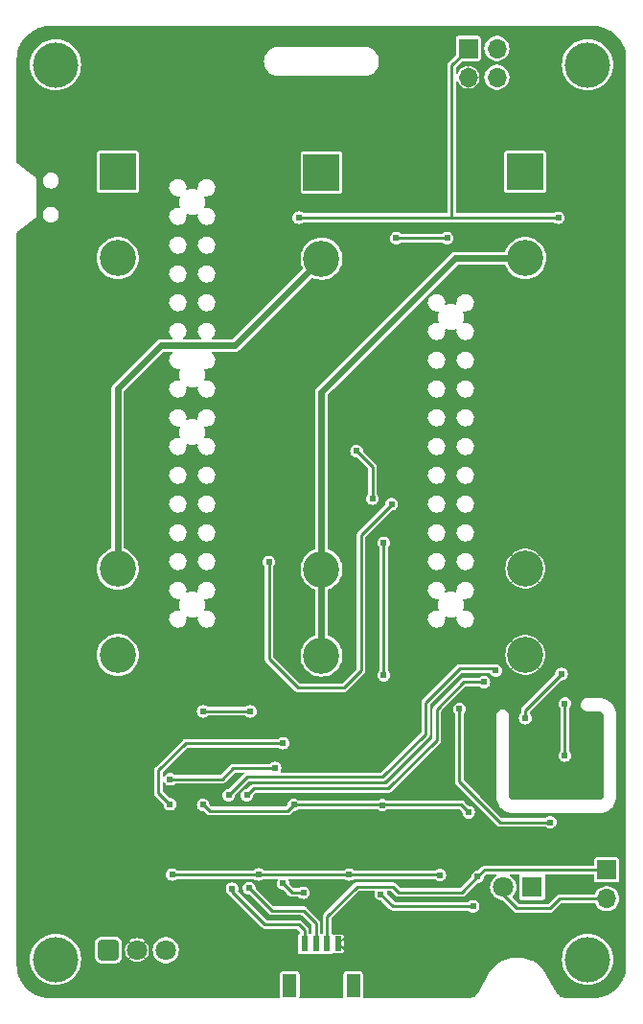
<source format=gbl>
G04 #@! TF.GenerationSoftware,KiCad,Pcbnew,7.0.7*
G04 #@! TF.CreationDate,2023-08-28T20:08:11-05:00*
G04 #@! TF.ProjectId,particle-bamf23-badge,70617274-6963-46c6-952d-62616d663233,v0.1*
G04 #@! TF.SameCoordinates,Original*
G04 #@! TF.FileFunction,Copper,L2,Bot*
G04 #@! TF.FilePolarity,Positive*
%FSLAX46Y46*%
G04 Gerber Fmt 4.6, Leading zero omitted, Abs format (unit mm)*
G04 Created by KiCad (PCBNEW 7.0.7) date 2023-08-28 20:08:11*
%MOMM*%
%LPD*%
G01*
G04 APERTURE LIST*
G04 Aperture macros list*
%AMRoundRect*
0 Rectangle with rounded corners*
0 $1 Rounding radius*
0 $2 $3 $4 $5 $6 $7 $8 $9 X,Y pos of 4 corners*
0 Add a 4 corners polygon primitive as box body*
4,1,4,$2,$3,$4,$5,$6,$7,$8,$9,$2,$3,0*
0 Add four circle primitives for the rounded corners*
1,1,$1+$1,$2,$3*
1,1,$1+$1,$4,$5*
1,1,$1+$1,$6,$7*
1,1,$1+$1,$8,$9*
0 Add four rect primitives between the rounded corners*
20,1,$1+$1,$2,$3,$4,$5,0*
20,1,$1+$1,$4,$5,$6,$7,0*
20,1,$1+$1,$6,$7,$8,$9,0*
20,1,$1+$1,$8,$9,$2,$3,0*%
G04 Aperture macros list end*
G04 #@! TA.AperFunction,ComponentPad*
%ADD10RoundRect,0.250200X-0.649800X-0.649800X0.649800X-0.649800X0.649800X0.649800X-0.649800X0.649800X0*%
G04 #@! TD*
G04 #@! TA.AperFunction,ComponentPad*
%ADD11C,1.800000*%
G04 #@! TD*
G04 #@! TA.AperFunction,ComponentPad*
%ADD12R,1.700000X1.700000*%
G04 #@! TD*
G04 #@! TA.AperFunction,ComponentPad*
%ADD13O,1.700000X1.700000*%
G04 #@! TD*
G04 #@! TA.AperFunction,WasherPad*
%ADD14C,4.000000*%
G04 #@! TD*
G04 #@! TA.AperFunction,ComponentPad*
%ADD15R,1.800000X1.800000*%
G04 #@! TD*
G04 #@! TA.AperFunction,ComponentPad*
%ADD16R,3.200000X3.200000*%
G04 #@! TD*
G04 #@! TA.AperFunction,ComponentPad*
%ADD17C,3.200000*%
G04 #@! TD*
G04 #@! TA.AperFunction,SMDPad,CuDef*
%ADD18R,0.600000X1.350000*%
G04 #@! TD*
G04 #@! TA.AperFunction,SMDPad,CuDef*
%ADD19R,1.200000X2.000000*%
G04 #@! TD*
G04 #@! TA.AperFunction,ViaPad*
%ADD20C,0.609600*%
G04 #@! TD*
G04 #@! TA.AperFunction,Conductor*
%ADD21C,0.254000*%
G04 #@! TD*
G04 #@! TA.AperFunction,Conductor*
%ADD22C,0.609600*%
G04 #@! TD*
G04 APERTURE END LIST*
D10*
X108160000Y-131675000D03*
D11*
X110700000Y-131675000D03*
X113240000Y-131675000D03*
D12*
X152200000Y-124600000D03*
D13*
X152200000Y-127140000D03*
D14*
X103500000Y-53500000D03*
X150500000Y-132500000D03*
D12*
X139960000Y-52060000D03*
D13*
X139960000Y-54600000D03*
X142500000Y-52060000D03*
X142500000Y-54600000D03*
D14*
X150500000Y-53500000D03*
D15*
X145600000Y-126100000D03*
D11*
X143060000Y-126100000D03*
D14*
X103500000Y-132500000D03*
D16*
X127000000Y-63000000D03*
D17*
X127000000Y-70620000D03*
X127000000Y-98050000D03*
X127000000Y-105670000D03*
D16*
X145000000Y-62950000D03*
D17*
X145000000Y-70570000D03*
X145000000Y-98000000D03*
X145000000Y-105620000D03*
D18*
X128500000Y-131125001D03*
X127500000Y-131125001D03*
X126500000Y-131125001D03*
X125500000Y-131125001D03*
D19*
X124200000Y-134800001D03*
X129800000Y-134800001D03*
D16*
X109000000Y-62950000D03*
D17*
X109000000Y-70570000D03*
X109000000Y-98000000D03*
X109000000Y-105620000D03*
D20*
X150250000Y-114320000D03*
X123750000Y-98375000D03*
X124125000Y-97425000D03*
X124675000Y-98375000D03*
X147200000Y-120400000D03*
X130100000Y-87600000D03*
X139180000Y-110390000D03*
X131500000Y-91800000D03*
X116550000Y-118850000D03*
X124550000Y-118850000D03*
X132375000Y-118875000D03*
X140000000Y-119500000D03*
X116550000Y-110600000D03*
X140400000Y-127800000D03*
X123600000Y-125800000D03*
X120700000Y-110600000D03*
X132250000Y-126750000D03*
X125400000Y-126600000D03*
X138100000Y-68800000D03*
X133600000Y-68800000D03*
X122350000Y-97400000D03*
X133200000Y-92300000D03*
X132500000Y-95700000D03*
X123600000Y-113400000D03*
X113600000Y-118800000D03*
X132500000Y-107400000D03*
X148500000Y-114500000D03*
X148500000Y-109900000D03*
X119100000Y-126270000D03*
X142400000Y-107000000D03*
X118800000Y-118000000D03*
X141340000Y-108000000D03*
X120400000Y-118000000D03*
X120600000Y-126200000D03*
X113600000Y-116600000D03*
X121450000Y-125000000D03*
X122900000Y-115600000D03*
X129450000Y-125000000D03*
X137450000Y-125050000D03*
X113800000Y-125000000D03*
X140800000Y-125200000D03*
X145000000Y-111190000D03*
X147930000Y-67000000D03*
X148200000Y-107300000D03*
X125000000Y-67000000D03*
D21*
X131500000Y-91800000D02*
X131500000Y-89000000D01*
X142780000Y-120400000D02*
X139160000Y-116780000D01*
X139180000Y-110390000D02*
X139160000Y-110410000D01*
X139160000Y-110410000D02*
X139160000Y-116780000D01*
X147200000Y-120400000D02*
X142780000Y-120400000D01*
X131500000Y-89000000D02*
X130100000Y-87600000D01*
X132400000Y-118850000D02*
X132375000Y-118875000D01*
X116550000Y-110600000D02*
X120700000Y-110600000D01*
X140000000Y-119500000D02*
X139350000Y-118850000D01*
X125400000Y-126600000D02*
X124400000Y-126600000D01*
X139350000Y-118850000D02*
X132400000Y-118850000D01*
X124550000Y-118850000D02*
X124000000Y-119400000D01*
X124000000Y-119400000D02*
X117100000Y-119400000D01*
X140400000Y-127800000D02*
X133300000Y-127800000D01*
X132350000Y-118850000D02*
X132375000Y-118875000D01*
X124400000Y-126600000D02*
X123600000Y-125800000D01*
X124550000Y-118850000D02*
X132350000Y-118850000D01*
X133300000Y-127800000D02*
X132250000Y-126750000D01*
X117100000Y-119400000D02*
X116550000Y-118850000D01*
X138100000Y-68800000D02*
X133600000Y-68800000D01*
X122350000Y-97400000D02*
X122350000Y-105950000D01*
X129000000Y-108500000D02*
X130500000Y-107000000D01*
X122350000Y-105950000D02*
X124900000Y-108500000D01*
X124900000Y-108500000D02*
X129000000Y-108500000D01*
X130500000Y-107000000D02*
X130500000Y-95000000D01*
X130500000Y-95000000D02*
X133200000Y-92300000D01*
X123600000Y-113400000D02*
X115000000Y-113400000D01*
X112600000Y-115800000D02*
X112600000Y-117800000D01*
X115000000Y-113400000D02*
X112600000Y-115800000D01*
X132500000Y-107400000D02*
X132500000Y-95700000D01*
X112600000Y-117800000D02*
X113600000Y-118800000D01*
X119100000Y-126270000D02*
X119100000Y-126500000D01*
X142200000Y-106800000D02*
X142400000Y-107000000D01*
X132400000Y-116400000D02*
X136200000Y-112600000D01*
X139200000Y-106800000D02*
X142200000Y-106800000D01*
X148500000Y-114500000D02*
X148500000Y-109900000D01*
X136200000Y-109800000D02*
X139200000Y-106800000D01*
X124985579Y-129400000D02*
X125500000Y-129914421D01*
X125500000Y-129914421D02*
X125500000Y-131125001D01*
X119100000Y-126500000D02*
X122000000Y-129400000D01*
X136200000Y-112600000D02*
X136200000Y-109800000D01*
X122000000Y-129400000D02*
X124985579Y-129400000D01*
X120400000Y-116400000D02*
X132400000Y-116400000D01*
X118800000Y-118000000D02*
X120400000Y-116400000D01*
X141340000Y-108000000D02*
X139600000Y-108000000D01*
X132918420Y-117400000D02*
X121000000Y-117400000D01*
X137200000Y-113118420D02*
X132918420Y-117400000D01*
X122600000Y-128200000D02*
X125400000Y-128200000D01*
X120600000Y-126200000D02*
X122600000Y-128200000D01*
X126500000Y-129300000D02*
X126500000Y-131125001D01*
X121000000Y-117400000D02*
X120400000Y-118000000D01*
X137200000Y-110400000D02*
X137200000Y-113118420D01*
X125400000Y-128200000D02*
X126500000Y-129300000D01*
X139600000Y-108000000D02*
X137200000Y-110400000D01*
X137400000Y-125000000D02*
X137450000Y-125050000D01*
X122900000Y-115600000D02*
X119200000Y-115600000D01*
X121450000Y-125000000D02*
X129450000Y-125000000D01*
X113800000Y-125000000D02*
X121450000Y-125000000D01*
X129450000Y-125000000D02*
X137400000Y-125000000D01*
X118200000Y-116600000D02*
X113600000Y-116600000D01*
X119200000Y-115600000D02*
X118200000Y-116600000D01*
X148060000Y-127140000D02*
X147210000Y-127990000D01*
X143060000Y-126780000D02*
X143060000Y-126100000D01*
X147210000Y-127990000D02*
X144270000Y-127990000D01*
X144270000Y-127990000D02*
X143060000Y-126780000D01*
X152200000Y-127140000D02*
X148060000Y-127140000D01*
D22*
X119320000Y-78300000D02*
X127000000Y-70620000D01*
X112800000Y-78300000D02*
X119320000Y-78300000D01*
X109000000Y-98000000D02*
X109000000Y-82100000D01*
X109000000Y-82100000D02*
X112800000Y-78300000D01*
X127000000Y-98050000D02*
X127000000Y-82400000D01*
X138830000Y-70570000D02*
X145000000Y-70570000D01*
X127000000Y-82400000D02*
X138830000Y-70570000D01*
X127000000Y-98050000D02*
X127000000Y-105670000D01*
D21*
X138450000Y-67000000D02*
X125000000Y-67000000D01*
X138500000Y-53580000D02*
X138500000Y-66950000D01*
X147930000Y-67000000D02*
X138450000Y-67000000D01*
X148200000Y-107300000D02*
X145000000Y-110500000D01*
X141400000Y-124600000D02*
X140800000Y-125200000D01*
X139400000Y-126600000D02*
X133834934Y-126600000D01*
X127500000Y-128700000D02*
X127500000Y-131125001D01*
X133299134Y-126064200D02*
X130135800Y-126064200D01*
X145000000Y-110500000D02*
X145000000Y-111190000D01*
X138500000Y-66950000D02*
X138450000Y-67000000D01*
X133834934Y-126600000D02*
X133299134Y-126064200D01*
X139980000Y-52100000D02*
X138500000Y-53580000D01*
X140800000Y-125200000D02*
X139400000Y-126600000D01*
X130135800Y-126064200D02*
X127500000Y-128700000D01*
X152200000Y-124600000D02*
X141400000Y-124600000D01*
G04 #@! TA.AperFunction,Conductor*
G36*
X151001047Y-50075559D02*
G01*
X151325329Y-50093771D01*
X151329522Y-50094243D01*
X151648681Y-50148470D01*
X151652796Y-50149409D01*
X151963867Y-50239027D01*
X151967850Y-50240421D01*
X152266940Y-50364308D01*
X152270742Y-50366139D01*
X152554082Y-50522735D01*
X152557650Y-50524977D01*
X152672697Y-50606607D01*
X152821674Y-50712312D01*
X152824969Y-50714940D01*
X153066363Y-50930662D01*
X153069337Y-50933636D01*
X153284867Y-51174815D01*
X153285056Y-51175026D01*
X153287687Y-51178325D01*
X153475019Y-51442344D01*
X153477264Y-51445917D01*
X153633860Y-51729257D01*
X153635691Y-51733059D01*
X153759578Y-52032149D01*
X153760972Y-52036132D01*
X153850590Y-52347203D01*
X153851529Y-52351318D01*
X153905756Y-52670477D01*
X153906228Y-52674670D01*
X153924441Y-52998950D01*
X153924500Y-53001059D01*
X153924500Y-132998939D01*
X153924441Y-133001048D01*
X153906228Y-133325329D01*
X153905756Y-133329522D01*
X153851529Y-133648681D01*
X153850590Y-133652796D01*
X153760972Y-133963867D01*
X153759578Y-133967850D01*
X153635691Y-134266940D01*
X153633860Y-134270742D01*
X153477264Y-134554082D01*
X153475019Y-134557655D01*
X153287687Y-134821674D01*
X153285056Y-134824973D01*
X153069342Y-135066358D01*
X153066358Y-135069342D01*
X152824973Y-135285056D01*
X152821674Y-135287687D01*
X152557655Y-135475019D01*
X152554082Y-135477264D01*
X152270742Y-135633860D01*
X152266940Y-135635691D01*
X151967850Y-135759578D01*
X151963867Y-135760972D01*
X151652796Y-135850590D01*
X151648681Y-135851529D01*
X151329522Y-135905756D01*
X151325329Y-135906228D01*
X151001048Y-135924441D01*
X150998939Y-135924500D01*
X148601645Y-135924500D01*
X148598370Y-135924356D01*
X148504418Y-135916101D01*
X148445371Y-135910913D01*
X148432410Y-135908618D01*
X148288894Y-135869993D01*
X148276529Y-135865472D01*
X148141951Y-135802412D01*
X148130566Y-135795805D01*
X148009043Y-135710243D01*
X147998984Y-135701751D01*
X147894251Y-135596315D01*
X147885828Y-135586201D01*
X147798367Y-135460205D01*
X147796442Y-135457122D01*
X146895393Y-133845365D01*
X146894335Y-133842544D01*
X146889593Y-133834325D01*
X146889594Y-133834325D01*
X146877583Y-133813506D01*
X146871343Y-133802344D01*
X146869266Y-133798628D01*
X146867635Y-133796263D01*
X146858596Y-133780596D01*
X146799382Y-133677964D01*
X146616082Y-133425518D01*
X146616080Y-133425516D01*
X146616079Y-133425514D01*
X146407399Y-133193632D01*
X146407387Y-133193619D01*
X146175605Y-132984828D01*
X146175590Y-132984815D01*
X145923254Y-132801407D01*
X145923232Y-132801393D01*
X145653089Y-132645369D01*
X145582267Y-132613826D01*
X145368099Y-132518439D01*
X145311368Y-132500000D01*
X148240663Y-132500000D01*
X148259991Y-132794897D01*
X148259991Y-132794901D01*
X148259992Y-132794903D01*
X148317648Y-133084759D01*
X148351025Y-133183086D01*
X148412644Y-133364610D01*
X148442679Y-133425514D01*
X148543357Y-133629669D01*
X148687483Y-133845369D01*
X148707550Y-133875401D01*
X148902406Y-134097593D01*
X149099846Y-134270742D01*
X149124603Y-134292453D01*
X149370331Y-134456643D01*
X149635389Y-134587355D01*
X149915241Y-134682352D01*
X150205097Y-134740008D01*
X150450849Y-134756115D01*
X150499999Y-134759337D01*
X150499999Y-134759336D01*
X150500000Y-134759337D01*
X150794903Y-134740008D01*
X151084759Y-134682352D01*
X151364611Y-134587355D01*
X151629669Y-134456643D01*
X151875397Y-134292453D01*
X152097593Y-134097593D01*
X152292453Y-133875397D01*
X152456643Y-133629669D01*
X152587355Y-133364611D01*
X152682352Y-133084759D01*
X152740008Y-132794903D01*
X152759337Y-132500000D01*
X152740008Y-132205097D01*
X152682352Y-131915241D01*
X152587355Y-131635389D01*
X152456643Y-131370332D01*
X152292453Y-131124603D01*
X152259913Y-131087498D01*
X152097593Y-130902406D01*
X151875401Y-130707550D01*
X151861119Y-130698007D01*
X151629669Y-130543357D01*
X151583320Y-130520500D01*
X151364610Y-130412644D01*
X151150980Y-130340127D01*
X151084759Y-130317648D01*
X151084756Y-130317647D01*
X151084755Y-130317647D01*
X150827706Y-130266517D01*
X150794903Y-130259992D01*
X150794901Y-130259991D01*
X150794897Y-130259991D01*
X150500000Y-130240663D01*
X150205102Y-130259991D01*
X150205097Y-130259992D01*
X149915244Y-130317647D01*
X149635389Y-130412644D01*
X149370335Y-130543355D01*
X149124598Y-130707550D01*
X148902406Y-130902406D01*
X148707550Y-131124598D01*
X148543355Y-131370335D01*
X148412644Y-131635389D01*
X148317647Y-131915244D01*
X148259992Y-132205097D01*
X148259991Y-132205102D01*
X148240663Y-132499999D01*
X148240663Y-132500000D01*
X145311368Y-132500000D01*
X145105801Y-132433186D01*
X145071410Y-132422008D01*
X145071408Y-132422007D01*
X145036478Y-132414580D01*
X144766251Y-132357123D01*
X144766246Y-132357122D01*
X144766244Y-132357122D01*
X144455983Y-132324502D01*
X144455990Y-132324502D01*
X144324531Y-132324500D01*
X144300000Y-132324500D01*
X144275469Y-132324500D01*
X144271755Y-132324500D01*
X144271739Y-132324501D01*
X144144013Y-132324503D01*
X143833755Y-132357123D01*
X143833751Y-132357123D01*
X143833749Y-132357124D01*
X143681173Y-132389565D01*
X143528591Y-132422008D01*
X143528589Y-132422009D01*
X143231901Y-132518440D01*
X142946910Y-132645370D01*
X142676768Y-132801394D01*
X142676746Y-132801408D01*
X142424410Y-132984816D01*
X142424395Y-132984829D01*
X142192613Y-133193620D01*
X142192601Y-133193633D01*
X141983927Y-133425509D01*
X141983921Y-133425516D01*
X141800617Y-133677964D01*
X141742767Y-133778233D01*
X141740814Y-133780596D01*
X141722393Y-133813547D01*
X141705694Y-133842493D01*
X141704634Y-133845311D01*
X141680519Y-133888447D01*
X140898962Y-135286466D01*
X140803567Y-135457104D01*
X140801634Y-135460198D01*
X140714176Y-135586195D01*
X140705751Y-135596311D01*
X140601009Y-135701754D01*
X140590951Y-135710245D01*
X140469431Y-135795806D01*
X140458045Y-135802413D01*
X140323471Y-135865470D01*
X140311108Y-135869991D01*
X140167590Y-135908617D01*
X140154628Y-135910912D01*
X140094858Y-135916164D01*
X140001617Y-135924356D01*
X139998345Y-135924500D01*
X130726353Y-135924500D01*
X130678015Y-135906907D01*
X130652295Y-135862358D01*
X130652598Y-135834628D01*
X130654500Y-135825068D01*
X130654499Y-133774935D01*
X130639734Y-133700700D01*
X130583484Y-133616517D01*
X130499301Y-133560267D01*
X130499299Y-133560266D01*
X130425067Y-133545501D01*
X129174932Y-133545501D01*
X129174931Y-133545502D01*
X129100699Y-133560267D01*
X129016516Y-133616517D01*
X128960266Y-133700699D01*
X128960265Y-133700701D01*
X128945500Y-133774933D01*
X128945500Y-135825066D01*
X128946811Y-135831657D01*
X128947402Y-135834627D01*
X128947403Y-135834628D01*
X128939578Y-135885470D01*
X128900904Y-135919387D01*
X128873648Y-135924500D01*
X125126353Y-135924500D01*
X125078015Y-135906907D01*
X125052295Y-135862358D01*
X125052598Y-135834628D01*
X125054500Y-135825068D01*
X125054499Y-133774935D01*
X125039734Y-133700700D01*
X124983484Y-133616517D01*
X124899301Y-133560267D01*
X124899299Y-133560266D01*
X124825067Y-133545501D01*
X123574932Y-133545501D01*
X123574931Y-133545502D01*
X123500699Y-133560267D01*
X123416516Y-133616517D01*
X123360266Y-133700699D01*
X123360265Y-133700701D01*
X123345500Y-133774933D01*
X123345500Y-135825066D01*
X123346811Y-135831657D01*
X123347402Y-135834627D01*
X123347403Y-135834628D01*
X123339578Y-135885470D01*
X123300904Y-135919387D01*
X123273648Y-135924500D01*
X103001061Y-135924500D01*
X102998952Y-135924441D01*
X102674670Y-135906228D01*
X102670477Y-135905756D01*
X102351318Y-135851529D01*
X102347203Y-135850590D01*
X102036132Y-135760972D01*
X102032149Y-135759578D01*
X101733059Y-135635691D01*
X101729257Y-135633860D01*
X101445917Y-135477264D01*
X101442344Y-135475019D01*
X101178325Y-135287687D01*
X101175026Y-135285056D01*
X100933636Y-135069337D01*
X100930662Y-135066363D01*
X100714940Y-134824969D01*
X100712312Y-134821674D01*
X100524977Y-134557650D01*
X100522735Y-134554082D01*
X100366139Y-134270742D01*
X100364308Y-134266940D01*
X100240421Y-133967850D01*
X100239027Y-133963867D01*
X100149409Y-133652796D01*
X100148470Y-133648681D01*
X100094243Y-133329522D01*
X100093771Y-133325329D01*
X100080260Y-133084759D01*
X100075557Y-133001018D01*
X100075500Y-132998971D01*
X100075500Y-132975469D01*
X100075500Y-132500000D01*
X101240663Y-132500000D01*
X101259991Y-132794897D01*
X101259991Y-132794901D01*
X101259992Y-132794903D01*
X101317648Y-133084759D01*
X101351025Y-133183086D01*
X101412644Y-133364610D01*
X101442679Y-133425514D01*
X101543357Y-133629669D01*
X101687483Y-133845369D01*
X101707550Y-133875401D01*
X101902406Y-134097593D01*
X102099846Y-134270742D01*
X102124603Y-134292453D01*
X102370331Y-134456643D01*
X102635389Y-134587355D01*
X102915241Y-134682352D01*
X103205097Y-134740008D01*
X103450849Y-134756115D01*
X103499999Y-134759337D01*
X103499999Y-134759336D01*
X103500000Y-134759337D01*
X103794903Y-134740008D01*
X104084759Y-134682352D01*
X104364611Y-134587355D01*
X104629669Y-134456643D01*
X104875397Y-134292453D01*
X105097593Y-134097593D01*
X105292453Y-133875397D01*
X105456643Y-133629669D01*
X105587355Y-133364611D01*
X105682352Y-133084759D01*
X105740008Y-132794903D01*
X105759337Y-132500000D01*
X105751018Y-132373072D01*
X107005500Y-132373072D01*
X107010761Y-132422009D01*
X107011963Y-132433183D01*
X107011963Y-132433186D01*
X107027746Y-132475501D01*
X107062680Y-132569164D01*
X107062681Y-132569165D01*
X107062681Y-132569166D01*
X107149652Y-132685347D01*
X107212630Y-132732491D01*
X107265836Y-132772320D01*
X107401815Y-132823037D01*
X107461928Y-132829500D01*
X107461936Y-132829500D01*
X108858064Y-132829500D01*
X108858072Y-132829500D01*
X108918185Y-132823037D01*
X109054164Y-132772320D01*
X109170347Y-132685347D01*
X109257320Y-132569164D01*
X109308037Y-132433185D01*
X109314500Y-132373072D01*
X109314500Y-131675000D01*
X109642508Y-131675000D01*
X109662826Y-131881302D01*
X109723007Y-132079690D01*
X109820722Y-132262501D01*
X109820728Y-132262511D01*
X109903665Y-132363570D01*
X110272474Y-131994760D01*
X110319095Y-131973020D01*
X110368782Y-131986334D01*
X110384428Y-132001029D01*
X110385685Y-132002605D01*
X110402082Y-132051360D01*
X110383304Y-132099250D01*
X110380079Y-132102682D01*
X110011427Y-132471333D01*
X110112488Y-132554271D01*
X110112498Y-132554277D01*
X110295309Y-132651992D01*
X110493699Y-132712173D01*
X110493695Y-132712173D01*
X110700000Y-132732491D01*
X110906302Y-132712173D01*
X111104690Y-132651992D01*
X111287506Y-132554274D01*
X111287518Y-132554266D01*
X111388571Y-132471334D01*
X111388571Y-132471333D01*
X111017723Y-132100486D01*
X110995983Y-132053866D01*
X111009297Y-132004179D01*
X111019739Y-131992197D01*
X111021222Y-131990821D01*
X111068619Y-131970843D01*
X111117773Y-131986007D01*
X111125539Y-131992776D01*
X111496333Y-132363571D01*
X111496334Y-132363571D01*
X111579266Y-132262518D01*
X111579274Y-132262506D01*
X111676992Y-132079690D01*
X111737173Y-131881302D01*
X111757491Y-131675002D01*
X112080554Y-131675002D01*
X112100296Y-131888048D01*
X112100297Y-131888054D01*
X112158847Y-132093834D01*
X112158852Y-132093847D01*
X112254216Y-132285366D01*
X112383155Y-132456110D01*
X112383158Y-132456113D01*
X112541275Y-132600256D01*
X112541277Y-132600257D01*
X112541278Y-132600258D01*
X112563191Y-132613826D01*
X112723186Y-132712891D01*
X112723188Y-132712891D01*
X112723190Y-132712893D01*
X112922703Y-132790185D01*
X113133020Y-132829500D01*
X113133025Y-132829500D01*
X113346975Y-132829500D01*
X113346980Y-132829500D01*
X113557297Y-132790185D01*
X113756810Y-132712893D01*
X113938722Y-132600258D01*
X114096841Y-132456114D01*
X114225781Y-132285370D01*
X114321151Y-132093840D01*
X114379704Y-131888048D01*
X114399446Y-131675000D01*
X114395775Y-131635389D01*
X114390062Y-131573735D01*
X114379704Y-131461952D01*
X114321151Y-131256160D01*
X114305635Y-131225000D01*
X114225783Y-131064633D01*
X114096844Y-130893889D01*
X114096841Y-130893886D01*
X113938724Y-130749743D01*
X113756813Y-130637108D01*
X113557298Y-130559815D01*
X113522244Y-130553262D01*
X113346980Y-130520500D01*
X113133020Y-130520500D01*
X113010746Y-130543357D01*
X112922701Y-130559815D01*
X112723187Y-130637108D01*
X112723186Y-130637108D01*
X112541275Y-130749743D01*
X112383158Y-130893886D01*
X112383155Y-130893889D01*
X112254216Y-131064633D01*
X112158852Y-131256152D01*
X112158847Y-131256165D01*
X112100297Y-131461945D01*
X112100296Y-131461951D01*
X112080554Y-131674997D01*
X112080554Y-131675002D01*
X111757491Y-131675002D01*
X111757491Y-131674999D01*
X111737173Y-131468697D01*
X111676992Y-131270309D01*
X111579277Y-131087498D01*
X111579271Y-131087488D01*
X111496333Y-130986427D01*
X111127523Y-131355238D01*
X111080903Y-131376978D01*
X111031216Y-131363664D01*
X111015569Y-131348968D01*
X111014312Y-131347391D01*
X110997916Y-131298638D01*
X111016694Y-131250748D01*
X111019919Y-131247315D01*
X111388570Y-130878665D01*
X111287511Y-130795728D01*
X111287501Y-130795722D01*
X111104690Y-130698007D01*
X110906300Y-130637826D01*
X110906304Y-130637826D01*
X110699999Y-130617508D01*
X110493697Y-130637826D01*
X110295309Y-130698007D01*
X110112498Y-130795722D01*
X110112488Y-130795729D01*
X110011427Y-130878665D01*
X110382275Y-131249512D01*
X110404015Y-131296132D01*
X110390701Y-131345819D01*
X110380248Y-131357813D01*
X110378780Y-131359175D01*
X110331379Y-131379155D01*
X110282225Y-131363991D01*
X110274459Y-131357222D01*
X109903665Y-130986427D01*
X109820729Y-131087488D01*
X109820722Y-131087498D01*
X109723007Y-131270309D01*
X109662826Y-131468697D01*
X109642508Y-131675000D01*
X109314500Y-131675000D01*
X109314500Y-130976928D01*
X109308037Y-130916815D01*
X109257320Y-130780836D01*
X109256965Y-130780362D01*
X109170347Y-130664652D01*
X109054166Y-130577681D01*
X109054164Y-130577680D01*
X108918185Y-130526963D01*
X108918184Y-130526962D01*
X108858073Y-130520500D01*
X108858072Y-130520500D01*
X107461928Y-130520500D01*
X107461926Y-130520500D01*
X107421852Y-130524808D01*
X107401815Y-130526963D01*
X107401813Y-130526963D01*
X107313734Y-130559815D01*
X107265836Y-130577680D01*
X107265835Y-130577680D01*
X107265834Y-130577681D01*
X107265833Y-130577681D01*
X107149652Y-130664652D01*
X107062681Y-130780833D01*
X107062681Y-130780834D01*
X107011963Y-130916813D01*
X107011963Y-130916815D01*
X107005500Y-130976928D01*
X107005500Y-132373072D01*
X105751018Y-132373072D01*
X105740008Y-132205097D01*
X105682352Y-131915241D01*
X105587355Y-131635389D01*
X105456643Y-131370332D01*
X105292453Y-131124603D01*
X105259913Y-131087498D01*
X105097593Y-130902406D01*
X104875401Y-130707550D01*
X104861119Y-130698007D01*
X104629669Y-130543357D01*
X104583320Y-130520500D01*
X104364610Y-130412644D01*
X104150980Y-130340127D01*
X104084759Y-130317648D01*
X104084756Y-130317647D01*
X104084755Y-130317647D01*
X103827706Y-130266517D01*
X103794903Y-130259992D01*
X103794901Y-130259991D01*
X103794897Y-130259991D01*
X103500000Y-130240663D01*
X103205102Y-130259991D01*
X103205097Y-130259992D01*
X102915244Y-130317647D01*
X102635389Y-130412644D01*
X102370335Y-130543355D01*
X102124598Y-130707550D01*
X101902406Y-130902406D01*
X101707550Y-131124598D01*
X101543355Y-131370335D01*
X101412644Y-131635389D01*
X101317647Y-131915244D01*
X101259992Y-132205097D01*
X101259991Y-132205102D01*
X101240663Y-132499999D01*
X101240663Y-132500000D01*
X100075500Y-132500000D01*
X100075500Y-126270000D01*
X118535874Y-126270000D01*
X118555096Y-126416008D01*
X118572274Y-126457477D01*
X118611453Y-126552063D01*
X118611454Y-126552065D01*
X118611455Y-126552066D01*
X118701104Y-126668898D01*
X118748334Y-126705138D01*
X118811431Y-126753554D01*
X118814429Y-126755854D01*
X118817002Y-126758018D01*
X118833115Y-126772852D01*
X118835819Y-126775341D01*
X121696741Y-129636263D01*
X121706522Y-129648306D01*
X121715440Y-129661956D01*
X121740679Y-129681600D01*
X121745149Y-129685079D01*
X121748640Y-129688162D01*
X121752591Y-129692113D01*
X121752595Y-129692117D01*
X121768029Y-129703135D01*
X121771889Y-129705891D01*
X121815915Y-129740158D01*
X121815916Y-129740158D01*
X121821398Y-129743125D01*
X121821261Y-129743377D01*
X121824404Y-129744995D01*
X121824530Y-129744738D01*
X121830126Y-129747473D01*
X121830128Y-129747473D01*
X121830130Y-129747475D01*
X121883589Y-129763390D01*
X121936339Y-129781500D01*
X121936342Y-129781500D01*
X121942483Y-129782525D01*
X121942435Y-129782808D01*
X121945934Y-129783318D01*
X121945970Y-129783034D01*
X121952155Y-129783804D01*
X121952158Y-129783805D01*
X122005907Y-129781581D01*
X122007885Y-129781500D01*
X124796409Y-129781500D01*
X124844747Y-129799093D01*
X124849583Y-129803526D01*
X125096473Y-130050416D01*
X125118213Y-130097036D01*
X125118499Y-130103590D01*
X125118499Y-130158178D01*
X125100906Y-130206516D01*
X125085079Y-130220704D01*
X125016516Y-130266517D01*
X124960266Y-130350699D01*
X124960265Y-130350701D01*
X124945500Y-130424933D01*
X124945500Y-131825068D01*
X124945501Y-131825069D01*
X124955344Y-131874557D01*
X124960266Y-131899302D01*
X125016516Y-131983485D01*
X125100699Y-132039735D01*
X125174933Y-132054501D01*
X125825066Y-132054500D01*
X125825067Y-132054500D01*
X125825067Y-132054499D01*
X125899301Y-132039735D01*
X125958222Y-132000364D01*
X126008186Y-131988138D01*
X126041776Y-132000363D01*
X126100699Y-132039735D01*
X126174933Y-132054501D01*
X126825066Y-132054500D01*
X126825067Y-132054500D01*
X126825067Y-132054499D01*
X126899301Y-132039735D01*
X126958222Y-132000364D01*
X127008186Y-131988138D01*
X127041776Y-132000363D01*
X127100699Y-132039735D01*
X127174933Y-132054501D01*
X127825066Y-132054500D01*
X127825067Y-132054500D01*
X127825067Y-132054499D01*
X127899301Y-132039735D01*
X127983484Y-131983485D01*
X128008626Y-131945857D01*
X128050106Y-131915442D01*
X128101436Y-131918806D01*
X128112930Y-131925112D01*
X128140535Y-131943558D01*
X128140537Y-131943559D01*
X128184987Y-131952401D01*
X128815013Y-131952401D01*
X128859462Y-131943559D01*
X128859464Y-131943558D01*
X128909873Y-131909874D01*
X128943557Y-131859465D01*
X128943558Y-131859463D01*
X128952399Y-131815013D01*
X128952399Y-131685164D01*
X128952398Y-131685162D01*
X128445410Y-131178175D01*
X128423670Y-131131555D01*
X128425427Y-131124999D01*
X128607762Y-131124999D01*
X128607763Y-131125001D01*
X128952399Y-131469637D01*
X128952400Y-130780363D01*
X128952399Y-130780362D01*
X128607762Y-131124999D01*
X128425427Y-131124999D01*
X128436984Y-131081868D01*
X128445410Y-131071826D01*
X128500000Y-131017237D01*
X128952398Y-130564838D01*
X128952399Y-130564836D01*
X128952399Y-130434988D01*
X128943558Y-130390538D01*
X128943557Y-130390536D01*
X128909873Y-130340127D01*
X128859464Y-130306443D01*
X128859462Y-130306442D01*
X128815013Y-130297601D01*
X128184987Y-130297601D01*
X128140537Y-130306442D01*
X128140536Y-130306443D01*
X128112929Y-130324890D01*
X128062963Y-130337116D01*
X128016828Y-130314365D01*
X128008627Y-130304146D01*
X127983484Y-130266517D01*
X127914921Y-130220704D01*
X127914920Y-130220703D01*
X127884504Y-130179219D01*
X127881500Y-130158177D01*
X127881500Y-128889170D01*
X127899093Y-128840832D01*
X127903526Y-128835996D01*
X130271797Y-126467726D01*
X130318417Y-126445986D01*
X130324971Y-126445700D01*
X131658119Y-126445700D01*
X131706457Y-126463293D01*
X131732177Y-126507842D01*
X131727594Y-126549678D01*
X131705097Y-126603988D01*
X131686400Y-126746008D01*
X131685874Y-126750000D01*
X131689057Y-126774180D01*
X131705096Y-126896008D01*
X131711370Y-126911154D01*
X131761453Y-127032063D01*
X131761454Y-127032065D01*
X131761455Y-127032066D01*
X131851102Y-127148897D01*
X131937491Y-127215185D01*
X131967937Y-127238547D01*
X132103993Y-127294904D01*
X132250000Y-127314126D01*
X132250004Y-127314125D01*
X132253025Y-127314523D01*
X132296384Y-127335906D01*
X132996741Y-128036263D01*
X133006522Y-128048306D01*
X133015440Y-128061956D01*
X133041274Y-128082063D01*
X133045149Y-128085079D01*
X133048640Y-128088162D01*
X133052591Y-128092113D01*
X133052595Y-128092117D01*
X133071888Y-128105890D01*
X133106646Y-128132944D01*
X133115915Y-128140158D01*
X133115916Y-128140158D01*
X133121398Y-128143125D01*
X133121261Y-128143377D01*
X133124404Y-128144995D01*
X133124530Y-128144738D01*
X133130126Y-128147473D01*
X133130128Y-128147473D01*
X133130130Y-128147475D01*
X133183589Y-128163390D01*
X133236339Y-128181500D01*
X133236342Y-128181500D01*
X133242483Y-128182525D01*
X133242435Y-128182808D01*
X133245934Y-128183318D01*
X133245970Y-128183034D01*
X133252155Y-128183804D01*
X133252158Y-128183805D01*
X133305907Y-128181581D01*
X133307885Y-128181500D01*
X139952904Y-128181500D01*
X139998683Y-128197040D01*
X140001102Y-128198896D01*
X140001103Y-128198897D01*
X140117937Y-128288547D01*
X140253993Y-128344904D01*
X140400000Y-128364126D01*
X140546007Y-128344904D01*
X140682063Y-128288547D01*
X140798897Y-128198897D01*
X140888547Y-128082063D01*
X140944904Y-127946007D01*
X140964126Y-127800000D01*
X140944904Y-127653993D01*
X140888547Y-127517937D01*
X140888544Y-127517933D01*
X140798897Y-127401102D01*
X140682066Y-127311455D01*
X140682065Y-127311454D01*
X140682063Y-127311453D01*
X140587041Y-127272093D01*
X140546008Y-127255096D01*
X140400000Y-127235874D01*
X140253991Y-127255096D01*
X140157892Y-127294903D01*
X140117937Y-127311453D01*
X140117936Y-127311453D01*
X140117933Y-127311455D01*
X139998683Y-127402960D01*
X139952904Y-127418500D01*
X133489170Y-127418500D01*
X133440832Y-127400907D01*
X133435996Y-127396474D01*
X132835906Y-126796384D01*
X132814523Y-126753025D01*
X132814125Y-126750004D01*
X132814126Y-126750000D01*
X132794904Y-126603993D01*
X132775052Y-126556066D01*
X132772406Y-126549678D01*
X132770161Y-126498288D01*
X132801475Y-126457477D01*
X132841881Y-126445700D01*
X133109964Y-126445700D01*
X133158302Y-126463293D01*
X133163126Y-126467714D01*
X133531683Y-126836272D01*
X133541459Y-126848311D01*
X133550372Y-126861954D01*
X133550373Y-126861955D01*
X133550374Y-126861956D01*
X133574989Y-126881114D01*
X133580078Y-126885075D01*
X133583569Y-126888158D01*
X133587525Y-126892114D01*
X133605881Y-126905219D01*
X133606832Y-126905898D01*
X133650849Y-126940158D01*
X133656333Y-126943126D01*
X133656196Y-126943378D01*
X133659339Y-126944996D01*
X133659466Y-126944738D01*
X133665062Y-126947473D01*
X133665065Y-126947475D01*
X133718516Y-126963388D01*
X133771273Y-126981500D01*
X133771276Y-126981500D01*
X133777418Y-126982525D01*
X133777370Y-126982808D01*
X133780869Y-126983318D01*
X133780905Y-126983034D01*
X133787090Y-126983804D01*
X133787093Y-126983805D01*
X133842829Y-126981500D01*
X139352636Y-126981500D01*
X139368069Y-126983101D01*
X139384017Y-126986445D01*
X139421373Y-126981788D01*
X139426020Y-126981500D01*
X139431609Y-126981500D01*
X139431611Y-126981500D01*
X139450319Y-126978377D01*
X139455005Y-126977596D01*
X139482681Y-126974146D01*
X139510360Y-126970696D01*
X139510361Y-126970695D01*
X139516330Y-126968918D01*
X139516412Y-126969196D01*
X139519785Y-126968116D01*
X139519691Y-126967842D01*
X139525581Y-126965819D01*
X139525581Y-126965818D01*
X139525586Y-126965818D01*
X139574641Y-126939270D01*
X139624746Y-126914776D01*
X139624746Y-126914775D01*
X139629819Y-126911154D01*
X139629987Y-126911390D01*
X139632818Y-126909279D01*
X139632640Y-126909051D01*
X139637554Y-126905224D01*
X139637562Y-126905220D01*
X139675341Y-126864180D01*
X140753616Y-125785905D01*
X140796974Y-125764523D01*
X140799994Y-125764125D01*
X140800000Y-125764126D01*
X140946007Y-125744904D01*
X141082063Y-125688547D01*
X141198897Y-125598897D01*
X141288547Y-125482063D01*
X141344904Y-125346007D01*
X141364126Y-125200000D01*
X141364125Y-125199994D01*
X141364523Y-125196974D01*
X141385904Y-125153616D01*
X141535996Y-125003525D01*
X141582617Y-124981786D01*
X141589171Y-124981500D01*
X142409074Y-124981500D01*
X142457412Y-124999093D01*
X142483132Y-125043642D01*
X142474199Y-125094300D01*
X142448662Y-125120636D01*
X142361275Y-125174743D01*
X142203158Y-125318886D01*
X142203155Y-125318889D01*
X142074216Y-125489633D01*
X141978852Y-125681152D01*
X141978847Y-125681165D01*
X141920297Y-125886945D01*
X141920296Y-125886951D01*
X141900554Y-126099997D01*
X141900554Y-126100002D01*
X141920296Y-126313048D01*
X141920297Y-126313054D01*
X141978847Y-126518834D01*
X141978852Y-126518847D01*
X142074216Y-126710366D01*
X142203155Y-126881110D01*
X142203158Y-126881113D01*
X142361275Y-127025256D01*
X142361277Y-127025257D01*
X142361278Y-127025258D01*
X142372273Y-127032066D01*
X142543186Y-127137891D01*
X142543188Y-127137891D01*
X142543190Y-127137893D01*
X142742703Y-127215185D01*
X142953020Y-127254500D01*
X142963830Y-127254500D01*
X143012168Y-127272093D01*
X143017004Y-127276526D01*
X143966741Y-128226263D01*
X143976522Y-128238306D01*
X143985440Y-128251956D01*
X144015149Y-128275079D01*
X144018640Y-128278162D01*
X144022591Y-128282113D01*
X144022595Y-128282117D01*
X144038029Y-128293135D01*
X144041889Y-128295891D01*
X144085915Y-128330158D01*
X144085916Y-128330158D01*
X144091398Y-128333125D01*
X144091261Y-128333377D01*
X144094404Y-128334995D01*
X144094530Y-128334738D01*
X144100126Y-128337473D01*
X144100128Y-128337473D01*
X144100130Y-128337475D01*
X144153589Y-128353390D01*
X144206339Y-128371500D01*
X144206342Y-128371500D01*
X144212483Y-128372525D01*
X144212435Y-128372808D01*
X144215934Y-128373318D01*
X144215970Y-128373034D01*
X144222155Y-128373804D01*
X144222158Y-128373805D01*
X144275907Y-128371581D01*
X144277885Y-128371500D01*
X147162636Y-128371500D01*
X147178069Y-128373101D01*
X147194017Y-128376445D01*
X147231373Y-128371788D01*
X147236020Y-128371500D01*
X147241609Y-128371500D01*
X147241611Y-128371500D01*
X147260319Y-128368377D01*
X147265005Y-128367596D01*
X147292850Y-128364125D01*
X147320360Y-128360696D01*
X147320361Y-128360695D01*
X147326330Y-128358918D01*
X147326412Y-128359196D01*
X147329785Y-128358116D01*
X147329691Y-128357842D01*
X147335581Y-128355819D01*
X147335581Y-128355818D01*
X147335586Y-128355818D01*
X147384641Y-128329270D01*
X147434746Y-128304776D01*
X147434746Y-128304775D01*
X147439819Y-128301154D01*
X147439987Y-128301390D01*
X147442818Y-128299279D01*
X147442640Y-128299051D01*
X147447554Y-128295224D01*
X147447562Y-128295220D01*
X147485341Y-128254180D01*
X148195997Y-127543525D01*
X148242618Y-127521786D01*
X148249172Y-127521500D01*
X151109549Y-127521500D01*
X151157887Y-127539093D01*
X151176865Y-127563180D01*
X151256910Y-127723933D01*
X151380264Y-127887281D01*
X151380267Y-127887284D01*
X151531535Y-128025184D01*
X151705569Y-128132942D01*
X151705571Y-128132942D01*
X151705573Y-128132944D01*
X151896444Y-128206888D01*
X152097653Y-128244500D01*
X152097658Y-128244500D01*
X152302342Y-128244500D01*
X152302347Y-128244500D01*
X152503556Y-128206888D01*
X152694427Y-128132944D01*
X152868462Y-128025186D01*
X153019732Y-127887285D01*
X153143088Y-127723935D01*
X153234328Y-127540701D01*
X153290345Y-127343821D01*
X153309232Y-127140000D01*
X153290345Y-126936179D01*
X153290343Y-126936173D01*
X153290343Y-126936170D01*
X153244252Y-126774180D01*
X153234328Y-126739299D01*
X153219921Y-126710366D01*
X153143090Y-126556068D01*
X153019735Y-126392718D01*
X153019732Y-126392715D01*
X152868464Y-126254815D01*
X152694430Y-126147057D01*
X152503557Y-126073112D01*
X152470021Y-126066843D01*
X152302347Y-126035500D01*
X152097653Y-126035500D01*
X151963513Y-126060574D01*
X151896442Y-126073112D01*
X151705570Y-126147057D01*
X151705569Y-126147057D01*
X151531535Y-126254815D01*
X151380267Y-126392715D01*
X151380264Y-126392718D01*
X151256910Y-126556066D01*
X151176865Y-126716820D01*
X151139570Y-126752248D01*
X151109549Y-126758500D01*
X148107369Y-126758500D01*
X148091936Y-126756899D01*
X148075987Y-126753554D01*
X148075980Y-126753554D01*
X148057534Y-126755854D01*
X148038622Y-126758211D01*
X148033974Y-126758500D01*
X148028389Y-126758500D01*
X148005004Y-126762402D01*
X147949642Y-126769303D01*
X147943670Y-126771081D01*
X147943589Y-126770808D01*
X147940214Y-126771889D01*
X147940307Y-126772158D01*
X147934417Y-126774180D01*
X147932272Y-126775341D01*
X147885368Y-126800723D01*
X147865232Y-126810566D01*
X147835253Y-126825222D01*
X147830183Y-126828843D01*
X147830018Y-126828612D01*
X147827179Y-126830728D01*
X147827354Y-126830953D01*
X147822439Y-126834778D01*
X147784669Y-126875807D01*
X147074002Y-127586474D01*
X147027383Y-127608214D01*
X147020829Y-127608500D01*
X144459170Y-127608500D01*
X144410832Y-127590907D01*
X144405996Y-127586474D01*
X143859429Y-127039907D01*
X143837689Y-126993287D01*
X143851003Y-126943600D01*
X143861935Y-126931166D01*
X143916841Y-126881114D01*
X144045781Y-126710370D01*
X144141151Y-126518840D01*
X144199704Y-126313048D01*
X144219446Y-126100000D01*
X144216954Y-126073112D01*
X144213469Y-126035500D01*
X144199704Y-125886952D01*
X144141151Y-125681160D01*
X144127623Y-125653991D01*
X144045783Y-125489633D01*
X144040066Y-125482063D01*
X143982548Y-125405896D01*
X143916844Y-125318889D01*
X143916841Y-125318886D01*
X143758724Y-125174743D01*
X143671338Y-125120636D01*
X143639503Y-125080232D01*
X143641087Y-125028816D01*
X143675349Y-124990448D01*
X143710926Y-124981500D01*
X144399223Y-124981500D01*
X144447561Y-124999093D01*
X144473281Y-125043642D01*
X144464348Y-125094300D01*
X144461758Y-125098465D01*
X144460266Y-125100698D01*
X144460266Y-125100699D01*
X144460265Y-125100700D01*
X144445500Y-125174932D01*
X144445500Y-127025067D01*
X144445501Y-127025068D01*
X144446893Y-127032066D01*
X144460266Y-127099301D01*
X144516516Y-127183484D01*
X144600699Y-127239734D01*
X144674933Y-127254500D01*
X146525066Y-127254499D01*
X146525067Y-127254499D01*
X146525067Y-127254498D01*
X146599301Y-127239734D01*
X146683484Y-127183484D01*
X146739734Y-127099301D01*
X146754500Y-127025067D01*
X146754499Y-125174934D01*
X146739734Y-125100699D01*
X146738249Y-125098477D01*
X146737434Y-125095147D01*
X146736899Y-125093854D01*
X146737098Y-125093771D01*
X146726024Y-125048513D01*
X146748775Y-125002378D01*
X146795859Y-124981661D01*
X146800777Y-124981500D01*
X151020301Y-124981500D01*
X151068639Y-124999093D01*
X151094359Y-125043642D01*
X151095501Y-125056700D01*
X151095501Y-125475068D01*
X151104027Y-125517935D01*
X151110266Y-125549301D01*
X151166516Y-125633484D01*
X151250699Y-125689734D01*
X151324933Y-125704500D01*
X153075066Y-125704499D01*
X153075067Y-125704499D01*
X153075067Y-125704498D01*
X153149301Y-125689734D01*
X153233484Y-125633484D01*
X153289734Y-125549301D01*
X153304500Y-125475067D01*
X153304499Y-123724934D01*
X153289734Y-123650699D01*
X153233484Y-123566516D01*
X153149301Y-123510266D01*
X153149299Y-123510265D01*
X153075067Y-123495500D01*
X151324932Y-123495500D01*
X151324931Y-123495501D01*
X151250699Y-123510266D01*
X151166516Y-123566516D01*
X151110266Y-123650698D01*
X151110265Y-123650700D01*
X151095500Y-123724932D01*
X151095500Y-124143300D01*
X151077907Y-124191638D01*
X151033358Y-124217358D01*
X151020300Y-124218500D01*
X141447364Y-124218500D01*
X141431931Y-124216899D01*
X141415986Y-124213555D01*
X141415979Y-124213555D01*
X141398551Y-124215727D01*
X141378626Y-124218211D01*
X141373980Y-124218500D01*
X141368378Y-124218500D01*
X141344995Y-124222403D01*
X141289643Y-124229302D01*
X141283671Y-124231081D01*
X141283589Y-124230808D01*
X141280214Y-124231889D01*
X141280307Y-124232158D01*
X141274419Y-124234179D01*
X141225358Y-124260729D01*
X141175256Y-124285222D01*
X141170183Y-124288844D01*
X141170018Y-124288613D01*
X141167177Y-124290731D01*
X141167352Y-124290956D01*
X141162440Y-124294778D01*
X141162438Y-124294780D01*
X141162435Y-124294782D01*
X141162435Y-124294783D01*
X141124659Y-124335818D01*
X140846383Y-124614093D01*
X140803025Y-124635476D01*
X140800000Y-124635874D01*
X140731199Y-124644931D01*
X140653991Y-124655096D01*
X140557781Y-124694948D01*
X140517937Y-124711453D01*
X140517936Y-124711453D01*
X140517933Y-124711455D01*
X140401102Y-124801102D01*
X140311455Y-124917933D01*
X140255096Y-125053991D01*
X140249678Y-125095147D01*
X140236273Y-125196974D01*
X140235476Y-125203025D01*
X140214093Y-125246383D01*
X139264003Y-126196474D01*
X139217383Y-126218214D01*
X139210829Y-126218500D01*
X134024105Y-126218500D01*
X133975767Y-126200907D01*
X133970931Y-126196474D01*
X133602388Y-125827931D01*
X133592608Y-125815889D01*
X133583694Y-125802244D01*
X133582227Y-125801102D01*
X133553984Y-125779119D01*
X133550493Y-125776036D01*
X133546543Y-125772086D01*
X133546542Y-125772085D01*
X133546541Y-125772084D01*
X133527233Y-125758299D01*
X133483218Y-125724040D01*
X133477742Y-125721077D01*
X133477876Y-125720828D01*
X133474724Y-125719205D01*
X133474600Y-125719461D01*
X133469006Y-125716726D01*
X133469004Y-125716725D01*
X133415547Y-125700810D01*
X133402579Y-125696358D01*
X133362799Y-125682700D01*
X133356650Y-125681675D01*
X133356697Y-125681391D01*
X133353198Y-125680881D01*
X133353163Y-125681166D01*
X133346977Y-125680395D01*
X133346975Y-125680395D01*
X133316030Y-125681675D01*
X133291249Y-125682700D01*
X130183164Y-125682700D01*
X130167731Y-125681099D01*
X130151786Y-125677755D01*
X130151779Y-125677755D01*
X130134351Y-125679927D01*
X130114426Y-125682411D01*
X130109780Y-125682700D01*
X130104178Y-125682700D01*
X130080795Y-125686603D01*
X130025443Y-125693502D01*
X130019471Y-125695281D01*
X130019389Y-125695008D01*
X130016014Y-125696089D01*
X130016107Y-125696358D01*
X130010219Y-125698379D01*
X129961158Y-125724929D01*
X129911056Y-125749422D01*
X129905983Y-125753044D01*
X129905818Y-125752813D01*
X129902977Y-125754931D01*
X129903152Y-125755156D01*
X129898240Y-125758978D01*
X129898238Y-125758980D01*
X129898235Y-125758982D01*
X129898235Y-125758983D01*
X129860458Y-125800019D01*
X127263731Y-128396744D01*
X127251691Y-128406523D01*
X127238044Y-128415439D01*
X127214927Y-128445140D01*
X127211843Y-128448633D01*
X127207889Y-128452586D01*
X127207882Y-128452595D01*
X127201199Y-128461956D01*
X127194099Y-128471900D01*
X127183845Y-128485075D01*
X127159840Y-128515916D01*
X127156878Y-128521390D01*
X127156629Y-128521255D01*
X127155007Y-128524408D01*
X127155261Y-128524532D01*
X127152527Y-128530125D01*
X127152525Y-128530128D01*
X127152525Y-128530130D01*
X127136690Y-128583318D01*
X127136610Y-128583587D01*
X127118500Y-128636334D01*
X127117475Y-128642484D01*
X127117192Y-128642436D01*
X127116682Y-128645939D01*
X127116966Y-128645975D01*
X127116195Y-128652158D01*
X127118499Y-128707884D01*
X127118499Y-130158177D01*
X127100906Y-130206515D01*
X127085079Y-130220703D01*
X127041779Y-130249636D01*
X126991813Y-130261863D01*
X126958221Y-130249636D01*
X126914918Y-130220702D01*
X126884503Y-130179219D01*
X126881500Y-130158184D01*
X126881500Y-129347363D01*
X126883101Y-129331929D01*
X126886445Y-129315983D01*
X126883830Y-129295011D01*
X126881789Y-129278625D01*
X126881500Y-129273971D01*
X126881500Y-129268392D01*
X126881499Y-129268385D01*
X126877596Y-129244994D01*
X126876450Y-129235802D01*
X126870696Y-129189640D01*
X126870695Y-129189637D01*
X126868919Y-129183671D01*
X126869194Y-129183589D01*
X126868113Y-129180215D01*
X126867842Y-129180309D01*
X126865818Y-129174414D01*
X126839270Y-129125358D01*
X126814775Y-129075252D01*
X126811153Y-129070179D01*
X126811385Y-129070012D01*
X126809273Y-129067180D01*
X126809048Y-129067356D01*
X126805220Y-129062438D01*
X126764180Y-129024658D01*
X125703254Y-127963731D01*
X125693474Y-127951689D01*
X125684560Y-127938044D01*
X125684559Y-127938043D01*
X125654850Y-127914919D01*
X125651359Y-127911836D01*
X125647409Y-127907886D01*
X125647408Y-127907885D01*
X125647407Y-127907884D01*
X125628099Y-127894099D01*
X125584084Y-127859840D01*
X125578608Y-127856877D01*
X125578742Y-127856628D01*
X125575590Y-127855005D01*
X125575466Y-127855261D01*
X125569872Y-127852526D01*
X125569870Y-127852525D01*
X125516413Y-127836610D01*
X125505862Y-127832988D01*
X125463665Y-127818500D01*
X125457516Y-127817475D01*
X125457563Y-127817191D01*
X125454064Y-127816681D01*
X125454029Y-127816966D01*
X125447843Y-127816195D01*
X125447841Y-127816195D01*
X125416896Y-127817475D01*
X125392115Y-127818500D01*
X122789170Y-127818500D01*
X122740832Y-127800907D01*
X122735996Y-127796474D01*
X121185906Y-126246383D01*
X121164523Y-126203024D01*
X121164125Y-126200004D01*
X121164126Y-126200000D01*
X121144904Y-126053993D01*
X121088547Y-125917937D01*
X121088544Y-125917933D01*
X120998897Y-125801102D01*
X120882066Y-125711455D01*
X120882065Y-125711454D01*
X120882063Y-125711453D01*
X120794112Y-125675022D01*
X120746008Y-125655096D01*
X120600000Y-125635874D01*
X120453991Y-125655096D01*
X120361274Y-125693502D01*
X120317937Y-125711453D01*
X120317936Y-125711453D01*
X120317933Y-125711455D01*
X120201102Y-125801102D01*
X120111455Y-125917933D01*
X120111453Y-125917936D01*
X120111453Y-125917937D01*
X120094948Y-125957781D01*
X120055096Y-126053991D01*
X120035874Y-126200000D01*
X120055096Y-126346008D01*
X120071623Y-126385906D01*
X120111453Y-126482063D01*
X120111454Y-126482065D01*
X120111455Y-126482066D01*
X120201102Y-126598897D01*
X120292330Y-126668898D01*
X120317937Y-126688547D01*
X120453993Y-126744904D01*
X120600000Y-126764126D01*
X120600004Y-126764125D01*
X120603025Y-126764523D01*
X120646383Y-126785905D01*
X121514468Y-127653991D01*
X122296744Y-128436267D01*
X122306525Y-128448311D01*
X122315438Y-128461954D01*
X122315439Y-128461955D01*
X122315440Y-128461956D01*
X122328218Y-128471901D01*
X122345144Y-128485075D01*
X122348635Y-128488158D01*
X122352591Y-128492114D01*
X122352594Y-128492116D01*
X122352595Y-128492117D01*
X122371900Y-128505901D01*
X122400176Y-128527908D01*
X122415915Y-128540158D01*
X122415916Y-128540158D01*
X122415917Y-128540159D01*
X122421393Y-128543123D01*
X122421256Y-128543374D01*
X122424404Y-128544995D01*
X122424530Y-128544738D01*
X122430126Y-128547473D01*
X122430128Y-128547473D01*
X122430130Y-128547475D01*
X122483589Y-128563390D01*
X122536339Y-128581500D01*
X122536342Y-128581500D01*
X122542483Y-128582525D01*
X122542435Y-128582808D01*
X122545934Y-128583318D01*
X122545970Y-128583034D01*
X122552155Y-128583804D01*
X122552158Y-128583805D01*
X122605907Y-128581581D01*
X122607885Y-128581500D01*
X125210830Y-128581500D01*
X125259168Y-128599093D01*
X125264004Y-128603526D01*
X126096474Y-129435996D01*
X126118214Y-129482616D01*
X126118500Y-129489170D01*
X126118500Y-130158177D01*
X126100907Y-130206515D01*
X126085080Y-130220703D01*
X126041780Y-130249636D01*
X125991814Y-130261863D01*
X125958221Y-130249636D01*
X125914920Y-130220703D01*
X125884503Y-130179220D01*
X125881500Y-130158184D01*
X125881499Y-129961784D01*
X125883101Y-129946350D01*
X125886445Y-129930404D01*
X125883830Y-129909432D01*
X125881789Y-129893046D01*
X125881500Y-129888392D01*
X125881500Y-129882813D01*
X125881499Y-129882806D01*
X125877596Y-129859415D01*
X125876450Y-129850223D01*
X125870696Y-129804061D01*
X125870695Y-129804058D01*
X125868919Y-129798092D01*
X125869194Y-129798010D01*
X125868113Y-129794636D01*
X125867842Y-129794730D01*
X125865818Y-129788835D01*
X125839270Y-129739779D01*
X125814777Y-129689677D01*
X125811156Y-129684605D01*
X125811389Y-129684438D01*
X125809273Y-129681600D01*
X125809048Y-129681776D01*
X125805222Y-129676861D01*
X125764181Y-129639080D01*
X125288833Y-129163731D01*
X125279053Y-129151689D01*
X125270139Y-129138044D01*
X125270138Y-129138043D01*
X125240429Y-129114919D01*
X125236938Y-129111836D01*
X125232988Y-129107886D01*
X125232987Y-129107885D01*
X125232986Y-129107884D01*
X125213678Y-129094099D01*
X125169663Y-129059840D01*
X125164187Y-129056877D01*
X125164321Y-129056628D01*
X125161169Y-129055005D01*
X125161045Y-129055261D01*
X125155451Y-129052526D01*
X125155449Y-129052525D01*
X125101992Y-129036610D01*
X125091441Y-129032987D01*
X125049244Y-129018500D01*
X125043095Y-129017475D01*
X125043142Y-129017191D01*
X125039643Y-129016681D01*
X125039608Y-129016966D01*
X125033422Y-129016195D01*
X125033420Y-129016195D01*
X125002475Y-129017475D01*
X124977694Y-129018500D01*
X122189170Y-129018500D01*
X122140832Y-129000907D01*
X122135996Y-128996474D01*
X119654257Y-126514734D01*
X119632517Y-126468114D01*
X119637956Y-126432780D01*
X119644903Y-126416009D01*
X119644902Y-126416009D01*
X119644904Y-126416007D01*
X119664126Y-126270000D01*
X119644904Y-126123993D01*
X119588547Y-125987937D01*
X119556373Y-125946007D01*
X119498897Y-125871102D01*
X119382066Y-125781455D01*
X119382065Y-125781454D01*
X119382063Y-125781453D01*
X119293825Y-125744903D01*
X119246008Y-125725096D01*
X119142377Y-125711453D01*
X119100000Y-125705874D01*
X119099999Y-125705874D01*
X118953991Y-125725096D01*
X118858809Y-125764523D01*
X118817937Y-125781453D01*
X118817936Y-125781453D01*
X118817933Y-125781455D01*
X118701102Y-125871102D01*
X118611455Y-125987933D01*
X118555096Y-126123991D01*
X118535874Y-126270000D01*
X100075500Y-126270000D01*
X100075500Y-125000000D01*
X113235874Y-125000000D01*
X113255096Y-125146008D01*
X113266999Y-125174743D01*
X113311453Y-125282063D01*
X113311454Y-125282065D01*
X113311455Y-125282066D01*
X113401102Y-125398897D01*
X113500371Y-125475068D01*
X113517937Y-125488547D01*
X113653993Y-125544904D01*
X113800000Y-125564126D01*
X113946007Y-125544904D01*
X114082063Y-125488547D01*
X114198897Y-125398897D01*
X114198897Y-125398896D01*
X114201317Y-125397040D01*
X114247096Y-125381500D01*
X121002904Y-125381500D01*
X121048683Y-125397040D01*
X121051102Y-125398896D01*
X121051103Y-125398897D01*
X121053978Y-125401103D01*
X121150369Y-125475067D01*
X121167937Y-125488547D01*
X121303993Y-125544904D01*
X121450000Y-125564126D01*
X121596007Y-125544904D01*
X121732063Y-125488547D01*
X121848897Y-125398897D01*
X121848897Y-125398896D01*
X121851317Y-125397040D01*
X121897096Y-125381500D01*
X123063654Y-125381500D01*
X123111992Y-125399093D01*
X123137712Y-125443642D01*
X123128779Y-125494300D01*
X123123314Y-125502480D01*
X123111454Y-125517935D01*
X123055096Y-125653991D01*
X123035874Y-125800000D01*
X123055096Y-125946008D01*
X123072464Y-125987937D01*
X123111453Y-126082063D01*
X123111454Y-126082065D01*
X123111455Y-126082066D01*
X123201102Y-126198897D01*
X123293766Y-126270000D01*
X123317937Y-126288547D01*
X123453993Y-126344904D01*
X123600000Y-126364126D01*
X123600004Y-126364125D01*
X123603025Y-126364523D01*
X123646383Y-126385905D01*
X123929374Y-126668897D01*
X124096744Y-126836267D01*
X124106525Y-126848311D01*
X124115438Y-126861954D01*
X124115439Y-126861955D01*
X124115440Y-126861956D01*
X124140055Y-126881114D01*
X124145144Y-126885075D01*
X124148635Y-126888158D01*
X124152591Y-126892114D01*
X124152594Y-126892116D01*
X124152595Y-126892117D01*
X124171900Y-126905901D01*
X124200176Y-126927908D01*
X124215915Y-126940158D01*
X124215916Y-126940158D01*
X124215917Y-126940159D01*
X124221393Y-126943123D01*
X124221256Y-126943374D01*
X124224404Y-126944995D01*
X124224530Y-126944738D01*
X124230126Y-126947473D01*
X124230128Y-126947473D01*
X124230130Y-126947475D01*
X124283586Y-126963389D01*
X124336339Y-126981500D01*
X124336342Y-126981500D01*
X124342483Y-126982525D01*
X124342435Y-126982808D01*
X124345935Y-126983318D01*
X124345971Y-126983034D01*
X124352156Y-126983804D01*
X124352159Y-126983805D01*
X124405907Y-126981581D01*
X124407885Y-126981500D01*
X124952904Y-126981500D01*
X124998683Y-126997040D01*
X125001102Y-126998896D01*
X125001103Y-126998897D01*
X125117937Y-127088547D01*
X125253993Y-127144904D01*
X125400000Y-127164126D01*
X125546007Y-127144904D01*
X125682063Y-127088547D01*
X125798897Y-126998897D01*
X125888547Y-126882063D01*
X125944904Y-126746007D01*
X125964126Y-126600000D01*
X125944904Y-126453993D01*
X125888547Y-126317937D01*
X125833642Y-126246383D01*
X125798897Y-126201102D01*
X125682066Y-126111455D01*
X125682065Y-126111454D01*
X125682063Y-126111453D01*
X125589501Y-126073112D01*
X125546008Y-126055096D01*
X125400000Y-126035874D01*
X125253991Y-126055096D01*
X125157781Y-126094948D01*
X125117937Y-126111453D01*
X125117936Y-126111453D01*
X125117933Y-126111455D01*
X124998683Y-126202960D01*
X124952904Y-126218500D01*
X124589170Y-126218500D01*
X124540832Y-126200907D01*
X124535996Y-126196474D01*
X124185906Y-125846384D01*
X124164523Y-125803025D01*
X124164125Y-125800004D01*
X124164126Y-125800000D01*
X124144904Y-125653993D01*
X124088547Y-125517937D01*
X124076685Y-125502479D01*
X124061218Y-125453421D01*
X124080902Y-125405896D01*
X124126529Y-125382143D01*
X124136346Y-125381500D01*
X129002904Y-125381500D01*
X129048683Y-125397040D01*
X129051102Y-125398896D01*
X129051103Y-125398897D01*
X129053978Y-125401103D01*
X129150369Y-125475067D01*
X129167937Y-125488547D01*
X129303993Y-125544904D01*
X129450000Y-125564126D01*
X129596007Y-125544904D01*
X129732063Y-125488547D01*
X129848897Y-125398897D01*
X129848897Y-125398896D01*
X129851317Y-125397040D01*
X129897096Y-125381500D01*
X136962303Y-125381500D01*
X137010641Y-125399093D01*
X137021963Y-125410921D01*
X137051102Y-125448897D01*
X137167933Y-125538544D01*
X137167937Y-125538547D01*
X137303993Y-125594904D01*
X137450000Y-125614126D01*
X137596007Y-125594904D01*
X137732063Y-125538547D01*
X137848897Y-125448897D01*
X137938547Y-125332063D01*
X137994904Y-125196007D01*
X138014126Y-125050000D01*
X137994904Y-124903993D01*
X137938547Y-124767937D01*
X137895207Y-124711455D01*
X137848897Y-124651102D01*
X137732066Y-124561455D01*
X137732065Y-124561454D01*
X137732063Y-124561453D01*
X137611359Y-124511455D01*
X137596008Y-124505096D01*
X137523003Y-124495485D01*
X137450000Y-124485874D01*
X137449999Y-124485874D01*
X137303991Y-124505096D01*
X137207781Y-124544948D01*
X137167937Y-124561453D01*
X137167936Y-124561453D01*
X137167933Y-124561455D01*
X137113844Y-124602960D01*
X137068065Y-124618500D01*
X129897096Y-124618500D01*
X129851317Y-124602960D01*
X129732066Y-124511455D01*
X129732065Y-124511454D01*
X129732063Y-124511453D01*
X129644112Y-124475022D01*
X129596008Y-124455096D01*
X129450000Y-124435874D01*
X129303991Y-124455096D01*
X129229689Y-124485874D01*
X129167937Y-124511453D01*
X129167936Y-124511453D01*
X129167933Y-124511455D01*
X129048683Y-124602960D01*
X129002904Y-124618500D01*
X121897096Y-124618500D01*
X121851317Y-124602960D01*
X121732066Y-124511455D01*
X121732065Y-124511454D01*
X121732063Y-124511453D01*
X121644112Y-124475022D01*
X121596008Y-124455096D01*
X121450000Y-124435874D01*
X121303991Y-124455096D01*
X121229689Y-124485874D01*
X121167937Y-124511453D01*
X121167936Y-124511453D01*
X121167933Y-124511455D01*
X121048683Y-124602960D01*
X121002904Y-124618500D01*
X114247096Y-124618500D01*
X114201317Y-124602960D01*
X114082066Y-124511455D01*
X114082065Y-124511454D01*
X114082063Y-124511453D01*
X113994112Y-124475022D01*
X113946008Y-124455096D01*
X113800000Y-124435874D01*
X113653991Y-124455096D01*
X113579689Y-124485874D01*
X113517937Y-124511453D01*
X113517936Y-124511453D01*
X113517933Y-124511455D01*
X113401102Y-124601102D01*
X113311455Y-124717933D01*
X113255096Y-124853991D01*
X113235874Y-125000000D01*
X100075500Y-125000000D01*
X100075500Y-117784021D01*
X112213555Y-117784021D01*
X112215727Y-117801448D01*
X112218211Y-117821373D01*
X112218500Y-117826020D01*
X112218500Y-117831609D01*
X112222403Y-117855005D01*
X112229302Y-117910355D01*
X112231081Y-117916328D01*
X112230807Y-117916409D01*
X112231890Y-117919787D01*
X112232160Y-117919695D01*
X112234183Y-117925589D01*
X112260729Y-117974641D01*
X112285225Y-118024748D01*
X112288845Y-118029818D01*
X112288612Y-118029984D01*
X112290726Y-118032820D01*
X112290952Y-118032645D01*
X112294777Y-118037559D01*
X112335819Y-118075341D01*
X113014092Y-118753614D01*
X113035475Y-118796972D01*
X113055096Y-118946008D01*
X113058861Y-118955096D01*
X113111453Y-119082063D01*
X113111454Y-119082065D01*
X113111455Y-119082066D01*
X113201102Y-119198897D01*
X113281934Y-119260921D01*
X113317937Y-119288547D01*
X113453993Y-119344904D01*
X113600000Y-119364126D01*
X113746007Y-119344904D01*
X113882063Y-119288547D01*
X113998897Y-119198897D01*
X114088547Y-119082063D01*
X114144904Y-118946007D01*
X114157543Y-118850000D01*
X115985874Y-118850000D01*
X116005096Y-118996008D01*
X116014413Y-119018500D01*
X116061453Y-119132063D01*
X116061454Y-119132065D01*
X116061455Y-119132066D01*
X116151102Y-119248897D01*
X116267933Y-119338544D01*
X116267937Y-119338547D01*
X116403993Y-119394904D01*
X116550000Y-119414126D01*
X116550004Y-119414125D01*
X116553025Y-119414523D01*
X116596384Y-119435906D01*
X116796741Y-119636263D01*
X116806522Y-119648306D01*
X116815440Y-119661956D01*
X116845149Y-119685079D01*
X116848640Y-119688162D01*
X116852591Y-119692113D01*
X116852595Y-119692117D01*
X116868029Y-119703135D01*
X116871889Y-119705891D01*
X116915915Y-119740158D01*
X116915916Y-119740158D01*
X116921398Y-119743125D01*
X116921261Y-119743377D01*
X116924404Y-119744995D01*
X116924530Y-119744738D01*
X116930126Y-119747473D01*
X116930128Y-119747473D01*
X116930130Y-119747475D01*
X116983589Y-119763390D01*
X117036339Y-119781500D01*
X117036342Y-119781500D01*
X117042483Y-119782525D01*
X117042435Y-119782808D01*
X117045934Y-119783318D01*
X117045970Y-119783034D01*
X117052155Y-119783804D01*
X117052158Y-119783805D01*
X117105907Y-119781581D01*
X117107885Y-119781500D01*
X123952636Y-119781500D01*
X123968069Y-119783101D01*
X123984017Y-119786445D01*
X124021373Y-119781788D01*
X124026020Y-119781500D01*
X124031609Y-119781500D01*
X124031611Y-119781500D01*
X124050319Y-119778377D01*
X124055005Y-119777596D01*
X124082681Y-119774146D01*
X124110360Y-119770696D01*
X124110361Y-119770695D01*
X124116330Y-119768918D01*
X124116412Y-119769196D01*
X124119785Y-119768116D01*
X124119691Y-119767842D01*
X124125581Y-119765819D01*
X124125581Y-119765818D01*
X124125586Y-119765818D01*
X124174641Y-119739270D01*
X124224746Y-119714776D01*
X124224746Y-119714775D01*
X124229819Y-119711154D01*
X124229987Y-119711390D01*
X124232818Y-119709279D01*
X124232640Y-119709051D01*
X124237554Y-119705224D01*
X124237562Y-119705220D01*
X124275341Y-119664180D01*
X124503615Y-119435905D01*
X124546972Y-119414524D01*
X124549997Y-119414125D01*
X124550000Y-119414126D01*
X124696007Y-119394904D01*
X124832063Y-119338547D01*
X124948897Y-119248897D01*
X124948897Y-119248896D01*
X124951317Y-119247040D01*
X124997096Y-119231500D01*
X131906486Y-119231500D01*
X131954824Y-119249093D01*
X131966146Y-119260921D01*
X131976102Y-119273897D01*
X132092933Y-119363544D01*
X132092937Y-119363547D01*
X132228993Y-119419904D01*
X132375000Y-119439126D01*
X132521007Y-119419904D01*
X132657063Y-119363547D01*
X132773897Y-119273897D01*
X132777471Y-119269239D01*
X132783854Y-119260921D01*
X132827238Y-119233283D01*
X132843514Y-119231500D01*
X139160830Y-119231500D01*
X139209168Y-119249093D01*
X139214004Y-119253526D01*
X139414092Y-119453614D01*
X139435475Y-119496972D01*
X139455096Y-119646008D01*
X139471280Y-119685079D01*
X139511453Y-119782063D01*
X139511454Y-119782065D01*
X139511455Y-119782066D01*
X139601102Y-119898897D01*
X139717933Y-119988544D01*
X139717937Y-119988547D01*
X139853993Y-120044904D01*
X140000000Y-120064126D01*
X140146007Y-120044904D01*
X140282063Y-119988547D01*
X140398897Y-119898897D01*
X140488547Y-119782063D01*
X140544904Y-119646007D01*
X140564126Y-119500000D01*
X140544904Y-119353993D01*
X140488547Y-119217937D01*
X140473937Y-119198897D01*
X140398897Y-119101102D01*
X140282066Y-119011455D01*
X140282065Y-119011454D01*
X140282063Y-119011453D01*
X140194112Y-118975022D01*
X140146008Y-118955096D01*
X140107403Y-118950013D01*
X140000000Y-118935874D01*
X139999998Y-118935874D01*
X139996974Y-118935476D01*
X139953615Y-118914093D01*
X139653251Y-118613728D01*
X139643470Y-118601682D01*
X139634561Y-118588045D01*
X139634559Y-118588043D01*
X139604850Y-118564919D01*
X139601359Y-118561836D01*
X139597409Y-118557886D01*
X139597408Y-118557885D01*
X139597407Y-118557884D01*
X139578099Y-118544099D01*
X139534084Y-118509840D01*
X139528608Y-118506877D01*
X139528742Y-118506628D01*
X139525590Y-118505005D01*
X139525466Y-118505261D01*
X139519872Y-118502526D01*
X139519870Y-118502525D01*
X139466413Y-118486610D01*
X139455862Y-118482988D01*
X139413665Y-118468500D01*
X139407516Y-118467475D01*
X139407563Y-118467191D01*
X139404064Y-118466681D01*
X139404029Y-118466966D01*
X139397843Y-118466195D01*
X139397841Y-118466195D01*
X139366896Y-118467475D01*
X139342115Y-118468500D01*
X132789516Y-118468500D01*
X132743737Y-118452960D01*
X132657066Y-118386455D01*
X132657065Y-118386454D01*
X132657063Y-118386453D01*
X132569112Y-118350022D01*
X132521008Y-118330096D01*
X132375000Y-118310874D01*
X132228991Y-118330096D01*
X132138384Y-118367628D01*
X132092937Y-118386453D01*
X132092936Y-118386453D01*
X132092933Y-118386455D01*
X132006263Y-118452960D01*
X131960484Y-118468500D01*
X124997096Y-118468500D01*
X124951317Y-118452960D01*
X124832066Y-118361455D01*
X124832065Y-118361454D01*
X124832063Y-118361453D01*
X124711359Y-118311455D01*
X124696008Y-118305096D01*
X124550000Y-118285874D01*
X124403991Y-118305096D01*
X124329969Y-118335758D01*
X124267937Y-118361453D01*
X124267936Y-118361453D01*
X124267933Y-118361455D01*
X124151102Y-118451102D01*
X124061455Y-118567933D01*
X124061453Y-118567936D01*
X124061453Y-118567937D01*
X124053125Y-118588043D01*
X124005096Y-118703991D01*
X123985476Y-118853025D01*
X123964093Y-118896383D01*
X123864002Y-118996474D01*
X123817383Y-119018214D01*
X123810829Y-119018500D01*
X117289170Y-119018500D01*
X117240832Y-119000907D01*
X117235996Y-118996474D01*
X117135906Y-118896384D01*
X117114523Y-118853025D01*
X117114125Y-118850004D01*
X117114126Y-118850000D01*
X117094904Y-118703993D01*
X117038547Y-118567937D01*
X117035622Y-118564125D01*
X116948897Y-118451102D01*
X116832066Y-118361455D01*
X116832065Y-118361454D01*
X116832063Y-118361453D01*
X116711359Y-118311455D01*
X116696008Y-118305096D01*
X116550000Y-118285874D01*
X116403991Y-118305096D01*
X116329969Y-118335758D01*
X116267937Y-118361453D01*
X116267936Y-118361453D01*
X116267933Y-118361455D01*
X116151102Y-118451102D01*
X116061455Y-118567933D01*
X116061453Y-118567936D01*
X116061453Y-118567937D01*
X116053125Y-118588043D01*
X116005096Y-118703991D01*
X115985874Y-118850000D01*
X114157543Y-118850000D01*
X114164126Y-118800000D01*
X114144904Y-118653993D01*
X114088547Y-118517937D01*
X114088544Y-118517933D01*
X113998897Y-118401102D01*
X113882066Y-118311455D01*
X113882065Y-118311454D01*
X113882063Y-118311453D01*
X113794112Y-118275022D01*
X113746008Y-118255096D01*
X113707403Y-118250013D01*
X113600000Y-118235874D01*
X113599998Y-118235874D01*
X113596974Y-118235476D01*
X113553616Y-118214093D01*
X113293136Y-117953613D01*
X113003524Y-117664001D01*
X112981785Y-117617383D01*
X112981500Y-117610851D01*
X112981500Y-116934237D01*
X112999094Y-116885899D01*
X113043642Y-116860179D01*
X113094300Y-116869112D01*
X113116360Y-116888458D01*
X113201102Y-116998897D01*
X113247083Y-117034179D01*
X113317937Y-117088547D01*
X113453993Y-117144904D01*
X113600000Y-117164126D01*
X113746007Y-117144904D01*
X113882063Y-117088547D01*
X113998897Y-116998897D01*
X113998897Y-116998896D01*
X114001317Y-116997040D01*
X114047096Y-116981500D01*
X118152636Y-116981500D01*
X118168069Y-116983101D01*
X118184017Y-116986445D01*
X118221373Y-116981788D01*
X118226020Y-116981500D01*
X118231609Y-116981500D01*
X118231611Y-116981500D01*
X118250319Y-116978377D01*
X118255005Y-116977596D01*
X118282681Y-116974146D01*
X118310360Y-116970696D01*
X118310361Y-116970695D01*
X118316330Y-116968918D01*
X118316412Y-116969196D01*
X118319785Y-116968116D01*
X118319691Y-116967842D01*
X118325581Y-116965819D01*
X118325581Y-116965818D01*
X118325586Y-116965818D01*
X118374641Y-116939270D01*
X118424746Y-116914776D01*
X118424746Y-116914775D01*
X118429819Y-116911154D01*
X118429987Y-116911390D01*
X118432818Y-116909279D01*
X118432640Y-116909051D01*
X118437554Y-116905224D01*
X118437562Y-116905220D01*
X118475341Y-116864180D01*
X118675341Y-116664180D01*
X119335997Y-116003526D01*
X119382617Y-115981786D01*
X119389171Y-115981500D01*
X120095281Y-115981500D01*
X120143619Y-115999093D01*
X120169339Y-116043642D01*
X120160406Y-116094300D01*
X120150606Y-116107633D01*
X120124669Y-116135807D01*
X118846382Y-117414093D01*
X118803024Y-117435476D01*
X118800000Y-117435874D01*
X118778261Y-117438736D01*
X118653991Y-117455096D01*
X118557781Y-117494948D01*
X118517937Y-117511453D01*
X118517936Y-117511453D01*
X118517933Y-117511455D01*
X118401102Y-117601102D01*
X118311455Y-117717933D01*
X118311453Y-117717936D01*
X118311453Y-117717937D01*
X118297082Y-117752632D01*
X118255096Y-117853991D01*
X118238736Y-117978258D01*
X118235874Y-118000000D01*
X118255096Y-118146007D01*
X118311453Y-118282063D01*
X118311454Y-118282065D01*
X118311455Y-118282066D01*
X118401102Y-118398897D01*
X118489812Y-118466966D01*
X118517937Y-118488547D01*
X118653993Y-118544904D01*
X118800000Y-118564126D01*
X118946007Y-118544904D01*
X119082063Y-118488547D01*
X119198897Y-118398897D01*
X119288547Y-118282063D01*
X119344904Y-118146007D01*
X119364126Y-118000000D01*
X119835874Y-118000000D01*
X119855096Y-118146007D01*
X119911453Y-118282063D01*
X119911454Y-118282065D01*
X119911455Y-118282066D01*
X120001102Y-118398897D01*
X120089812Y-118466966D01*
X120117937Y-118488547D01*
X120253993Y-118544904D01*
X120400000Y-118564126D01*
X120546007Y-118544904D01*
X120682063Y-118488547D01*
X120798897Y-118398897D01*
X120888547Y-118282063D01*
X120944904Y-118146007D01*
X120964126Y-118000000D01*
X120964125Y-117999994D01*
X120964523Y-117996974D01*
X120985904Y-117953616D01*
X121135996Y-117803525D01*
X121182617Y-117781786D01*
X121189171Y-117781500D01*
X132871056Y-117781500D01*
X132886489Y-117783101D01*
X132902437Y-117786445D01*
X132939793Y-117781788D01*
X132944440Y-117781500D01*
X132950029Y-117781500D01*
X132950031Y-117781500D01*
X132968739Y-117778377D01*
X132973425Y-117777596D01*
X133001102Y-117774146D01*
X133028780Y-117770696D01*
X133028781Y-117770695D01*
X133034750Y-117768918D01*
X133034832Y-117769196D01*
X133038205Y-117768116D01*
X133038111Y-117767842D01*
X133044001Y-117765819D01*
X133044001Y-117765818D01*
X133044006Y-117765818D01*
X133093061Y-117739270D01*
X133143166Y-117714776D01*
X133143166Y-117714775D01*
X133148239Y-117711154D01*
X133148407Y-117711390D01*
X133151238Y-117709279D01*
X133151060Y-117709051D01*
X133155974Y-117705224D01*
X133155982Y-117705220D01*
X133193761Y-117664180D01*
X137436272Y-113421669D01*
X137448304Y-113411898D01*
X137461956Y-113402980D01*
X137485082Y-113373265D01*
X137488145Y-113369796D01*
X137492114Y-113365829D01*
X137505898Y-113346521D01*
X137540158Y-113302505D01*
X137540159Y-113302499D01*
X137543123Y-113297024D01*
X137543377Y-113297161D01*
X137544995Y-113294017D01*
X137544736Y-113293891D01*
X137547474Y-113288290D01*
X137547473Y-113288290D01*
X137547475Y-113288289D01*
X137563388Y-113234837D01*
X137581500Y-113182081D01*
X137581500Y-113182077D01*
X137582525Y-113175937D01*
X137582808Y-113175984D01*
X137583318Y-113172484D01*
X137583034Y-113172449D01*
X137583804Y-113166263D01*
X137583805Y-113166261D01*
X137581500Y-113110525D01*
X137581500Y-110589169D01*
X137599093Y-110540832D01*
X137603526Y-110535996D01*
X137749522Y-110390000D01*
X138615874Y-110390000D01*
X138624299Y-110453993D01*
X138635096Y-110536008D01*
X138647547Y-110566067D01*
X138691453Y-110672063D01*
X138691454Y-110672065D01*
X138691455Y-110672066D01*
X138762960Y-110765252D01*
X138778500Y-110811031D01*
X138778500Y-116732632D01*
X138776900Y-116748062D01*
X138773555Y-116764014D01*
X138773555Y-116764021D01*
X138775248Y-116777596D01*
X138778211Y-116801373D01*
X138778500Y-116806020D01*
X138778500Y-116811609D01*
X138782403Y-116835005D01*
X138789302Y-116890355D01*
X138791081Y-116896328D01*
X138790807Y-116896409D01*
X138791890Y-116899787D01*
X138792160Y-116899695D01*
X138794183Y-116905589D01*
X138820729Y-116954641D01*
X138845225Y-117004748D01*
X138848845Y-117009818D01*
X138848612Y-117009984D01*
X138850726Y-117012820D01*
X138850952Y-117012645D01*
X138854777Y-117017559D01*
X138854779Y-117017561D01*
X138854780Y-117017562D01*
X138872831Y-117034179D01*
X138895819Y-117055341D01*
X142476744Y-120636267D01*
X142486525Y-120648311D01*
X142495438Y-120661954D01*
X142495439Y-120661955D01*
X142495440Y-120661956D01*
X142521274Y-120682063D01*
X142525144Y-120685075D01*
X142528635Y-120688158D01*
X142532591Y-120692114D01*
X142532594Y-120692116D01*
X142532595Y-120692117D01*
X142551900Y-120705901D01*
X142580176Y-120727908D01*
X142595915Y-120740158D01*
X142595916Y-120740158D01*
X142595917Y-120740159D01*
X142601393Y-120743123D01*
X142601256Y-120743374D01*
X142604404Y-120744995D01*
X142604530Y-120744738D01*
X142610126Y-120747473D01*
X142610128Y-120747473D01*
X142610130Y-120747475D01*
X142663586Y-120763389D01*
X142716339Y-120781500D01*
X142716342Y-120781500D01*
X142722483Y-120782525D01*
X142722435Y-120782808D01*
X142725935Y-120783318D01*
X142725971Y-120783034D01*
X142732156Y-120783804D01*
X142732159Y-120783805D01*
X142785907Y-120781581D01*
X142787885Y-120781500D01*
X146752904Y-120781500D01*
X146798683Y-120797040D01*
X146801102Y-120798896D01*
X146801103Y-120798897D01*
X146917937Y-120888547D01*
X147053993Y-120944904D01*
X147200000Y-120964126D01*
X147346007Y-120944904D01*
X147482063Y-120888547D01*
X147598897Y-120798897D01*
X147688547Y-120682063D01*
X147744904Y-120546007D01*
X147764126Y-120400000D01*
X147744904Y-120253993D01*
X147688547Y-120117937D01*
X147688544Y-120117933D01*
X147598897Y-120001102D01*
X147482066Y-119911455D01*
X147482065Y-119911454D01*
X147482063Y-119911453D01*
X147394112Y-119875022D01*
X147346008Y-119855096D01*
X147200000Y-119835874D01*
X147053991Y-119855096D01*
X146957781Y-119894948D01*
X146917937Y-119911453D01*
X146917936Y-119911453D01*
X146917933Y-119911455D01*
X146798683Y-120002960D01*
X146752904Y-120018500D01*
X142969170Y-120018500D01*
X142920832Y-120000907D01*
X142915996Y-119996474D01*
X141032206Y-118112683D01*
X142424500Y-118112683D01*
X142456574Y-118335758D01*
X142520064Y-118551983D01*
X142520069Y-118551997D01*
X142613681Y-118756977D01*
X142613685Y-118756985D01*
X142714652Y-118914093D01*
X142735526Y-118946573D01*
X142735527Y-118946576D01*
X142883106Y-119116891D01*
X142883108Y-119116893D01*
X143053423Y-119264472D01*
X143053425Y-119264472D01*
X143053427Y-119264474D01*
X143243015Y-119386315D01*
X143448013Y-119479935D01*
X143664248Y-119543427D01*
X143887318Y-119575500D01*
X143887322Y-119575500D01*
X151612678Y-119575500D01*
X151612682Y-119575500D01*
X151835752Y-119543427D01*
X152051987Y-119479935D01*
X152256985Y-119386315D01*
X152446573Y-119264474D01*
X152446574Y-119264472D01*
X152446576Y-119264472D01*
X152616891Y-119116893D01*
X152616893Y-119116891D01*
X152764472Y-118946576D01*
X152764472Y-118946574D01*
X152764474Y-118946573D01*
X152886315Y-118756985D01*
X152979935Y-118551987D01*
X153043427Y-118335752D01*
X153075500Y-118112682D01*
X153075500Y-118000000D01*
X153075500Y-117975469D01*
X153075500Y-110986688D01*
X153075500Y-110887318D01*
X153043427Y-110664248D01*
X152979935Y-110448013D01*
X152886315Y-110243015D01*
X152764474Y-110053427D01*
X152764472Y-110053425D01*
X152764472Y-110053423D01*
X152616893Y-109883108D01*
X152616891Y-109883106D01*
X152446576Y-109735527D01*
X152446573Y-109735526D01*
X152306054Y-109645220D01*
X152256985Y-109613685D01*
X152256980Y-109613682D01*
X152256977Y-109613681D01*
X152051997Y-109520069D01*
X152051991Y-109520066D01*
X152051987Y-109520065D01*
X151972563Y-109496744D01*
X151835758Y-109456574D01*
X151835752Y-109456573D01*
X151726783Y-109440905D01*
X151612683Y-109424500D01*
X151612682Y-109424500D01*
X151527480Y-109424500D01*
X150524531Y-109424500D01*
X150500000Y-109424500D01*
X150430122Y-109424500D01*
X150294425Y-109457945D01*
X150294426Y-109457946D01*
X150294423Y-109457947D01*
X150170680Y-109522892D01*
X150170674Y-109522896D01*
X150066076Y-109615561D01*
X150066067Y-109615571D01*
X149986677Y-109730586D01*
X149986675Y-109730589D01*
X149937120Y-109861258D01*
X149937119Y-109861260D01*
X149937119Y-109861262D01*
X149920273Y-110000000D01*
X149937119Y-110138738D01*
X149937119Y-110138740D01*
X149937120Y-110138741D01*
X149986675Y-110269410D01*
X149986677Y-110269413D01*
X150066068Y-110384430D01*
X150066071Y-110384433D01*
X150066076Y-110384438D01*
X150170674Y-110477103D01*
X150170676Y-110477104D01*
X150170678Y-110477106D01*
X150294426Y-110542054D01*
X150430122Y-110575500D01*
X150472520Y-110575500D01*
X151475469Y-110575500D01*
X151497531Y-110575500D01*
X151502443Y-110575822D01*
X151532822Y-110579821D01*
X151600056Y-110588672D01*
X151619012Y-110593751D01*
X151703107Y-110628585D01*
X151720103Y-110638397D01*
X151753783Y-110664241D01*
X151792312Y-110693806D01*
X151806193Y-110707687D01*
X151861600Y-110779894D01*
X151871416Y-110796895D01*
X151906247Y-110880984D01*
X151911328Y-110899947D01*
X151924178Y-110997555D01*
X151924500Y-111002468D01*
X151924500Y-117997531D01*
X151924178Y-118002444D01*
X151911328Y-118100052D01*
X151906247Y-118119015D01*
X151871416Y-118203104D01*
X151861600Y-118220105D01*
X151806193Y-118292312D01*
X151792312Y-118306193D01*
X151720105Y-118361600D01*
X151703104Y-118371416D01*
X151619015Y-118406247D01*
X151600052Y-118411328D01*
X151502444Y-118424178D01*
X151497531Y-118424500D01*
X144002469Y-118424500D01*
X143997556Y-118424178D01*
X143899947Y-118411328D01*
X143880984Y-118406247D01*
X143796895Y-118371416D01*
X143779894Y-118361600D01*
X143779702Y-118361453D01*
X143746216Y-118335758D01*
X143707687Y-118306193D01*
X143693806Y-118292312D01*
X143650194Y-118235476D01*
X143638397Y-118220103D01*
X143628585Y-118203107D01*
X143593751Y-118119012D01*
X143588672Y-118100056D01*
X143579798Y-118032645D01*
X143575822Y-118002443D01*
X143575500Y-117997531D01*
X143575500Y-114500000D01*
X147935874Y-114500000D01*
X147955096Y-114646007D01*
X148011453Y-114782063D01*
X148011454Y-114782065D01*
X148011455Y-114782066D01*
X148101102Y-114898897D01*
X148217933Y-114988544D01*
X148217937Y-114988547D01*
X148353993Y-115044904D01*
X148500000Y-115064126D01*
X148646007Y-115044904D01*
X148782063Y-114988547D01*
X148898897Y-114898897D01*
X148988547Y-114782063D01*
X149044904Y-114646007D01*
X149064126Y-114500000D01*
X149044904Y-114353993D01*
X148988547Y-114217937D01*
X148988544Y-114217933D01*
X148897040Y-114098682D01*
X148881500Y-114052903D01*
X148881500Y-110347096D01*
X148897040Y-110301317D01*
X148910645Y-110283587D01*
X148988547Y-110182063D01*
X149044904Y-110046007D01*
X149064126Y-109900000D01*
X149044904Y-109753993D01*
X148988547Y-109617937D01*
X148986996Y-109615916D01*
X148898897Y-109501102D01*
X148782066Y-109411455D01*
X148782065Y-109411454D01*
X148782063Y-109411453D01*
X148694112Y-109375022D01*
X148646008Y-109355096D01*
X148500000Y-109335874D01*
X148353991Y-109355096D01*
X148257781Y-109394948D01*
X148217937Y-109411453D01*
X148217936Y-109411453D01*
X148217933Y-109411455D01*
X148101102Y-109501102D01*
X148011455Y-109617933D01*
X148011453Y-109617936D01*
X148011453Y-109617937D01*
X148001118Y-109642888D01*
X147955096Y-109753991D01*
X147935874Y-109900000D01*
X147955096Y-110046008D01*
X147958861Y-110055096D01*
X148011453Y-110182063D01*
X148011454Y-110182065D01*
X148011455Y-110182066D01*
X148102960Y-110301317D01*
X148118500Y-110347096D01*
X148118500Y-114052903D01*
X148102960Y-114098682D01*
X148011455Y-114217933D01*
X147955096Y-114353991D01*
X147955095Y-114353993D01*
X147955096Y-114353993D01*
X147935874Y-114500000D01*
X143575500Y-114500000D01*
X143575500Y-111190000D01*
X144435874Y-111190000D01*
X144455096Y-111336007D01*
X144511453Y-111472063D01*
X144511454Y-111472065D01*
X144511455Y-111472066D01*
X144601102Y-111588897D01*
X144717933Y-111678544D01*
X144717937Y-111678547D01*
X144853993Y-111734904D01*
X145000000Y-111754126D01*
X145146007Y-111734904D01*
X145282063Y-111678547D01*
X145398897Y-111588897D01*
X145488547Y-111472063D01*
X145544904Y-111336007D01*
X145564126Y-111190000D01*
X145544904Y-111043993D01*
X145488547Y-110907937D01*
X145472728Y-110887321D01*
X145397040Y-110788682D01*
X145381500Y-110742903D01*
X145381500Y-110689169D01*
X145399093Y-110640831D01*
X145403526Y-110635995D01*
X146703647Y-109335874D01*
X148153614Y-107885906D01*
X148196972Y-107864524D01*
X148199997Y-107864125D01*
X148200000Y-107864126D01*
X148346007Y-107844904D01*
X148482063Y-107788547D01*
X148598897Y-107698897D01*
X148688547Y-107582063D01*
X148744904Y-107446007D01*
X148764126Y-107300000D01*
X148744904Y-107153993D01*
X148688547Y-107017937D01*
X148675630Y-107001103D01*
X148598897Y-106901102D01*
X148482066Y-106811455D01*
X148482065Y-106811454D01*
X148482063Y-106811453D01*
X148394112Y-106775022D01*
X148346008Y-106755096D01*
X148273003Y-106745485D01*
X148200000Y-106735874D01*
X148199999Y-106735874D01*
X148053991Y-106755096D01*
X147957781Y-106794948D01*
X147917937Y-106811453D01*
X147917936Y-106811453D01*
X147917933Y-106811455D01*
X147801102Y-106901102D01*
X147711455Y-107017933D01*
X147711453Y-107017936D01*
X147711453Y-107017937D01*
X147699066Y-107047842D01*
X147655096Y-107153991D01*
X147648575Y-107203526D01*
X147638236Y-107282063D01*
X147635476Y-107303025D01*
X147614093Y-107346383D01*
X144763731Y-110196744D01*
X144751691Y-110206523D01*
X144738044Y-110215439D01*
X144714927Y-110245140D01*
X144711843Y-110248633D01*
X144707889Y-110252586D01*
X144707882Y-110252595D01*
X144699395Y-110264481D01*
X144694099Y-110271900D01*
X144689361Y-110277988D01*
X144659840Y-110315916D01*
X144656878Y-110321390D01*
X144656629Y-110321255D01*
X144655007Y-110324408D01*
X144655261Y-110324532D01*
X144652527Y-110330125D01*
X144652525Y-110330128D01*
X144652525Y-110330130D01*
X144636610Y-110383586D01*
X144634408Y-110390000D01*
X144618500Y-110436334D01*
X144617475Y-110442484D01*
X144617192Y-110442436D01*
X144616682Y-110445939D01*
X144616966Y-110445975D01*
X144616195Y-110452158D01*
X144616195Y-110452159D01*
X144617622Y-110486675D01*
X144618499Y-110507884D01*
X144618499Y-110742903D01*
X144602959Y-110788682D01*
X144511455Y-110907932D01*
X144455096Y-111043991D01*
X144455095Y-111043993D01*
X144455096Y-111043993D01*
X144435874Y-111190000D01*
X143575500Y-111190000D01*
X143575500Y-110930123D01*
X143570031Y-110907933D01*
X143542054Y-110794426D01*
X143477106Y-110670678D01*
X143477104Y-110670676D01*
X143477103Y-110670674D01*
X143384438Y-110566076D01*
X143384433Y-110566071D01*
X143384430Y-110566068D01*
X143269413Y-110486677D01*
X143269410Y-110486675D01*
X143138741Y-110437120D01*
X143138740Y-110437119D01*
X143138738Y-110437119D01*
X143000000Y-110420273D01*
X142861262Y-110437119D01*
X142861260Y-110437119D01*
X142861258Y-110437120D01*
X142730589Y-110486675D01*
X142730586Y-110486677D01*
X142615571Y-110566067D01*
X142615561Y-110566076D01*
X142522896Y-110670674D01*
X142522892Y-110670680D01*
X142457947Y-110794423D01*
X142457946Y-110794426D01*
X142429970Y-110907932D01*
X142424500Y-110930123D01*
X142424500Y-118112683D01*
X141032206Y-118112683D01*
X139563526Y-116644003D01*
X139541786Y-116597383D01*
X139541500Y-116590829D01*
X139541500Y-110854677D01*
X139559093Y-110806339D01*
X139570923Y-110795016D01*
X139578896Y-110788898D01*
X139579777Y-110787750D01*
X139668547Y-110672063D01*
X139724904Y-110536007D01*
X139744126Y-110390000D01*
X139724904Y-110243993D01*
X139668547Y-110107937D01*
X139626720Y-110053427D01*
X139578897Y-109991102D01*
X139462066Y-109901455D01*
X139462065Y-109901454D01*
X139462063Y-109901453D01*
X139365025Y-109861258D01*
X139326008Y-109845096D01*
X139180000Y-109825874D01*
X139033991Y-109845096D01*
X138942230Y-109883106D01*
X138897937Y-109901453D01*
X138897936Y-109901453D01*
X138897933Y-109901455D01*
X138781102Y-109991102D01*
X138691455Y-110107933D01*
X138635096Y-110243991D01*
X138616607Y-110384430D01*
X138615874Y-110390000D01*
X137749522Y-110390000D01*
X139735997Y-108403526D01*
X139782617Y-108381786D01*
X139789171Y-108381500D01*
X140892904Y-108381500D01*
X140938683Y-108397040D01*
X140941102Y-108398896D01*
X140941103Y-108398897D01*
X141057937Y-108488547D01*
X141193993Y-108544904D01*
X141340000Y-108564126D01*
X141486007Y-108544904D01*
X141622063Y-108488547D01*
X141738897Y-108398897D01*
X141828547Y-108282063D01*
X141884904Y-108146007D01*
X141904126Y-108000000D01*
X141884904Y-107853993D01*
X141828547Y-107717937D01*
X141810778Y-107694780D01*
X141738897Y-107601102D01*
X141622066Y-107511455D01*
X141622065Y-107511454D01*
X141622063Y-107511453D01*
X141534112Y-107475022D01*
X141486008Y-107455096D01*
X141340000Y-107435874D01*
X141193991Y-107455096D01*
X141113243Y-107488544D01*
X141057937Y-107511453D01*
X141057936Y-107511453D01*
X141057933Y-107511455D01*
X140938683Y-107602960D01*
X140892904Y-107618500D01*
X139647365Y-107618500D01*
X139631932Y-107616899D01*
X139615985Y-107613555D01*
X139615984Y-107613555D01*
X139607659Y-107614592D01*
X139578628Y-107618211D01*
X139573973Y-107618500D01*
X139568383Y-107618500D01*
X139544993Y-107622404D01*
X139489639Y-107629304D01*
X139483672Y-107631081D01*
X139483590Y-107630808D01*
X139480214Y-107631889D01*
X139480307Y-107632158D01*
X139474417Y-107634180D01*
X139460999Y-107641441D01*
X139425368Y-107660723D01*
X139405232Y-107670566D01*
X139375253Y-107685222D01*
X139370183Y-107688843D01*
X139370018Y-107688612D01*
X139367179Y-107690728D01*
X139367354Y-107690953D01*
X139362439Y-107694778D01*
X139324669Y-107735807D01*
X136963731Y-110096744D01*
X136951691Y-110106523D01*
X136938044Y-110115439D01*
X136914927Y-110145140D01*
X136911843Y-110148633D01*
X136907889Y-110152586D01*
X136907882Y-110152595D01*
X136900668Y-110162700D01*
X136894099Y-110171900D01*
X136886189Y-110182063D01*
X136859840Y-110215916D01*
X136856878Y-110221390D01*
X136856629Y-110221255D01*
X136855007Y-110224408D01*
X136855261Y-110224532D01*
X136852527Y-110230125D01*
X136852525Y-110230128D01*
X136852525Y-110230130D01*
X136840089Y-110271901D01*
X136836610Y-110283587D01*
X136818500Y-110336334D01*
X136817475Y-110342484D01*
X136817192Y-110342436D01*
X136816682Y-110345938D01*
X136816966Y-110345974D01*
X136816195Y-110352157D01*
X136818500Y-110407885D01*
X136818500Y-112929249D01*
X136800907Y-112977587D01*
X136796474Y-112982423D01*
X132782423Y-116996474D01*
X132735803Y-117018214D01*
X132729249Y-117018500D01*
X121047364Y-117018500D01*
X121031931Y-117016899D01*
X121015986Y-117013555D01*
X121015979Y-117013555D01*
X120998551Y-117015727D01*
X120978626Y-117018211D01*
X120973980Y-117018500D01*
X120968378Y-117018500D01*
X120944995Y-117022403D01*
X120889643Y-117029302D01*
X120883671Y-117031081D01*
X120883589Y-117030808D01*
X120880214Y-117031889D01*
X120880307Y-117032158D01*
X120874419Y-117034179D01*
X120825358Y-117060729D01*
X120775256Y-117085222D01*
X120770183Y-117088844D01*
X120770018Y-117088613D01*
X120767177Y-117090731D01*
X120767352Y-117090956D01*
X120762440Y-117094778D01*
X120762438Y-117094780D01*
X120762435Y-117094782D01*
X120762435Y-117094783D01*
X120724659Y-117135818D01*
X120446383Y-117414093D01*
X120403025Y-117435476D01*
X120400000Y-117435874D01*
X120331199Y-117444931D01*
X120253991Y-117455096D01*
X120157781Y-117494948D01*
X120117937Y-117511453D01*
X120117936Y-117511453D01*
X120117933Y-117511455D01*
X120001102Y-117601102D01*
X119911455Y-117717933D01*
X119911453Y-117717936D01*
X119911453Y-117717937D01*
X119897082Y-117752632D01*
X119855096Y-117853991D01*
X119838736Y-117978258D01*
X119835874Y-118000000D01*
X119364126Y-118000000D01*
X119364125Y-117999997D01*
X119364524Y-117996972D01*
X119385907Y-117953614D01*
X120535996Y-116803526D01*
X120582617Y-116781786D01*
X120589171Y-116781500D01*
X132352636Y-116781500D01*
X132368069Y-116783101D01*
X132384017Y-116786445D01*
X132421373Y-116781788D01*
X132426020Y-116781500D01*
X132431609Y-116781500D01*
X132431611Y-116781500D01*
X132450319Y-116778377D01*
X132455005Y-116777596D01*
X132482681Y-116774146D01*
X132510360Y-116770696D01*
X132510361Y-116770695D01*
X132516330Y-116768918D01*
X132516412Y-116769196D01*
X132519785Y-116768116D01*
X132519691Y-116767842D01*
X132525581Y-116765819D01*
X132525581Y-116765818D01*
X132525586Y-116765818D01*
X132574641Y-116739270D01*
X132624746Y-116714776D01*
X132624746Y-116714775D01*
X132629819Y-116711154D01*
X132629987Y-116711390D01*
X132632818Y-116709279D01*
X132632640Y-116709051D01*
X132637554Y-116705224D01*
X132637562Y-116705220D01*
X132675341Y-116664180D01*
X136436272Y-112903249D01*
X136448304Y-112893478D01*
X136461956Y-112884560D01*
X136485082Y-112854845D01*
X136488145Y-112851376D01*
X136492114Y-112847409D01*
X136505898Y-112828101D01*
X136540158Y-112784085D01*
X136540159Y-112784079D01*
X136543123Y-112778604D01*
X136543377Y-112778741D01*
X136544995Y-112775597D01*
X136544736Y-112775471D01*
X136547474Y-112769870D01*
X136547473Y-112769870D01*
X136547475Y-112769869D01*
X136563388Y-112716417D01*
X136581500Y-112663661D01*
X136581500Y-112663657D01*
X136582525Y-112657517D01*
X136582808Y-112657564D01*
X136583318Y-112654064D01*
X136583034Y-112654029D01*
X136583804Y-112647843D01*
X136583805Y-112647841D01*
X136581500Y-112592105D01*
X136581500Y-109989169D01*
X136599093Y-109940832D01*
X136603526Y-109935996D01*
X139335997Y-107203526D01*
X139382617Y-107181786D01*
X139389171Y-107181500D01*
X141819551Y-107181500D01*
X141867889Y-107199093D01*
X141889026Y-107227921D01*
X141911453Y-107282064D01*
X141911454Y-107282065D01*
X142001102Y-107398897D01*
X142081143Y-107460314D01*
X142117937Y-107488547D01*
X142253993Y-107544904D01*
X142400000Y-107564126D01*
X142546007Y-107544904D01*
X142682063Y-107488547D01*
X142798897Y-107398897D01*
X142888547Y-107282063D01*
X142944904Y-107146007D01*
X142964126Y-107000000D01*
X142944904Y-106853993D01*
X142888547Y-106717937D01*
X142855738Y-106675179D01*
X142798897Y-106601102D01*
X142682066Y-106511455D01*
X142682065Y-106511454D01*
X142682063Y-106511453D01*
X142594112Y-106475022D01*
X142546008Y-106455096D01*
X142459665Y-106443729D01*
X142400000Y-106435874D01*
X142399999Y-106435874D01*
X142356227Y-106441636D01*
X142324956Y-106439153D01*
X142316412Y-106436609D01*
X142263665Y-106418501D01*
X142263662Y-106418500D01*
X142263661Y-106418500D01*
X142263659Y-106418500D01*
X142257516Y-106417475D01*
X142257563Y-106417191D01*
X142254064Y-106416681D01*
X142254029Y-106416966D01*
X142247843Y-106416195D01*
X142247841Y-106416195D01*
X142216896Y-106417475D01*
X142192115Y-106418500D01*
X139247365Y-106418500D01*
X139231932Y-106416899D01*
X139215985Y-106413555D01*
X139215984Y-106413555D01*
X139207659Y-106414592D01*
X139178628Y-106418211D01*
X139173973Y-106418500D01*
X139168383Y-106418500D01*
X139144993Y-106422404D01*
X139089639Y-106429304D01*
X139083672Y-106431081D01*
X139083590Y-106430808D01*
X139080214Y-106431889D01*
X139080307Y-106432158D01*
X139074417Y-106434180D01*
X139065228Y-106439153D01*
X139025368Y-106460723D01*
X139005232Y-106470566D01*
X138975253Y-106485222D01*
X138970183Y-106488843D01*
X138970018Y-106488612D01*
X138967179Y-106490728D01*
X138967354Y-106490953D01*
X138962439Y-106494778D01*
X138924669Y-106535807D01*
X135963731Y-109496744D01*
X135951691Y-109506523D01*
X135938044Y-109515439D01*
X135914927Y-109545140D01*
X135911843Y-109548633D01*
X135907889Y-109552586D01*
X135907882Y-109552595D01*
X135899395Y-109564481D01*
X135894099Y-109571900D01*
X135880767Y-109589029D01*
X135859840Y-109615916D01*
X135856878Y-109621390D01*
X135856629Y-109621255D01*
X135855007Y-109624408D01*
X135855261Y-109624532D01*
X135852527Y-109630125D01*
X135852525Y-109630128D01*
X135852525Y-109630130D01*
X135836610Y-109683586D01*
X135836610Y-109683587D01*
X135818500Y-109736334D01*
X135817475Y-109742484D01*
X135817192Y-109742436D01*
X135816682Y-109745938D01*
X135816966Y-109745974D01*
X135816195Y-109752157D01*
X135818500Y-109807885D01*
X135818500Y-112410828D01*
X135800907Y-112459166D01*
X135796474Y-112464002D01*
X132264003Y-115996474D01*
X132217383Y-116018214D01*
X132210829Y-116018500D01*
X123436346Y-116018500D01*
X123388008Y-116000907D01*
X123362288Y-115956358D01*
X123371221Y-115905700D01*
X123376686Y-115897520D01*
X123388547Y-115882063D01*
X123444904Y-115746007D01*
X123464126Y-115600000D01*
X123444904Y-115453993D01*
X123388547Y-115317937D01*
X123370778Y-115294780D01*
X123298897Y-115201102D01*
X123182066Y-115111455D01*
X123182065Y-115111454D01*
X123182063Y-115111453D01*
X123094112Y-115075022D01*
X123046008Y-115055096D01*
X122968583Y-115044903D01*
X122900000Y-115035874D01*
X122899999Y-115035874D01*
X122753991Y-115055096D01*
X122657781Y-115094948D01*
X122617937Y-115111453D01*
X122617936Y-115111453D01*
X122617933Y-115111455D01*
X122498683Y-115202960D01*
X122452904Y-115218500D01*
X119247365Y-115218500D01*
X119231932Y-115216899D01*
X119215985Y-115213555D01*
X119215984Y-115213555D01*
X119207659Y-115214592D01*
X119178628Y-115218211D01*
X119173973Y-115218500D01*
X119168383Y-115218500D01*
X119144993Y-115222404D01*
X119089639Y-115229304D01*
X119083672Y-115231081D01*
X119083590Y-115230808D01*
X119080214Y-115231889D01*
X119080307Y-115232158D01*
X119074417Y-115234180D01*
X119060999Y-115241441D01*
X119025368Y-115260723D01*
X119005232Y-115270566D01*
X118975253Y-115285222D01*
X118970183Y-115288843D01*
X118970018Y-115288612D01*
X118967179Y-115290728D01*
X118967354Y-115290953D01*
X118962439Y-115294778D01*
X118924669Y-115335807D01*
X118064003Y-116196474D01*
X118017383Y-116218214D01*
X118010829Y-116218500D01*
X114047096Y-116218500D01*
X114001317Y-116202960D01*
X113882066Y-116111455D01*
X113882065Y-116111454D01*
X113882063Y-116111453D01*
X113759592Y-116060723D01*
X113746008Y-116055096D01*
X113600000Y-116035874D01*
X113453991Y-116055096D01*
X113367469Y-116090936D01*
X113317937Y-116111453D01*
X113317936Y-116111453D01*
X113317933Y-116111455D01*
X113201102Y-116201102D01*
X113116360Y-116311541D01*
X113072976Y-116339180D01*
X113021976Y-116332465D01*
X112987224Y-116294540D01*
X112981500Y-116265762D01*
X112981500Y-115989170D01*
X112999093Y-115940832D01*
X113003526Y-115935996D01*
X115135997Y-113803526D01*
X115182617Y-113781786D01*
X115189171Y-113781500D01*
X123152904Y-113781500D01*
X123198683Y-113797040D01*
X123201102Y-113798896D01*
X123201103Y-113798897D01*
X123317937Y-113888547D01*
X123453993Y-113944904D01*
X123600000Y-113964126D01*
X123746007Y-113944904D01*
X123882063Y-113888547D01*
X123998897Y-113798897D01*
X124088547Y-113682063D01*
X124144904Y-113546007D01*
X124164126Y-113400000D01*
X124144904Y-113253993D01*
X124088547Y-113117937D01*
X124070778Y-113094780D01*
X123998897Y-113001102D01*
X123882066Y-112911455D01*
X123882065Y-112911454D01*
X123882063Y-112911453D01*
X123794112Y-112875022D01*
X123746008Y-112855096D01*
X123600000Y-112835874D01*
X123453991Y-112855096D01*
X123361354Y-112893469D01*
X123317937Y-112911453D01*
X123317936Y-112911453D01*
X123317933Y-112911455D01*
X123198683Y-113002960D01*
X123152904Y-113018500D01*
X115047365Y-113018500D01*
X115031932Y-113016899D01*
X115015985Y-113013555D01*
X115015984Y-113013555D01*
X115007659Y-113014592D01*
X114978628Y-113018211D01*
X114973973Y-113018500D01*
X114968383Y-113018500D01*
X114944993Y-113022404D01*
X114889639Y-113029304D01*
X114883672Y-113031081D01*
X114883590Y-113030808D01*
X114880214Y-113031889D01*
X114880307Y-113032158D01*
X114874417Y-113034180D01*
X114860999Y-113041441D01*
X114825368Y-113060723D01*
X114805232Y-113070566D01*
X114775253Y-113085222D01*
X114770183Y-113088843D01*
X114770018Y-113088612D01*
X114767179Y-113090728D01*
X114767354Y-113090953D01*
X114762439Y-113094778D01*
X114724669Y-113135807D01*
X112363731Y-115496744D01*
X112351691Y-115506523D01*
X112338044Y-115515439D01*
X112314927Y-115545140D01*
X112311843Y-115548633D01*
X112307889Y-115552586D01*
X112307882Y-115552595D01*
X112299395Y-115564481D01*
X112294099Y-115571900D01*
X112280767Y-115589029D01*
X112259840Y-115615916D01*
X112256878Y-115621390D01*
X112256629Y-115621255D01*
X112255007Y-115624408D01*
X112255261Y-115624532D01*
X112252527Y-115630125D01*
X112252525Y-115630128D01*
X112252525Y-115630130D01*
X112236610Y-115683586D01*
X112236610Y-115683587D01*
X112218500Y-115736334D01*
X112217475Y-115742484D01*
X112217192Y-115742436D01*
X112216682Y-115745938D01*
X112216966Y-115745974D01*
X112216195Y-115752157D01*
X112218500Y-115807885D01*
X112218500Y-117752632D01*
X112216900Y-117768062D01*
X112213555Y-117784014D01*
X112213555Y-117784021D01*
X100075500Y-117784021D01*
X100075500Y-110600000D01*
X115985874Y-110600000D01*
X116005096Y-110746008D01*
X116018000Y-110777159D01*
X116061453Y-110882063D01*
X116061454Y-110882065D01*
X116061455Y-110882066D01*
X116151102Y-110998897D01*
X116209873Y-111043993D01*
X116267937Y-111088547D01*
X116403993Y-111144904D01*
X116550000Y-111164126D01*
X116696007Y-111144904D01*
X116832063Y-111088547D01*
X116948897Y-110998897D01*
X116948897Y-110998896D01*
X116951317Y-110997040D01*
X116997096Y-110981500D01*
X120252904Y-110981500D01*
X120298683Y-110997040D01*
X120301102Y-110998896D01*
X120301103Y-110998897D01*
X120417937Y-111088547D01*
X120553993Y-111144904D01*
X120700000Y-111164126D01*
X120846007Y-111144904D01*
X120982063Y-111088547D01*
X121098897Y-110998897D01*
X121188547Y-110882063D01*
X121244904Y-110746007D01*
X121264126Y-110600000D01*
X121244904Y-110453993D01*
X121188547Y-110317937D01*
X121186996Y-110315916D01*
X121098897Y-110201102D01*
X120982066Y-110111455D01*
X120982065Y-110111454D01*
X120982063Y-110111453D01*
X120894112Y-110075022D01*
X120846008Y-110055096D01*
X120700000Y-110035874D01*
X120553991Y-110055096D01*
X120457781Y-110094948D01*
X120417937Y-110111453D01*
X120417936Y-110111453D01*
X120417933Y-110111455D01*
X120298683Y-110202960D01*
X120252904Y-110218500D01*
X116997096Y-110218500D01*
X116951317Y-110202960D01*
X116832066Y-110111455D01*
X116832065Y-110111454D01*
X116832063Y-110111453D01*
X116744112Y-110075022D01*
X116696008Y-110055096D01*
X116623003Y-110045485D01*
X116550000Y-110035874D01*
X116549999Y-110035874D01*
X116403991Y-110055096D01*
X116307781Y-110094948D01*
X116267937Y-110111453D01*
X116267936Y-110111453D01*
X116267933Y-110111455D01*
X116151102Y-110201102D01*
X116061455Y-110317933D01*
X116061453Y-110317936D01*
X116061453Y-110317937D01*
X116049840Y-110345974D01*
X116005096Y-110453991D01*
X115985874Y-110600000D01*
X100075500Y-110600000D01*
X100075500Y-105620005D01*
X107140763Y-105620005D01*
X107159685Y-105884582D01*
X107159688Y-105884605D01*
X107216071Y-106143797D01*
X107216074Y-106143807D01*
X107216075Y-106143808D01*
X107290712Y-106343917D01*
X107308781Y-106392360D01*
X107427583Y-106609929D01*
X107435910Y-106625179D01*
X107594882Y-106837541D01*
X107594884Y-106837543D01*
X107594887Y-106837547D01*
X107782452Y-107025112D01*
X107782455Y-107025114D01*
X107782459Y-107025118D01*
X107994821Y-107184090D01*
X107994823Y-107184091D01*
X108227639Y-107311218D01*
X108227640Y-107311218D01*
X108227645Y-107311221D01*
X108476192Y-107403925D01*
X108476196Y-107403926D01*
X108476202Y-107403928D01*
X108711421Y-107455096D01*
X108735403Y-107460313D01*
X108735417Y-107460314D01*
X108999994Y-107479237D01*
X109000000Y-107479237D01*
X109000006Y-107479237D01*
X109226206Y-107463058D01*
X109264597Y-107460313D01*
X109342262Y-107443417D01*
X109523797Y-107403928D01*
X109523800Y-107403926D01*
X109523808Y-107403925D01*
X109772355Y-107311221D01*
X110005179Y-107184090D01*
X110217541Y-107025118D01*
X110405118Y-106837541D01*
X110564090Y-106625179D01*
X110691221Y-106392355D01*
X110783925Y-106143808D01*
X110783926Y-106143800D01*
X110783928Y-106143797D01*
X110840311Y-105884605D01*
X110840313Y-105884597D01*
X110855661Y-105670000D01*
X110859237Y-105620005D01*
X110859237Y-105619994D01*
X110840314Y-105355417D01*
X110840313Y-105355403D01*
X110837568Y-105342785D01*
X110783928Y-105096202D01*
X110783926Y-105096196D01*
X110783925Y-105096192D01*
X110691221Y-104847645D01*
X110564090Y-104614821D01*
X110405118Y-104402459D01*
X110405114Y-104402455D01*
X110405112Y-104402452D01*
X110217547Y-104214887D01*
X110217543Y-104214884D01*
X110217541Y-104214882D01*
X110005179Y-104055910D01*
X110005177Y-104055909D01*
X110005176Y-104055908D01*
X109772360Y-103928781D01*
X109742270Y-103917558D01*
X109523808Y-103836075D01*
X109523807Y-103836074D01*
X109523797Y-103836071D01*
X109264605Y-103779688D01*
X109264582Y-103779685D01*
X109000006Y-103760763D01*
X108999994Y-103760763D01*
X108735417Y-103779685D01*
X108735394Y-103779688D01*
X108476202Y-103836071D01*
X108227639Y-103928781D01*
X107994823Y-104055908D01*
X107782452Y-104214887D01*
X107594887Y-104402452D01*
X107435908Y-104614823D01*
X107308781Y-104847639D01*
X107216071Y-105096202D01*
X107159688Y-105355394D01*
X107159685Y-105355417D01*
X107140763Y-105619994D01*
X107140763Y-105620005D01*
X100075500Y-105620005D01*
X100075500Y-102484520D01*
X113535618Y-102484520D01*
X113566489Y-102659600D01*
X113636904Y-102822838D01*
X113743067Y-102965439D01*
X113879250Y-103079711D01*
X113879251Y-103079712D01*
X113879252Y-103079712D01*
X113879254Y-103079714D01*
X114038123Y-103159501D01*
X114177342Y-103192496D01*
X114211105Y-103200499D01*
X114211106Y-103200499D01*
X114211110Y-103200500D01*
X114211114Y-103200500D01*
X114344299Y-103200500D01*
X114344301Y-103200499D01*
X114476573Y-103185039D01*
X114476574Y-103185038D01*
X114476577Y-103185038D01*
X114643635Y-103124234D01*
X114792168Y-103026543D01*
X114914167Y-102897231D01*
X115003057Y-102743269D01*
X115054045Y-102572958D01*
X115064382Y-102395480D01*
X115053053Y-102331230D01*
X115061985Y-102280572D01*
X115101390Y-102247507D01*
X115148967Y-102247507D01*
X115149267Y-102246454D01*
X115357686Y-102305755D01*
X115357687Y-102305755D01*
X115357690Y-102305756D01*
X115435838Y-102312997D01*
X115516800Y-102320500D01*
X115516806Y-102320500D01*
X115623200Y-102320500D01*
X115697831Y-102313583D01*
X115782310Y-102305756D01*
X115870822Y-102280572D01*
X115989340Y-102246850D01*
X116040647Y-102250543D01*
X116077577Y-102286352D01*
X116084993Y-102323551D01*
X116075618Y-102484520D01*
X116106489Y-102659600D01*
X116176904Y-102822838D01*
X116283067Y-102965439D01*
X116419250Y-103079711D01*
X116419251Y-103079712D01*
X116419252Y-103079712D01*
X116419254Y-103079714D01*
X116578123Y-103159501D01*
X116717342Y-103192496D01*
X116751105Y-103200499D01*
X116751106Y-103200499D01*
X116751110Y-103200500D01*
X116751114Y-103200500D01*
X116884299Y-103200500D01*
X116884301Y-103200499D01*
X117016573Y-103185039D01*
X117016574Y-103185038D01*
X117016577Y-103185038D01*
X117183635Y-103124234D01*
X117332168Y-103026543D01*
X117454167Y-102897231D01*
X117543057Y-102743269D01*
X117594045Y-102572958D01*
X117604382Y-102395480D01*
X117573511Y-102220401D01*
X117503096Y-102057162D01*
X117396933Y-101914561D01*
X117396932Y-101914560D01*
X117260749Y-101800288D01*
X117260748Y-101800287D01*
X117101877Y-101720499D01*
X116928894Y-101679500D01*
X116928890Y-101679500D01*
X116795708Y-101679500D01*
X116721381Y-101688187D01*
X116671327Y-101676323D01*
X116640610Y-101635062D01*
X116642528Y-101586332D01*
X116681321Y-101486198D01*
X116720500Y-101276610D01*
X116720500Y-101063390D01*
X116681321Y-100853802D01*
X116643451Y-100756049D01*
X116642396Y-100704624D01*
X116674645Y-100664548D01*
X116725109Y-100654577D01*
X116730916Y-100655714D01*
X116751105Y-100660499D01*
X116751106Y-100660499D01*
X116751110Y-100660500D01*
X116751114Y-100660500D01*
X116884299Y-100660500D01*
X116884301Y-100660499D01*
X117016573Y-100645039D01*
X117016574Y-100645038D01*
X117016577Y-100645038D01*
X117183635Y-100584234D01*
X117332168Y-100486543D01*
X117454167Y-100357231D01*
X117543057Y-100203269D01*
X117594045Y-100032958D01*
X117604382Y-99855480D01*
X117573511Y-99680401D01*
X117503096Y-99517162D01*
X117396933Y-99374561D01*
X117396169Y-99373920D01*
X117260749Y-99260288D01*
X117260748Y-99260287D01*
X117101877Y-99180499D01*
X116928894Y-99139500D01*
X116928890Y-99139500D01*
X116795708Y-99139500D01*
X116795698Y-99139500D01*
X116663426Y-99154960D01*
X116663424Y-99154961D01*
X116496363Y-99215766D01*
X116347831Y-99313457D01*
X116225831Y-99442770D01*
X116136942Y-99596731D01*
X116085955Y-99767041D01*
X116075618Y-99944520D01*
X116086947Y-100008769D01*
X116078014Y-100059427D01*
X116038609Y-100092492D01*
X115991033Y-100092492D01*
X115990733Y-100093546D01*
X115782313Y-100034244D01*
X115782314Y-100034244D01*
X115623200Y-100019500D01*
X115623194Y-100019500D01*
X115516806Y-100019500D01*
X115516800Y-100019500D01*
X115357685Y-100034244D01*
X115150659Y-100093149D01*
X115099351Y-100089456D01*
X115062422Y-100053647D01*
X115055006Y-100016449D01*
X115064382Y-99855480D01*
X115033511Y-99680401D01*
X114963096Y-99517162D01*
X114856933Y-99374561D01*
X114856169Y-99373920D01*
X114720749Y-99260288D01*
X114720748Y-99260287D01*
X114561877Y-99180499D01*
X114388894Y-99139500D01*
X114388890Y-99139500D01*
X114255708Y-99139500D01*
X114255698Y-99139500D01*
X114123426Y-99154960D01*
X114123424Y-99154961D01*
X113956363Y-99215766D01*
X113807831Y-99313457D01*
X113685831Y-99442770D01*
X113596942Y-99596731D01*
X113545955Y-99767041D01*
X113535618Y-99944520D01*
X113566489Y-100119600D01*
X113636904Y-100282838D01*
X113743067Y-100425439D01*
X113879250Y-100539711D01*
X113879251Y-100539712D01*
X113879252Y-100539712D01*
X113879254Y-100539714D01*
X114038123Y-100619501D01*
X114174457Y-100651813D01*
X114211105Y-100660499D01*
X114211106Y-100660499D01*
X114211110Y-100660500D01*
X114211114Y-100660500D01*
X114344299Y-100660500D01*
X114344299Y-100660499D01*
X114367390Y-100657800D01*
X114418617Y-100651813D01*
X114468671Y-100663675D01*
X114499389Y-100704936D01*
X114497470Y-100753669D01*
X114458679Y-100853800D01*
X114458679Y-100853802D01*
X114419500Y-101063390D01*
X114419500Y-101276610D01*
X114450843Y-101444280D01*
X114458679Y-101486199D01*
X114496547Y-101583947D01*
X114497603Y-101635376D01*
X114465354Y-101675451D01*
X114414890Y-101685422D01*
X114409085Y-101684286D01*
X114401217Y-101682421D01*
X114388890Y-101679500D01*
X114255708Y-101679500D01*
X114255698Y-101679500D01*
X114123426Y-101694960D01*
X114123424Y-101694961D01*
X113956363Y-101755766D01*
X113807831Y-101853457D01*
X113685831Y-101982770D01*
X113596942Y-102136731D01*
X113545955Y-102307041D01*
X113535618Y-102484520D01*
X100075500Y-102484520D01*
X100075500Y-98000005D01*
X107140763Y-98000005D01*
X107159685Y-98264582D01*
X107159688Y-98264605D01*
X107216071Y-98523797D01*
X107216074Y-98523807D01*
X107216075Y-98523808D01*
X107290712Y-98723917D01*
X107308781Y-98772360D01*
X107427583Y-98989929D01*
X107435910Y-99005179D01*
X107594882Y-99217541D01*
X107594884Y-99217543D01*
X107594887Y-99217547D01*
X107782452Y-99405112D01*
X107782455Y-99405114D01*
X107782459Y-99405118D01*
X107994821Y-99564090D01*
X107994823Y-99564091D01*
X108227639Y-99691218D01*
X108227640Y-99691218D01*
X108227645Y-99691221D01*
X108476192Y-99783925D01*
X108476196Y-99783926D01*
X108476202Y-99783928D01*
X108714735Y-99835817D01*
X108735403Y-99840313D01*
X108735417Y-99840314D01*
X108999994Y-99859237D01*
X109000000Y-99859237D01*
X109000006Y-99859237D01*
X109226206Y-99843058D01*
X109264597Y-99840313D01*
X109354816Y-99820687D01*
X109523797Y-99783928D01*
X109523800Y-99783926D01*
X109523808Y-99783925D01*
X109772355Y-99691221D01*
X110005179Y-99564090D01*
X110217541Y-99405118D01*
X110405118Y-99217541D01*
X110564090Y-99005179D01*
X110691221Y-98772355D01*
X110783925Y-98523808D01*
X110783926Y-98523800D01*
X110783928Y-98523797D01*
X110840311Y-98264605D01*
X110840313Y-98264597D01*
X110855661Y-98050000D01*
X110859237Y-98000005D01*
X110859237Y-97999994D01*
X110840314Y-97735417D01*
X110840313Y-97735403D01*
X110824621Y-97663268D01*
X110783928Y-97476202D01*
X110783926Y-97476196D01*
X110783925Y-97476192D01*
X110757193Y-97404520D01*
X113535618Y-97404520D01*
X113566489Y-97579600D01*
X113636904Y-97742838D01*
X113743067Y-97885439D01*
X113879250Y-97999711D01*
X113879251Y-97999712D01*
X113879252Y-97999712D01*
X113879254Y-97999714D01*
X114038123Y-98079501D01*
X114177342Y-98112496D01*
X114211105Y-98120499D01*
X114211106Y-98120499D01*
X114211110Y-98120500D01*
X114211114Y-98120500D01*
X114344299Y-98120500D01*
X114344301Y-98120499D01*
X114476573Y-98105039D01*
X114476574Y-98105038D01*
X114476577Y-98105038D01*
X114643635Y-98044234D01*
X114792168Y-97946543D01*
X114914167Y-97817231D01*
X115003057Y-97663269D01*
X115054045Y-97492958D01*
X115059196Y-97404520D01*
X116075618Y-97404520D01*
X116106489Y-97579600D01*
X116176904Y-97742838D01*
X116283067Y-97885439D01*
X116419250Y-97999711D01*
X116419251Y-97999712D01*
X116419252Y-97999712D01*
X116419254Y-97999714D01*
X116578123Y-98079501D01*
X116717342Y-98112496D01*
X116751105Y-98120499D01*
X116751106Y-98120499D01*
X116751110Y-98120500D01*
X116751114Y-98120500D01*
X116884299Y-98120500D01*
X116884301Y-98120499D01*
X117016573Y-98105039D01*
X117016574Y-98105038D01*
X117016577Y-98105038D01*
X117183635Y-98044234D01*
X117332168Y-97946543D01*
X117454167Y-97817231D01*
X117543057Y-97663269D01*
X117594045Y-97492958D01*
X117599459Y-97400000D01*
X121785874Y-97400000D01*
X121805096Y-97546008D01*
X121819010Y-97579599D01*
X121861453Y-97682063D01*
X121861454Y-97682065D01*
X121861455Y-97682066D01*
X121952960Y-97801317D01*
X121968500Y-97847096D01*
X121968500Y-105902632D01*
X121966900Y-105918062D01*
X121963555Y-105934014D01*
X121963555Y-105934017D01*
X121968211Y-105971373D01*
X121968500Y-105976020D01*
X121968500Y-105981609D01*
X121972403Y-106005005D01*
X121979302Y-106060355D01*
X121981081Y-106066328D01*
X121980807Y-106066409D01*
X121981890Y-106069787D01*
X121982160Y-106069695D01*
X121984183Y-106075589D01*
X122010729Y-106124641D01*
X122035225Y-106174748D01*
X122038845Y-106179818D01*
X122038612Y-106179984D01*
X122040726Y-106182820D01*
X122040952Y-106182645D01*
X122044777Y-106187559D01*
X122085819Y-106225341D01*
X124596744Y-108736267D01*
X124606525Y-108748311D01*
X124615438Y-108761954D01*
X124615439Y-108761955D01*
X124615440Y-108761956D01*
X124645144Y-108785075D01*
X124648635Y-108788158D01*
X124652591Y-108792114D01*
X124670947Y-108805219D01*
X124671898Y-108805898D01*
X124715915Y-108840158D01*
X124721399Y-108843126D01*
X124721262Y-108843378D01*
X124724405Y-108844996D01*
X124724532Y-108844738D01*
X124730128Y-108847473D01*
X124730131Y-108847475D01*
X124783582Y-108863388D01*
X124836339Y-108881500D01*
X124836342Y-108881500D01*
X124842484Y-108882525D01*
X124842436Y-108882808D01*
X124845935Y-108883318D01*
X124845971Y-108883034D01*
X124852156Y-108883804D01*
X124852159Y-108883805D01*
X124907895Y-108881500D01*
X128952636Y-108881500D01*
X128968069Y-108883101D01*
X128984017Y-108886445D01*
X129021373Y-108881788D01*
X129026020Y-108881500D01*
X129031609Y-108881500D01*
X129031611Y-108881500D01*
X129050319Y-108878377D01*
X129055005Y-108877596D01*
X129082681Y-108874146D01*
X129110360Y-108870696D01*
X129110361Y-108870695D01*
X129116330Y-108868918D01*
X129116412Y-108869196D01*
X129119785Y-108868116D01*
X129119691Y-108867842D01*
X129125581Y-108865819D01*
X129125581Y-108865818D01*
X129125586Y-108865818D01*
X129174641Y-108839270D01*
X129224746Y-108814776D01*
X129224746Y-108814775D01*
X129229819Y-108811154D01*
X129229987Y-108811390D01*
X129232818Y-108809279D01*
X129232640Y-108809051D01*
X129237554Y-108805224D01*
X129237562Y-108805220D01*
X129275341Y-108764180D01*
X130639520Y-107400000D01*
X131935874Y-107400000D01*
X131950396Y-107510311D01*
X131955096Y-107546007D01*
X132011453Y-107682063D01*
X132011454Y-107682065D01*
X132011455Y-107682066D01*
X132101102Y-107798897D01*
X132214496Y-107885907D01*
X132217937Y-107888547D01*
X132353993Y-107944904D01*
X132500000Y-107964126D01*
X132646007Y-107944904D01*
X132782063Y-107888547D01*
X132898897Y-107798897D01*
X132988547Y-107682063D01*
X133044904Y-107546007D01*
X133064126Y-107400000D01*
X133044904Y-107253993D01*
X132988547Y-107117937D01*
X132946899Y-107063660D01*
X132897040Y-106998682D01*
X132881500Y-106952903D01*
X132881500Y-105619999D01*
X143242686Y-105619999D01*
X143262314Y-105881916D01*
X143320760Y-106137980D01*
X143416713Y-106382466D01*
X143416717Y-106382474D01*
X143548036Y-106609926D01*
X143548039Y-106609929D01*
X143705213Y-106807021D01*
X143705214Y-106807021D01*
X144262644Y-106249591D01*
X144309264Y-106227851D01*
X144358951Y-106241165D01*
X144366103Y-106246851D01*
X144367593Y-106248191D01*
X144391770Y-106293595D01*
X144381105Y-106343917D01*
X144370482Y-106357279D01*
X143815895Y-106911865D01*
X143904338Y-106993926D01*
X144121342Y-107141878D01*
X144357982Y-107255837D01*
X144608957Y-107333252D01*
X144608970Y-107333255D01*
X144868678Y-107372400D01*
X145131322Y-107372400D01*
X145391029Y-107333255D01*
X145391042Y-107333252D01*
X145642017Y-107255837D01*
X145878657Y-107141878D01*
X146095661Y-106993926D01*
X146095669Y-106993920D01*
X146184102Y-106911866D01*
X146184103Y-106911865D01*
X145629517Y-106357280D01*
X145607777Y-106310660D01*
X145621091Y-106260973D01*
X145632363Y-106248229D01*
X145633856Y-106246885D01*
X145681547Y-106227611D01*
X145730471Y-106243501D01*
X145737354Y-106249591D01*
X146294784Y-106807021D01*
X146451962Y-106609927D01*
X146583282Y-106382474D01*
X146583286Y-106382466D01*
X146679239Y-106137980D01*
X146737685Y-105881916D01*
X146757313Y-105620000D01*
X146737685Y-105358083D01*
X146679239Y-105102019D01*
X146583286Y-104857533D01*
X146583282Y-104857525D01*
X146451963Y-104630073D01*
X146451960Y-104630070D01*
X146294784Y-104432977D01*
X145737354Y-104990407D01*
X145690734Y-105012147D01*
X145641047Y-104998833D01*
X145633895Y-104993147D01*
X145632405Y-104991807D01*
X145608228Y-104946403D01*
X145618893Y-104896081D01*
X145629516Y-104882718D01*
X146184103Y-104328132D01*
X146095669Y-104246079D01*
X146095661Y-104246073D01*
X145878657Y-104098121D01*
X145642017Y-103984162D01*
X145391042Y-103906747D01*
X145391029Y-103906744D01*
X145131322Y-103867600D01*
X144868678Y-103867600D01*
X144608970Y-103906744D01*
X144608957Y-103906747D01*
X144357982Y-103984162D01*
X144121342Y-104098121D01*
X143904334Y-104246075D01*
X143815895Y-104328133D01*
X144370482Y-104882719D01*
X144392222Y-104929339D01*
X144378908Y-104979026D01*
X144367633Y-104991772D01*
X144366144Y-104993113D01*
X144318452Y-105012388D01*
X144269528Y-104996498D01*
X144262645Y-104990408D01*
X143705214Y-104432976D01*
X143705213Y-104432977D01*
X143548039Y-104630070D01*
X143548036Y-104630073D01*
X143416717Y-104857525D01*
X143416713Y-104857533D01*
X143320760Y-105102019D01*
X143262314Y-105358083D01*
X143242686Y-105619999D01*
X132881500Y-105619999D01*
X132881500Y-102484520D01*
X136395618Y-102484520D01*
X136426489Y-102659600D01*
X136496904Y-102822838D01*
X136603067Y-102965439D01*
X136739250Y-103079711D01*
X136739251Y-103079712D01*
X136739252Y-103079712D01*
X136739254Y-103079714D01*
X136898123Y-103159501D01*
X137037342Y-103192496D01*
X137071105Y-103200499D01*
X137071106Y-103200499D01*
X137071110Y-103200500D01*
X137071114Y-103200500D01*
X137204299Y-103200500D01*
X137204301Y-103200499D01*
X137336573Y-103185039D01*
X137336574Y-103185038D01*
X137336577Y-103185038D01*
X137503635Y-103124234D01*
X137652168Y-103026543D01*
X137774167Y-102897231D01*
X137863057Y-102743269D01*
X137914045Y-102572958D01*
X137924382Y-102395480D01*
X137913053Y-102331230D01*
X137921985Y-102280572D01*
X137961390Y-102247507D01*
X138008967Y-102247507D01*
X138009267Y-102246454D01*
X138217686Y-102305755D01*
X138217687Y-102305755D01*
X138217690Y-102305756D01*
X138295838Y-102312997D01*
X138376800Y-102320500D01*
X138376806Y-102320500D01*
X138483200Y-102320500D01*
X138557831Y-102313583D01*
X138642310Y-102305756D01*
X138730822Y-102280572D01*
X138849340Y-102246850D01*
X138900647Y-102250543D01*
X138937577Y-102286352D01*
X138944993Y-102323551D01*
X138935618Y-102484520D01*
X138966489Y-102659600D01*
X139036904Y-102822838D01*
X139143067Y-102965439D01*
X139279250Y-103079711D01*
X139279251Y-103079712D01*
X139279252Y-103079712D01*
X139279254Y-103079714D01*
X139438123Y-103159501D01*
X139577342Y-103192496D01*
X139611105Y-103200499D01*
X139611106Y-103200499D01*
X139611110Y-103200500D01*
X139611114Y-103200500D01*
X139744299Y-103200500D01*
X139744301Y-103200499D01*
X139876573Y-103185039D01*
X139876574Y-103185038D01*
X139876577Y-103185038D01*
X140043635Y-103124234D01*
X140192168Y-103026543D01*
X140314167Y-102897231D01*
X140403057Y-102743269D01*
X140454045Y-102572958D01*
X140464382Y-102395480D01*
X140433511Y-102220401D01*
X140363096Y-102057162D01*
X140256933Y-101914561D01*
X140256932Y-101914560D01*
X140120749Y-101800288D01*
X140120748Y-101800287D01*
X139961877Y-101720499D01*
X139788894Y-101679500D01*
X139788890Y-101679500D01*
X139655708Y-101679500D01*
X139581381Y-101688187D01*
X139531327Y-101676323D01*
X139500610Y-101635062D01*
X139502528Y-101586332D01*
X139541321Y-101486198D01*
X139580500Y-101276610D01*
X139580500Y-101063390D01*
X139541321Y-100853802D01*
X139503451Y-100756049D01*
X139502396Y-100704624D01*
X139534645Y-100664548D01*
X139585109Y-100654577D01*
X139590916Y-100655714D01*
X139611105Y-100660499D01*
X139611106Y-100660499D01*
X139611110Y-100660500D01*
X139611114Y-100660500D01*
X139744299Y-100660500D01*
X139744301Y-100660499D01*
X139876573Y-100645039D01*
X139876574Y-100645038D01*
X139876577Y-100645038D01*
X140043635Y-100584234D01*
X140192168Y-100486543D01*
X140314167Y-100357231D01*
X140403057Y-100203269D01*
X140454045Y-100032958D01*
X140464382Y-99855480D01*
X140433511Y-99680401D01*
X140363096Y-99517162D01*
X140256933Y-99374561D01*
X140256169Y-99373920D01*
X140120749Y-99260288D01*
X140120748Y-99260287D01*
X139961877Y-99180499D01*
X139788894Y-99139500D01*
X139788890Y-99139500D01*
X139655708Y-99139500D01*
X139655698Y-99139500D01*
X139523426Y-99154960D01*
X139523424Y-99154961D01*
X139356363Y-99215766D01*
X139207831Y-99313457D01*
X139085831Y-99442770D01*
X138996942Y-99596731D01*
X138945955Y-99767041D01*
X138935618Y-99944520D01*
X138946947Y-100008769D01*
X138938014Y-100059427D01*
X138898609Y-100092492D01*
X138851033Y-100092492D01*
X138850733Y-100093546D01*
X138642313Y-100034244D01*
X138642314Y-100034244D01*
X138483200Y-100019500D01*
X138483194Y-100019500D01*
X138376806Y-100019500D01*
X138376800Y-100019500D01*
X138217685Y-100034244D01*
X138010659Y-100093149D01*
X137959351Y-100089456D01*
X137922422Y-100053647D01*
X137915006Y-100016449D01*
X137924382Y-99855480D01*
X137893511Y-99680401D01*
X137823096Y-99517162D01*
X137716933Y-99374561D01*
X137716169Y-99373920D01*
X137580749Y-99260288D01*
X137580748Y-99260287D01*
X137421877Y-99180499D01*
X137248894Y-99139500D01*
X137248890Y-99139500D01*
X137115708Y-99139500D01*
X137115698Y-99139500D01*
X136983426Y-99154960D01*
X136983424Y-99154961D01*
X136816363Y-99215766D01*
X136667831Y-99313457D01*
X136545831Y-99442770D01*
X136456942Y-99596731D01*
X136405955Y-99767041D01*
X136395618Y-99944520D01*
X136426489Y-100119600D01*
X136496904Y-100282838D01*
X136603067Y-100425439D01*
X136739250Y-100539711D01*
X136739251Y-100539712D01*
X136739252Y-100539712D01*
X136739254Y-100539714D01*
X136898123Y-100619501D01*
X137034457Y-100651813D01*
X137071105Y-100660499D01*
X137071106Y-100660499D01*
X137071110Y-100660500D01*
X137071114Y-100660500D01*
X137204299Y-100660500D01*
X137204299Y-100660499D01*
X137227390Y-100657800D01*
X137278617Y-100651813D01*
X137328671Y-100663675D01*
X137359389Y-100704936D01*
X137357470Y-100753669D01*
X137318679Y-100853800D01*
X137318679Y-100853802D01*
X137279500Y-101063390D01*
X137279500Y-101276610D01*
X137310843Y-101444280D01*
X137318679Y-101486199D01*
X137356547Y-101583947D01*
X137357603Y-101635376D01*
X137325354Y-101675451D01*
X137274890Y-101685422D01*
X137269085Y-101684286D01*
X137261217Y-101682421D01*
X137248890Y-101679500D01*
X137115708Y-101679500D01*
X137115698Y-101679500D01*
X136983426Y-101694960D01*
X136983424Y-101694961D01*
X136816363Y-101755766D01*
X136667831Y-101853457D01*
X136545831Y-101982770D01*
X136456942Y-102136731D01*
X136405955Y-102307041D01*
X136395618Y-102484520D01*
X132881500Y-102484520D01*
X132881500Y-97404520D01*
X136395618Y-97404520D01*
X136426489Y-97579600D01*
X136496904Y-97742838D01*
X136603067Y-97885439D01*
X136739250Y-97999711D01*
X136739251Y-97999712D01*
X136739252Y-97999712D01*
X136739254Y-97999714D01*
X136898123Y-98079501D01*
X137037342Y-98112496D01*
X137071105Y-98120499D01*
X137071106Y-98120499D01*
X137071110Y-98120500D01*
X137071114Y-98120500D01*
X137204299Y-98120500D01*
X137204301Y-98120499D01*
X137336573Y-98105039D01*
X137336574Y-98105038D01*
X137336577Y-98105038D01*
X137503635Y-98044234D01*
X137652168Y-97946543D01*
X137774167Y-97817231D01*
X137863057Y-97663269D01*
X137914045Y-97492958D01*
X137919196Y-97404520D01*
X138935618Y-97404520D01*
X138966489Y-97579600D01*
X139036904Y-97742838D01*
X139143067Y-97885439D01*
X139279250Y-97999711D01*
X139279251Y-97999712D01*
X139279252Y-97999712D01*
X139279254Y-97999714D01*
X139438123Y-98079501D01*
X139577342Y-98112496D01*
X139611105Y-98120499D01*
X139611106Y-98120499D01*
X139611110Y-98120500D01*
X139611114Y-98120500D01*
X139744299Y-98120500D01*
X139744301Y-98120499D01*
X139876573Y-98105039D01*
X139876574Y-98105038D01*
X139876577Y-98105038D01*
X140043635Y-98044234D01*
X140110890Y-98000000D01*
X143242686Y-98000000D01*
X143262314Y-98261916D01*
X143320760Y-98517980D01*
X143416713Y-98762466D01*
X143416717Y-98762474D01*
X143548036Y-98989926D01*
X143548039Y-98989929D01*
X143705213Y-99187021D01*
X143705214Y-99187021D01*
X144262644Y-98629591D01*
X144309264Y-98607851D01*
X144358951Y-98621165D01*
X144366103Y-98626851D01*
X144367593Y-98628191D01*
X144391770Y-98673595D01*
X144381105Y-98723917D01*
X144370482Y-98737279D01*
X143815895Y-99291865D01*
X143904338Y-99373926D01*
X144121342Y-99521878D01*
X144357982Y-99635837D01*
X144608957Y-99713252D01*
X144608970Y-99713255D01*
X144868678Y-99752400D01*
X145131322Y-99752400D01*
X145391029Y-99713255D01*
X145391042Y-99713252D01*
X145642017Y-99635837D01*
X145878657Y-99521878D01*
X146095661Y-99373926D01*
X146095669Y-99373920D01*
X146184102Y-99291866D01*
X146184103Y-99291865D01*
X145629517Y-98737280D01*
X145607777Y-98690660D01*
X145621091Y-98640973D01*
X145632363Y-98628229D01*
X145633856Y-98626885D01*
X145681547Y-98607611D01*
X145730471Y-98623501D01*
X145737354Y-98629591D01*
X146294784Y-99187021D01*
X146451962Y-98989927D01*
X146583282Y-98762474D01*
X146583286Y-98762466D01*
X146679239Y-98517980D01*
X146737685Y-98261916D01*
X146757313Y-98000000D01*
X146737685Y-97738083D01*
X146679239Y-97482019D01*
X146583286Y-97237533D01*
X146583282Y-97237525D01*
X146451963Y-97010073D01*
X146451960Y-97010070D01*
X146294784Y-96812977D01*
X145737354Y-97370407D01*
X145690734Y-97392147D01*
X145641047Y-97378833D01*
X145633895Y-97373147D01*
X145632405Y-97371807D01*
X145608228Y-97326403D01*
X145618893Y-97276081D01*
X145629516Y-97262718D01*
X146184103Y-96708132D01*
X146095669Y-96626079D01*
X146095661Y-96626073D01*
X145878657Y-96478121D01*
X145642017Y-96364162D01*
X145391042Y-96286747D01*
X145391029Y-96286744D01*
X145131322Y-96247600D01*
X144868678Y-96247600D01*
X144608970Y-96286744D01*
X144608957Y-96286747D01*
X144357982Y-96364162D01*
X144121342Y-96478121D01*
X143904334Y-96626075D01*
X143815895Y-96708133D01*
X144370482Y-97262719D01*
X144392222Y-97309339D01*
X144378908Y-97359026D01*
X144367633Y-97371772D01*
X144366144Y-97373113D01*
X144318452Y-97392388D01*
X144269528Y-97376498D01*
X144262645Y-97370408D01*
X143705214Y-96812976D01*
X143705213Y-96812977D01*
X143548039Y-97010070D01*
X143548036Y-97010073D01*
X143416717Y-97237525D01*
X143416713Y-97237533D01*
X143320760Y-97482019D01*
X143262314Y-97738083D01*
X143242686Y-98000000D01*
X140110890Y-98000000D01*
X140192168Y-97946543D01*
X140314167Y-97817231D01*
X140403057Y-97663269D01*
X140454045Y-97492958D01*
X140464382Y-97315480D01*
X140433511Y-97140401D01*
X140363096Y-96977162D01*
X140256933Y-96834561D01*
X140254420Y-96832452D01*
X140120749Y-96720288D01*
X140120748Y-96720287D01*
X139961877Y-96640499D01*
X139788894Y-96599500D01*
X139788890Y-96599500D01*
X139655708Y-96599500D01*
X139655698Y-96599500D01*
X139523426Y-96614960D01*
X139523424Y-96614961D01*
X139356363Y-96675766D01*
X139207831Y-96773457D01*
X139085831Y-96902770D01*
X138996942Y-97056731D01*
X138945955Y-97227041D01*
X138935618Y-97404520D01*
X137919196Y-97404520D01*
X137924382Y-97315480D01*
X137893511Y-97140401D01*
X137823096Y-96977162D01*
X137716933Y-96834561D01*
X137714420Y-96832452D01*
X137580749Y-96720288D01*
X137580748Y-96720287D01*
X137421877Y-96640499D01*
X137248894Y-96599500D01*
X137248890Y-96599500D01*
X137115708Y-96599500D01*
X137115698Y-96599500D01*
X136983426Y-96614960D01*
X136983424Y-96614961D01*
X136816363Y-96675766D01*
X136667831Y-96773457D01*
X136545831Y-96902770D01*
X136456942Y-97056731D01*
X136405955Y-97227041D01*
X136395618Y-97404520D01*
X132881500Y-97404520D01*
X132881500Y-96147096D01*
X132897040Y-96101317D01*
X132898897Y-96098897D01*
X132988547Y-95982063D01*
X133044904Y-95846007D01*
X133064126Y-95700000D01*
X133044904Y-95553993D01*
X132988547Y-95417937D01*
X132979803Y-95406542D01*
X132898897Y-95301102D01*
X132782066Y-95211455D01*
X132782065Y-95211454D01*
X132782063Y-95211453D01*
X132694112Y-95175022D01*
X132646008Y-95155096D01*
X132500000Y-95135874D01*
X132353991Y-95155096D01*
X132257781Y-95194948D01*
X132217937Y-95211453D01*
X132217936Y-95211453D01*
X132217933Y-95211455D01*
X132101102Y-95301102D01*
X132011455Y-95417933D01*
X131955096Y-95553991D01*
X131955095Y-95553993D01*
X131955096Y-95553993D01*
X131935874Y-95700000D01*
X131955096Y-95846007D01*
X132011453Y-95982063D01*
X132011454Y-95982065D01*
X132011455Y-95982066D01*
X132102960Y-96101317D01*
X132118500Y-96147096D01*
X132118500Y-106952903D01*
X132102960Y-106998682D01*
X132011455Y-107117933D01*
X132011453Y-107117936D01*
X132011453Y-107117937D01*
X131996519Y-107153991D01*
X131955096Y-107253991D01*
X131935874Y-107400000D01*
X130639520Y-107400000D01*
X130736269Y-107303251D01*
X130748301Y-107293479D01*
X130761956Y-107284560D01*
X130785086Y-107254840D01*
X130788149Y-107251371D01*
X130792113Y-107247409D01*
X130805891Y-107228110D01*
X130840158Y-107184085D01*
X130840160Y-107184077D01*
X130843126Y-107178601D01*
X130843379Y-107178738D01*
X130844995Y-107175597D01*
X130844737Y-107175471D01*
X130847475Y-107169869D01*
X130852202Y-107153993D01*
X130863390Y-107116410D01*
X130881500Y-107063661D01*
X130881500Y-107063654D01*
X130882526Y-107057512D01*
X130882809Y-107057559D01*
X130883318Y-107054065D01*
X130883034Y-107054030D01*
X130883804Y-107047844D01*
X130883805Y-107047842D01*
X130881500Y-106992116D01*
X130881500Y-95189168D01*
X130899093Y-95140831D01*
X130903515Y-95136006D01*
X131175001Y-94864520D01*
X136395618Y-94864520D01*
X136426489Y-95039600D01*
X136496904Y-95202838D01*
X136603067Y-95345439D01*
X136739250Y-95459711D01*
X136739251Y-95459712D01*
X136739252Y-95459712D01*
X136739254Y-95459714D01*
X136898123Y-95539501D01*
X137037342Y-95572496D01*
X137071105Y-95580499D01*
X137071106Y-95580499D01*
X137071110Y-95580500D01*
X137071114Y-95580500D01*
X137204299Y-95580500D01*
X137204301Y-95580499D01*
X137336573Y-95565039D01*
X137336574Y-95565038D01*
X137336577Y-95565038D01*
X137503635Y-95504234D01*
X137652168Y-95406543D01*
X137774167Y-95277231D01*
X137863057Y-95123269D01*
X137914045Y-94952958D01*
X137919196Y-94864520D01*
X138935618Y-94864520D01*
X138966489Y-95039600D01*
X139036904Y-95202838D01*
X139143067Y-95345439D01*
X139279250Y-95459711D01*
X139279251Y-95459712D01*
X139279252Y-95459712D01*
X139279254Y-95459714D01*
X139438123Y-95539501D01*
X139577342Y-95572496D01*
X139611105Y-95580499D01*
X139611106Y-95580499D01*
X139611110Y-95580500D01*
X139611114Y-95580500D01*
X139744299Y-95580500D01*
X139744301Y-95580499D01*
X139876573Y-95565039D01*
X139876574Y-95565038D01*
X139876577Y-95565038D01*
X140043635Y-95504234D01*
X140192168Y-95406543D01*
X140314167Y-95277231D01*
X140403057Y-95123269D01*
X140454045Y-94952958D01*
X140464382Y-94775480D01*
X140433511Y-94600401D01*
X140363096Y-94437162D01*
X140256933Y-94294561D01*
X140256932Y-94294560D01*
X140120749Y-94180288D01*
X140120748Y-94180287D01*
X139961877Y-94100499D01*
X139788894Y-94059500D01*
X139788890Y-94059500D01*
X139655708Y-94059500D01*
X139655698Y-94059500D01*
X139523426Y-94074960D01*
X139523424Y-94074961D01*
X139356363Y-94135766D01*
X139207831Y-94233457D01*
X139085831Y-94362770D01*
X138996942Y-94516731D01*
X138945955Y-94687041D01*
X138935618Y-94864520D01*
X137919196Y-94864520D01*
X137924382Y-94775480D01*
X137893511Y-94600401D01*
X137823096Y-94437162D01*
X137716933Y-94294561D01*
X137716932Y-94294560D01*
X137580749Y-94180288D01*
X137580748Y-94180287D01*
X137421877Y-94100499D01*
X137248894Y-94059500D01*
X137248890Y-94059500D01*
X137115708Y-94059500D01*
X137115698Y-94059500D01*
X136983426Y-94074960D01*
X136983424Y-94074961D01*
X136816363Y-94135766D01*
X136667831Y-94233457D01*
X136545831Y-94362770D01*
X136456942Y-94516731D01*
X136405955Y-94687041D01*
X136395618Y-94864520D01*
X131175001Y-94864520D01*
X133153616Y-92885905D01*
X133196974Y-92864523D01*
X133199994Y-92864125D01*
X133200000Y-92864126D01*
X133346007Y-92844904D01*
X133482063Y-92788547D01*
X133598897Y-92698897D01*
X133688547Y-92582063D01*
X133744904Y-92446007D01*
X133760898Y-92324520D01*
X136395618Y-92324520D01*
X136426489Y-92499600D01*
X136496904Y-92662838D01*
X136603067Y-92805439D01*
X136739250Y-92919711D01*
X136739251Y-92919712D01*
X136739252Y-92919712D01*
X136739254Y-92919714D01*
X136898123Y-92999501D01*
X137037342Y-93032496D01*
X137071105Y-93040499D01*
X137071106Y-93040499D01*
X137071110Y-93040500D01*
X137071114Y-93040500D01*
X137204299Y-93040500D01*
X137204301Y-93040499D01*
X137336573Y-93025039D01*
X137336574Y-93025038D01*
X137336577Y-93025038D01*
X137503635Y-92964234D01*
X137652168Y-92866543D01*
X137774167Y-92737231D01*
X137863057Y-92583269D01*
X137914045Y-92412958D01*
X137919196Y-92324520D01*
X138935618Y-92324520D01*
X138966489Y-92499600D01*
X139036904Y-92662838D01*
X139143067Y-92805439D01*
X139279250Y-92919711D01*
X139279251Y-92919712D01*
X139279252Y-92919712D01*
X139279254Y-92919714D01*
X139438123Y-92999501D01*
X139577342Y-93032496D01*
X139611105Y-93040499D01*
X139611106Y-93040499D01*
X139611110Y-93040500D01*
X139611114Y-93040500D01*
X139744299Y-93040500D01*
X139744301Y-93040499D01*
X139876573Y-93025039D01*
X139876574Y-93025038D01*
X139876577Y-93025038D01*
X140043635Y-92964234D01*
X140192168Y-92866543D01*
X140314167Y-92737231D01*
X140403057Y-92583269D01*
X140454045Y-92412958D01*
X140464382Y-92235480D01*
X140433511Y-92060401D01*
X140363096Y-91897162D01*
X140256933Y-91754561D01*
X140234663Y-91735874D01*
X140120749Y-91640288D01*
X140120748Y-91640287D01*
X139961877Y-91560499D01*
X139788894Y-91519500D01*
X139788890Y-91519500D01*
X139655708Y-91519500D01*
X139655698Y-91519500D01*
X139523426Y-91534960D01*
X139523424Y-91534961D01*
X139356363Y-91595766D01*
X139207831Y-91693457D01*
X139085831Y-91822770D01*
X138996942Y-91976731D01*
X138945955Y-92147041D01*
X138935618Y-92324520D01*
X137919196Y-92324520D01*
X137924382Y-92235480D01*
X137893511Y-92060401D01*
X137823096Y-91897162D01*
X137716933Y-91754561D01*
X137694663Y-91735874D01*
X137580749Y-91640288D01*
X137580748Y-91640287D01*
X137421877Y-91560499D01*
X137248894Y-91519500D01*
X137248890Y-91519500D01*
X137115708Y-91519500D01*
X137115698Y-91519500D01*
X136983426Y-91534960D01*
X136983424Y-91534961D01*
X136816363Y-91595766D01*
X136667831Y-91693457D01*
X136545831Y-91822770D01*
X136456942Y-91976731D01*
X136405955Y-92147041D01*
X136395618Y-92324520D01*
X133760898Y-92324520D01*
X133764126Y-92300000D01*
X133744904Y-92153993D01*
X133688547Y-92017937D01*
X133688544Y-92017933D01*
X133598897Y-91901102D01*
X133482066Y-91811455D01*
X133482065Y-91811454D01*
X133482063Y-91811453D01*
X133394112Y-91775022D01*
X133346008Y-91755096D01*
X133200000Y-91735874D01*
X133053991Y-91755096D01*
X132957781Y-91794948D01*
X132917937Y-91811453D01*
X132917936Y-91811453D01*
X132917933Y-91811455D01*
X132801102Y-91901102D01*
X132711455Y-92017933D01*
X132655096Y-92153991D01*
X132635476Y-92303024D01*
X132614093Y-92346382D01*
X130263731Y-94696744D01*
X130251691Y-94706523D01*
X130238044Y-94715439D01*
X130214927Y-94745140D01*
X130211843Y-94748633D01*
X130207889Y-94752586D01*
X130207882Y-94752595D01*
X130199395Y-94764481D01*
X130194099Y-94771900D01*
X130191313Y-94775480D01*
X130159840Y-94815916D01*
X130156878Y-94821390D01*
X130156629Y-94821255D01*
X130155007Y-94824408D01*
X130155261Y-94824532D01*
X130152527Y-94830125D01*
X130152525Y-94830128D01*
X130152525Y-94830130D01*
X130136610Y-94883586D01*
X130136610Y-94883587D01*
X130118500Y-94936334D01*
X130117475Y-94942484D01*
X130117192Y-94942436D01*
X130116682Y-94945938D01*
X130116966Y-94945974D01*
X130116195Y-94952157D01*
X130118500Y-95007885D01*
X130118500Y-106810829D01*
X130100907Y-106859167D01*
X130096474Y-106864003D01*
X128864003Y-108096474D01*
X128817383Y-108118214D01*
X128810829Y-108118500D01*
X125089171Y-108118500D01*
X125040833Y-108100907D01*
X125035997Y-108096474D01*
X122753526Y-105814003D01*
X122731786Y-105767383D01*
X122731500Y-105760829D01*
X122731500Y-105670005D01*
X125140763Y-105670005D01*
X125159685Y-105934582D01*
X125159688Y-105934605D01*
X125216071Y-106193797D01*
X125216074Y-106193807D01*
X125216075Y-106193808D01*
X125299881Y-106418500D01*
X125308781Y-106442360D01*
X125408606Y-106625176D01*
X125435910Y-106675179D01*
X125594882Y-106887541D01*
X125594884Y-106887543D01*
X125594887Y-106887547D01*
X125782452Y-107075112D01*
X125782455Y-107075114D01*
X125782459Y-107075118D01*
X125994821Y-107234090D01*
X125994823Y-107234091D01*
X126227639Y-107361218D01*
X126227640Y-107361218D01*
X126227645Y-107361221D01*
X126476192Y-107453925D01*
X126476196Y-107453926D01*
X126476202Y-107453928D01*
X126722785Y-107507568D01*
X126735403Y-107510313D01*
X126735417Y-107510314D01*
X126999994Y-107529237D01*
X127000000Y-107529237D01*
X127000006Y-107529237D01*
X127248657Y-107511453D01*
X127264597Y-107510313D01*
X127364654Y-107488547D01*
X127523797Y-107453928D01*
X127523800Y-107453926D01*
X127523808Y-107453925D01*
X127772355Y-107361221D01*
X128005179Y-107234090D01*
X128217541Y-107075118D01*
X128405118Y-106887541D01*
X128564090Y-106675179D01*
X128691221Y-106442355D01*
X128783925Y-106193808D01*
X128783926Y-106193800D01*
X128783928Y-106193797D01*
X128840311Y-105934605D01*
X128840313Y-105934597D01*
X128859237Y-105670000D01*
X128855661Y-105620005D01*
X128840314Y-105405417D01*
X128840313Y-105405403D01*
X128789659Y-105172549D01*
X128783928Y-105146202D01*
X128783926Y-105146196D01*
X128783925Y-105146192D01*
X128691221Y-104897645D01*
X128683070Y-104882718D01*
X128564091Y-104664823D01*
X128564090Y-104664821D01*
X128405118Y-104452459D01*
X128405114Y-104452455D01*
X128405112Y-104452452D01*
X128217547Y-104264887D01*
X128217543Y-104264884D01*
X128217541Y-104264882D01*
X128005179Y-104105910D01*
X128005177Y-104105909D01*
X128005176Y-104105908D01*
X127772356Y-103978779D01*
X127772353Y-103978778D01*
X127608220Y-103917558D01*
X127569078Y-103884182D01*
X127559300Y-103847100D01*
X127559300Y-99872899D01*
X127576893Y-99824561D01*
X127608218Y-99802441D01*
X127772355Y-99741221D01*
X128005179Y-99614090D01*
X128217541Y-99455118D01*
X128405118Y-99267541D01*
X128564090Y-99055179D01*
X128691221Y-98822355D01*
X128783925Y-98573808D01*
X128783926Y-98573800D01*
X128783928Y-98573797D01*
X128840311Y-98314605D01*
X128840313Y-98314597D01*
X128859237Y-98050000D01*
X128855661Y-98000005D01*
X128840314Y-97785417D01*
X128840313Y-97785403D01*
X128826838Y-97723460D01*
X128783928Y-97526202D01*
X128783926Y-97526196D01*
X128783925Y-97526192D01*
X128691221Y-97277645D01*
X128683070Y-97262718D01*
X128564091Y-97044823D01*
X128564090Y-97044821D01*
X128405118Y-96832459D01*
X128405114Y-96832455D01*
X128405112Y-96832452D01*
X128217547Y-96644887D01*
X128217543Y-96644884D01*
X128217541Y-96644882D01*
X128005179Y-96485910D01*
X128005177Y-96485909D01*
X128005176Y-96485908D01*
X127772356Y-96358779D01*
X127772353Y-96358778D01*
X127608220Y-96297558D01*
X127569078Y-96264182D01*
X127559300Y-96227100D01*
X127559300Y-87600000D01*
X129535874Y-87600000D01*
X129543408Y-87657231D01*
X129555096Y-87746007D01*
X129611453Y-87882063D01*
X129611454Y-87882065D01*
X129611455Y-87882066D01*
X129701102Y-87998897D01*
X129817933Y-88088544D01*
X129817937Y-88088547D01*
X129953993Y-88144904D01*
X130100000Y-88164126D01*
X130100004Y-88164125D01*
X130103025Y-88164523D01*
X130146384Y-88185906D01*
X131096473Y-89135995D01*
X131118213Y-89182615D01*
X131118499Y-89189169D01*
X131118499Y-91352905D01*
X131102959Y-91398684D01*
X131011455Y-91517933D01*
X131011453Y-91517936D01*
X131011453Y-91517937D01*
X131004401Y-91534962D01*
X130955096Y-91653991D01*
X130944316Y-91735874D01*
X130935874Y-91800000D01*
X130955096Y-91946007D01*
X131011453Y-92082063D01*
X131011454Y-92082065D01*
X131011455Y-92082066D01*
X131101102Y-92198897D01*
X131217933Y-92288544D01*
X131217937Y-92288547D01*
X131353993Y-92344904D01*
X131500000Y-92364126D01*
X131646007Y-92344904D01*
X131782063Y-92288547D01*
X131898897Y-92198897D01*
X131988547Y-92082063D01*
X132044904Y-91946007D01*
X132064126Y-91800000D01*
X132044904Y-91653993D01*
X131988547Y-91517937D01*
X131988544Y-91517933D01*
X131897040Y-91398682D01*
X131881500Y-91352903D01*
X131881500Y-89784520D01*
X136395618Y-89784520D01*
X136426489Y-89959600D01*
X136496904Y-90122838D01*
X136603067Y-90265439D01*
X136739250Y-90379711D01*
X136739251Y-90379712D01*
X136739252Y-90379712D01*
X136739254Y-90379714D01*
X136898123Y-90459501D01*
X137037342Y-90492496D01*
X137071105Y-90500499D01*
X137071106Y-90500499D01*
X137071110Y-90500500D01*
X137071114Y-90500500D01*
X137204299Y-90500500D01*
X137204301Y-90500499D01*
X137336573Y-90485039D01*
X137336574Y-90485038D01*
X137336577Y-90485038D01*
X137503635Y-90424234D01*
X137652168Y-90326543D01*
X137774167Y-90197231D01*
X137863057Y-90043269D01*
X137914045Y-89872958D01*
X137919196Y-89784520D01*
X138935618Y-89784520D01*
X138966489Y-89959600D01*
X139036904Y-90122838D01*
X139143067Y-90265439D01*
X139279250Y-90379711D01*
X139279251Y-90379712D01*
X139279252Y-90379712D01*
X139279254Y-90379714D01*
X139438123Y-90459501D01*
X139577342Y-90492496D01*
X139611105Y-90500499D01*
X139611106Y-90500499D01*
X139611110Y-90500500D01*
X139611114Y-90500500D01*
X139744299Y-90500500D01*
X139744301Y-90500499D01*
X139876573Y-90485039D01*
X139876574Y-90485038D01*
X139876577Y-90485038D01*
X140043635Y-90424234D01*
X140192168Y-90326543D01*
X140314167Y-90197231D01*
X140403057Y-90043269D01*
X140454045Y-89872958D01*
X140464382Y-89695480D01*
X140433511Y-89520401D01*
X140363096Y-89357162D01*
X140256933Y-89214561D01*
X140226672Y-89189169D01*
X140120749Y-89100288D01*
X140120748Y-89100287D01*
X139961877Y-89020499D01*
X139788894Y-88979500D01*
X139788890Y-88979500D01*
X139655708Y-88979500D01*
X139655698Y-88979500D01*
X139523426Y-88994960D01*
X139523424Y-88994961D01*
X139356363Y-89055766D01*
X139207831Y-89153457D01*
X139085831Y-89282770D01*
X138996942Y-89436731D01*
X138945955Y-89607041D01*
X138935618Y-89784520D01*
X137919196Y-89784520D01*
X137924382Y-89695480D01*
X137893511Y-89520401D01*
X137823096Y-89357162D01*
X137716933Y-89214561D01*
X137686672Y-89189169D01*
X137580749Y-89100288D01*
X137580748Y-89100287D01*
X137421877Y-89020499D01*
X137248894Y-88979500D01*
X137248890Y-88979500D01*
X137115708Y-88979500D01*
X137115698Y-88979500D01*
X136983426Y-88994960D01*
X136983424Y-88994961D01*
X136816363Y-89055766D01*
X136667831Y-89153457D01*
X136545831Y-89282770D01*
X136456942Y-89436731D01*
X136405955Y-89607041D01*
X136395618Y-89784520D01*
X131881500Y-89784520D01*
X131881500Y-89047363D01*
X131883101Y-89031929D01*
X131885498Y-89020499D01*
X131886445Y-89015983D01*
X131883824Y-88994960D01*
X131881789Y-88978625D01*
X131881500Y-88973971D01*
X131881500Y-88968392D01*
X131881499Y-88968385D01*
X131877596Y-88944994D01*
X131876450Y-88935802D01*
X131870696Y-88889640D01*
X131870695Y-88889637D01*
X131868919Y-88883671D01*
X131869194Y-88883589D01*
X131868113Y-88880215D01*
X131867842Y-88880309D01*
X131865818Y-88874414D01*
X131839270Y-88825358D01*
X131814775Y-88775252D01*
X131811153Y-88770179D01*
X131811385Y-88770012D01*
X131809273Y-88767180D01*
X131809048Y-88767356D01*
X131805220Y-88762438D01*
X131764180Y-88724658D01*
X130685906Y-87646383D01*
X130664523Y-87603024D01*
X130664125Y-87600004D01*
X130664126Y-87600000D01*
X130644904Y-87453993D01*
X130588547Y-87317937D01*
X130588544Y-87317933D01*
X130532213Y-87244520D01*
X136395618Y-87244520D01*
X136426489Y-87419600D01*
X136496904Y-87582838D01*
X136603067Y-87725439D01*
X136739250Y-87839711D01*
X136739251Y-87839712D01*
X136739252Y-87839712D01*
X136739254Y-87839714D01*
X136898123Y-87919501D01*
X137037342Y-87952496D01*
X137071105Y-87960499D01*
X137071106Y-87960499D01*
X137071110Y-87960500D01*
X137071114Y-87960500D01*
X137204299Y-87960500D01*
X137204301Y-87960499D01*
X137336573Y-87945039D01*
X137336574Y-87945038D01*
X137336577Y-87945038D01*
X137503635Y-87884234D01*
X137652168Y-87786543D01*
X137774167Y-87657231D01*
X137863057Y-87503269D01*
X137914045Y-87332958D01*
X137919196Y-87244520D01*
X138935618Y-87244520D01*
X138966489Y-87419600D01*
X139036904Y-87582838D01*
X139143067Y-87725439D01*
X139279250Y-87839711D01*
X139279251Y-87839712D01*
X139279252Y-87839712D01*
X139279254Y-87839714D01*
X139438123Y-87919501D01*
X139577342Y-87952496D01*
X139611105Y-87960499D01*
X139611106Y-87960499D01*
X139611110Y-87960500D01*
X139611114Y-87960500D01*
X139744299Y-87960500D01*
X139744301Y-87960499D01*
X139876573Y-87945039D01*
X139876574Y-87945038D01*
X139876577Y-87945038D01*
X140043635Y-87884234D01*
X140192168Y-87786543D01*
X140314167Y-87657231D01*
X140403057Y-87503269D01*
X140454045Y-87332958D01*
X140464382Y-87155480D01*
X140433511Y-86980401D01*
X140363096Y-86817162D01*
X140256933Y-86674561D01*
X140256932Y-86674560D01*
X140120749Y-86560288D01*
X140120748Y-86560287D01*
X139961877Y-86480499D01*
X139788894Y-86439500D01*
X139788890Y-86439500D01*
X139655708Y-86439500D01*
X139655698Y-86439500D01*
X139523426Y-86454960D01*
X139523424Y-86454961D01*
X139356363Y-86515766D01*
X139207831Y-86613457D01*
X139085831Y-86742770D01*
X138996942Y-86896731D01*
X138945955Y-87067041D01*
X138935618Y-87244520D01*
X137919196Y-87244520D01*
X137924382Y-87155480D01*
X137893511Y-86980401D01*
X137823096Y-86817162D01*
X137716933Y-86674561D01*
X137716932Y-86674560D01*
X137580749Y-86560288D01*
X137580748Y-86560287D01*
X137421877Y-86480499D01*
X137248894Y-86439500D01*
X137248890Y-86439500D01*
X137115708Y-86439500D01*
X137115698Y-86439500D01*
X136983426Y-86454960D01*
X136983424Y-86454961D01*
X136816363Y-86515766D01*
X136667831Y-86613457D01*
X136545831Y-86742770D01*
X136456942Y-86896731D01*
X136405955Y-87067041D01*
X136395618Y-87244520D01*
X130532213Y-87244520D01*
X130498897Y-87201102D01*
X130382066Y-87111455D01*
X130382065Y-87111454D01*
X130382063Y-87111453D01*
X130274847Y-87067042D01*
X130246008Y-87055096D01*
X130100000Y-87035874D01*
X129953991Y-87055096D01*
X129857781Y-87094948D01*
X129817937Y-87111453D01*
X129817936Y-87111453D01*
X129817933Y-87111455D01*
X129701102Y-87201102D01*
X129611455Y-87317933D01*
X129555096Y-87453991D01*
X129535874Y-87600000D01*
X127559300Y-87600000D01*
X127559300Y-84704520D01*
X136395618Y-84704520D01*
X136426489Y-84879600D01*
X136496904Y-85042838D01*
X136603067Y-85185439D01*
X136739250Y-85299711D01*
X136739251Y-85299712D01*
X136739252Y-85299712D01*
X136739254Y-85299714D01*
X136898123Y-85379501D01*
X137034457Y-85411813D01*
X137071105Y-85420499D01*
X137071106Y-85420499D01*
X137071110Y-85420500D01*
X137071114Y-85420500D01*
X137204299Y-85420500D01*
X137204301Y-85420499D01*
X137336573Y-85405039D01*
X137336574Y-85405038D01*
X137336577Y-85405038D01*
X137503635Y-85344234D01*
X137652168Y-85246543D01*
X137774167Y-85117231D01*
X137863057Y-84963269D01*
X137914045Y-84792958D01*
X137919196Y-84704520D01*
X138935618Y-84704520D01*
X138966489Y-84879600D01*
X139036904Y-85042838D01*
X139143067Y-85185439D01*
X139279250Y-85299711D01*
X139279251Y-85299712D01*
X139279252Y-85299712D01*
X139279254Y-85299714D01*
X139438123Y-85379501D01*
X139574457Y-85411813D01*
X139611105Y-85420499D01*
X139611106Y-85420499D01*
X139611110Y-85420500D01*
X139611114Y-85420500D01*
X139744299Y-85420500D01*
X139744301Y-85420499D01*
X139876573Y-85405039D01*
X139876574Y-85405038D01*
X139876577Y-85405038D01*
X140043635Y-85344234D01*
X140192168Y-85246543D01*
X140314167Y-85117231D01*
X140403057Y-84963269D01*
X140454045Y-84792958D01*
X140464382Y-84615480D01*
X140433511Y-84440401D01*
X140363096Y-84277162D01*
X140256933Y-84134561D01*
X140256932Y-84134560D01*
X140120749Y-84020288D01*
X140120748Y-84020287D01*
X139961877Y-83940499D01*
X139788894Y-83899500D01*
X139788890Y-83899500D01*
X139655708Y-83899500D01*
X139655698Y-83899500D01*
X139523426Y-83914960D01*
X139523424Y-83914961D01*
X139356363Y-83975766D01*
X139207831Y-84073457D01*
X139085831Y-84202770D01*
X138996942Y-84356731D01*
X138945955Y-84527041D01*
X138935618Y-84704520D01*
X137919196Y-84704520D01*
X137924382Y-84615480D01*
X137893511Y-84440401D01*
X137823096Y-84277162D01*
X137716933Y-84134561D01*
X137716932Y-84134560D01*
X137580749Y-84020288D01*
X137580748Y-84020287D01*
X137421877Y-83940499D01*
X137248894Y-83899500D01*
X137248890Y-83899500D01*
X137115708Y-83899500D01*
X137115698Y-83899500D01*
X136983426Y-83914960D01*
X136983424Y-83914961D01*
X136816363Y-83975766D01*
X136667831Y-84073457D01*
X136545831Y-84202770D01*
X136456942Y-84356731D01*
X136405955Y-84527041D01*
X136395618Y-84704520D01*
X127559300Y-84704520D01*
X127559300Y-82662818D01*
X127576893Y-82614480D01*
X127581326Y-82609644D01*
X128026450Y-82164520D01*
X136395618Y-82164520D01*
X136426489Y-82339600D01*
X136496904Y-82502838D01*
X136603067Y-82645439D01*
X136739250Y-82759711D01*
X136739251Y-82759712D01*
X136739252Y-82759712D01*
X136739254Y-82759714D01*
X136898123Y-82839501D01*
X137037342Y-82872496D01*
X137071105Y-82880499D01*
X137071106Y-82880499D01*
X137071110Y-82880500D01*
X137071114Y-82880500D01*
X137204299Y-82880500D01*
X137204301Y-82880499D01*
X137336573Y-82865039D01*
X137336574Y-82865038D01*
X137336577Y-82865038D01*
X137503635Y-82804234D01*
X137652168Y-82706543D01*
X137774167Y-82577231D01*
X137863057Y-82423269D01*
X137914045Y-82252958D01*
X137919196Y-82164520D01*
X138935618Y-82164520D01*
X138966489Y-82339600D01*
X139036904Y-82502838D01*
X139143067Y-82645439D01*
X139279250Y-82759711D01*
X139279251Y-82759712D01*
X139279252Y-82759712D01*
X139279254Y-82759714D01*
X139438123Y-82839501D01*
X139577342Y-82872496D01*
X139611105Y-82880499D01*
X139611106Y-82880499D01*
X139611110Y-82880500D01*
X139611114Y-82880500D01*
X139744299Y-82880500D01*
X139744301Y-82880499D01*
X139876573Y-82865039D01*
X139876574Y-82865038D01*
X139876577Y-82865038D01*
X140043635Y-82804234D01*
X140192168Y-82706543D01*
X140314167Y-82577231D01*
X140403057Y-82423269D01*
X140454045Y-82252958D01*
X140464382Y-82075480D01*
X140433511Y-81900401D01*
X140363096Y-81737162D01*
X140256933Y-81594561D01*
X140256932Y-81594560D01*
X140120749Y-81480288D01*
X140120748Y-81480287D01*
X139961877Y-81400499D01*
X139788894Y-81359500D01*
X139788890Y-81359500D01*
X139655708Y-81359500D01*
X139655698Y-81359500D01*
X139523426Y-81374960D01*
X139523424Y-81374961D01*
X139356363Y-81435766D01*
X139207831Y-81533457D01*
X139085831Y-81662770D01*
X138996942Y-81816731D01*
X138945955Y-81987041D01*
X138935618Y-82164520D01*
X137919196Y-82164520D01*
X137924382Y-82075480D01*
X137893511Y-81900401D01*
X137823096Y-81737162D01*
X137716933Y-81594561D01*
X137716932Y-81594560D01*
X137580749Y-81480288D01*
X137580748Y-81480287D01*
X137421877Y-81400499D01*
X137248894Y-81359500D01*
X137248890Y-81359500D01*
X137115708Y-81359500D01*
X137115698Y-81359500D01*
X136983426Y-81374960D01*
X136983424Y-81374961D01*
X136816363Y-81435766D01*
X136667831Y-81533457D01*
X136545831Y-81662770D01*
X136456942Y-81816731D01*
X136405955Y-81987041D01*
X136395618Y-82164520D01*
X128026450Y-82164520D01*
X130566450Y-79624520D01*
X136395618Y-79624520D01*
X136426489Y-79799600D01*
X136496904Y-79962838D01*
X136603067Y-80105439D01*
X136739250Y-80219711D01*
X136739251Y-80219712D01*
X136739252Y-80219712D01*
X136739254Y-80219714D01*
X136898123Y-80299501D01*
X137034457Y-80331813D01*
X137071105Y-80340499D01*
X137071106Y-80340499D01*
X137071110Y-80340500D01*
X137071114Y-80340500D01*
X137204299Y-80340500D01*
X137204301Y-80340499D01*
X137336573Y-80325039D01*
X137336574Y-80325038D01*
X137336577Y-80325038D01*
X137503635Y-80264234D01*
X137652168Y-80166543D01*
X137774167Y-80037231D01*
X137863057Y-79883269D01*
X137914045Y-79712958D01*
X137919196Y-79624520D01*
X138935618Y-79624520D01*
X138966489Y-79799600D01*
X139036904Y-79962838D01*
X139143067Y-80105439D01*
X139279250Y-80219711D01*
X139279251Y-80219712D01*
X139279252Y-80219712D01*
X139279254Y-80219714D01*
X139438123Y-80299501D01*
X139574457Y-80331813D01*
X139611105Y-80340499D01*
X139611106Y-80340499D01*
X139611110Y-80340500D01*
X139611114Y-80340500D01*
X139744299Y-80340500D01*
X139744301Y-80340499D01*
X139876573Y-80325039D01*
X139876574Y-80325038D01*
X139876577Y-80325038D01*
X140043635Y-80264234D01*
X140192168Y-80166543D01*
X140314167Y-80037231D01*
X140403057Y-79883269D01*
X140454045Y-79712958D01*
X140464382Y-79535480D01*
X140433511Y-79360401D01*
X140363096Y-79197162D01*
X140256933Y-79054561D01*
X140256932Y-79054560D01*
X140120749Y-78940288D01*
X140120748Y-78940287D01*
X139961877Y-78860499D01*
X139788894Y-78819500D01*
X139788890Y-78819500D01*
X139655708Y-78819500D01*
X139655698Y-78819500D01*
X139523426Y-78834960D01*
X139523424Y-78834961D01*
X139356363Y-78895766D01*
X139207831Y-78993457D01*
X139085831Y-79122770D01*
X138996942Y-79276731D01*
X138945955Y-79447041D01*
X138935618Y-79624520D01*
X137919196Y-79624520D01*
X137924382Y-79535480D01*
X137893511Y-79360401D01*
X137823096Y-79197162D01*
X137716933Y-79054561D01*
X137716932Y-79054560D01*
X137580749Y-78940288D01*
X137580748Y-78940287D01*
X137421877Y-78860499D01*
X137248894Y-78819500D01*
X137248890Y-78819500D01*
X137115708Y-78819500D01*
X137115698Y-78819500D01*
X136983426Y-78834960D01*
X136983424Y-78834961D01*
X136816363Y-78895766D01*
X136667831Y-78993457D01*
X136545831Y-79122770D01*
X136456942Y-79276731D01*
X136405955Y-79447041D01*
X136395618Y-79624520D01*
X130566450Y-79624520D01*
X133106450Y-77084520D01*
X136395618Y-77084520D01*
X136426489Y-77259600D01*
X136496904Y-77422838D01*
X136603067Y-77565439D01*
X136739250Y-77679711D01*
X136739251Y-77679712D01*
X136739252Y-77679712D01*
X136739254Y-77679714D01*
X136898123Y-77759501D01*
X137037342Y-77792496D01*
X137071105Y-77800499D01*
X137071106Y-77800499D01*
X137071110Y-77800500D01*
X137071114Y-77800500D01*
X137204299Y-77800500D01*
X137204301Y-77800499D01*
X137336573Y-77785039D01*
X137336574Y-77785038D01*
X137336577Y-77785038D01*
X137503635Y-77724234D01*
X137652168Y-77626543D01*
X137774167Y-77497231D01*
X137863057Y-77343269D01*
X137914045Y-77172958D01*
X137924382Y-76995480D01*
X137913053Y-76931230D01*
X137921985Y-76880572D01*
X137961390Y-76847507D01*
X138008967Y-76847507D01*
X138009267Y-76846454D01*
X138217686Y-76905755D01*
X138217687Y-76905755D01*
X138217690Y-76905756D01*
X138295838Y-76912997D01*
X138376800Y-76920500D01*
X138376806Y-76920500D01*
X138483200Y-76920500D01*
X138557831Y-76913583D01*
X138642310Y-76905756D01*
X138730822Y-76880572D01*
X138849340Y-76846850D01*
X138900647Y-76850543D01*
X138937577Y-76886352D01*
X138944993Y-76923551D01*
X138935618Y-77084520D01*
X138966489Y-77259600D01*
X139036904Y-77422838D01*
X139143067Y-77565439D01*
X139279250Y-77679711D01*
X139279251Y-77679712D01*
X139279252Y-77679712D01*
X139279254Y-77679714D01*
X139438123Y-77759501D01*
X139577342Y-77792496D01*
X139611105Y-77800499D01*
X139611106Y-77800499D01*
X139611110Y-77800500D01*
X139611114Y-77800500D01*
X139744299Y-77800500D01*
X139744301Y-77800499D01*
X139876573Y-77785039D01*
X139876574Y-77785038D01*
X139876577Y-77785038D01*
X140043635Y-77724234D01*
X140192168Y-77626543D01*
X140314167Y-77497231D01*
X140403057Y-77343269D01*
X140454045Y-77172958D01*
X140464382Y-76995480D01*
X140433511Y-76820401D01*
X140363096Y-76657162D01*
X140256933Y-76514561D01*
X140256932Y-76514560D01*
X140120749Y-76400288D01*
X140120748Y-76400287D01*
X139961877Y-76320499D01*
X139788894Y-76279500D01*
X139788890Y-76279500D01*
X139655708Y-76279500D01*
X139581381Y-76288187D01*
X139531327Y-76276323D01*
X139500610Y-76235062D01*
X139502528Y-76186332D01*
X139541321Y-76086198D01*
X139580500Y-75876610D01*
X139580500Y-75663390D01*
X139541321Y-75453802D01*
X139503451Y-75356049D01*
X139502396Y-75304624D01*
X139534645Y-75264548D01*
X139585109Y-75254577D01*
X139590916Y-75255714D01*
X139611105Y-75260499D01*
X139611106Y-75260499D01*
X139611110Y-75260500D01*
X139611114Y-75260500D01*
X139744299Y-75260500D01*
X139744301Y-75260499D01*
X139876573Y-75245039D01*
X139876574Y-75245038D01*
X139876577Y-75245038D01*
X140043635Y-75184234D01*
X140192168Y-75086543D01*
X140314167Y-74957231D01*
X140403057Y-74803269D01*
X140454045Y-74632958D01*
X140464382Y-74455480D01*
X140433511Y-74280401D01*
X140363096Y-74117162D01*
X140256933Y-73974561D01*
X140256932Y-73974560D01*
X140120749Y-73860288D01*
X140120748Y-73860287D01*
X139961877Y-73780499D01*
X139788894Y-73739500D01*
X139788890Y-73739500D01*
X139655708Y-73739500D01*
X139655698Y-73739500D01*
X139523426Y-73754960D01*
X139523424Y-73754961D01*
X139356363Y-73815766D01*
X139207831Y-73913457D01*
X139085831Y-74042770D01*
X138996942Y-74196731D01*
X138945955Y-74367041D01*
X138935618Y-74544520D01*
X138946947Y-74608769D01*
X138938014Y-74659427D01*
X138898609Y-74692492D01*
X138851033Y-74692492D01*
X138850733Y-74693546D01*
X138642313Y-74634244D01*
X138642314Y-74634244D01*
X138483200Y-74619500D01*
X138483194Y-74619500D01*
X138376806Y-74619500D01*
X138376800Y-74619500D01*
X138217685Y-74634244D01*
X138010659Y-74693149D01*
X137959351Y-74689456D01*
X137922422Y-74653647D01*
X137915006Y-74616449D01*
X137924382Y-74455480D01*
X137893511Y-74280401D01*
X137823096Y-74117162D01*
X137716933Y-73974561D01*
X137716932Y-73974560D01*
X137580749Y-73860288D01*
X137580748Y-73860287D01*
X137421877Y-73780499D01*
X137248894Y-73739500D01*
X137248890Y-73739500D01*
X137115708Y-73739500D01*
X137115698Y-73739500D01*
X136983426Y-73754960D01*
X136983424Y-73754961D01*
X136816363Y-73815766D01*
X136667831Y-73913457D01*
X136545831Y-74042770D01*
X136456942Y-74196731D01*
X136405955Y-74367041D01*
X136395618Y-74544520D01*
X136426489Y-74719600D01*
X136496904Y-74882838D01*
X136603067Y-75025439D01*
X136739250Y-75139711D01*
X136739251Y-75139712D01*
X136739252Y-75139712D01*
X136739254Y-75139714D01*
X136898123Y-75219501D01*
X137034457Y-75251813D01*
X137071105Y-75260499D01*
X137071106Y-75260499D01*
X137071110Y-75260500D01*
X137071114Y-75260500D01*
X137204299Y-75260500D01*
X137204299Y-75260499D01*
X137227390Y-75257800D01*
X137278617Y-75251813D01*
X137328671Y-75263675D01*
X137359389Y-75304936D01*
X137357470Y-75353669D01*
X137318679Y-75453800D01*
X137318679Y-75453802D01*
X137279500Y-75663390D01*
X137279500Y-75876610D01*
X137310843Y-76044280D01*
X137318679Y-76086199D01*
X137356547Y-76183947D01*
X137357603Y-76235376D01*
X137325354Y-76275451D01*
X137274890Y-76285422D01*
X137269085Y-76284286D01*
X137261217Y-76282421D01*
X137248890Y-76279500D01*
X137115708Y-76279500D01*
X137115698Y-76279500D01*
X136983426Y-76294960D01*
X136983424Y-76294961D01*
X136816363Y-76355766D01*
X136667831Y-76453457D01*
X136545831Y-76582770D01*
X136456942Y-76736731D01*
X136405955Y-76907041D01*
X136395618Y-77084520D01*
X133106450Y-77084520D01*
X139039644Y-71151326D01*
X139086264Y-71129586D01*
X139092818Y-71129300D01*
X143177100Y-71129300D01*
X143225438Y-71146893D01*
X143247558Y-71178220D01*
X143308778Y-71342353D01*
X143308779Y-71342356D01*
X143435908Y-71575176D01*
X143435910Y-71575179D01*
X143594882Y-71787541D01*
X143594884Y-71787543D01*
X143594887Y-71787547D01*
X143782452Y-71975112D01*
X143782455Y-71975114D01*
X143782459Y-71975118D01*
X143994821Y-72134090D01*
X143994823Y-72134091D01*
X144227639Y-72261218D01*
X144227640Y-72261218D01*
X144227645Y-72261221D01*
X144476192Y-72353925D01*
X144476196Y-72353926D01*
X144476202Y-72353928D01*
X144722785Y-72407568D01*
X144735403Y-72410313D01*
X144735417Y-72410314D01*
X144999994Y-72429237D01*
X145000000Y-72429237D01*
X145000006Y-72429237D01*
X145226206Y-72413058D01*
X145264597Y-72410313D01*
X145342262Y-72393417D01*
X145523797Y-72353928D01*
X145523800Y-72353926D01*
X145523808Y-72353925D01*
X145772355Y-72261221D01*
X146005179Y-72134090D01*
X146217541Y-71975118D01*
X146405118Y-71787541D01*
X146564090Y-71575179D01*
X146691221Y-71342355D01*
X146783925Y-71093808D01*
X146783926Y-71093800D01*
X146783928Y-71093797D01*
X146840311Y-70834605D01*
X146840313Y-70834597D01*
X146855661Y-70620000D01*
X146859237Y-70570005D01*
X146859237Y-70569994D01*
X146840314Y-70305417D01*
X146840313Y-70305403D01*
X146818059Y-70203103D01*
X146783928Y-70046202D01*
X146783926Y-70046196D01*
X146783925Y-70046192D01*
X146691221Y-69797645D01*
X146564090Y-69564821D01*
X146405118Y-69352459D01*
X146405114Y-69352455D01*
X146405112Y-69352452D01*
X146217547Y-69164887D01*
X146217543Y-69164884D01*
X146217541Y-69164882D01*
X146005179Y-69005910D01*
X146005177Y-69005909D01*
X146005176Y-69005908D01*
X145772360Y-68878781D01*
X145523797Y-68786071D01*
X145264605Y-68729688D01*
X145264582Y-68729685D01*
X145000006Y-68710763D01*
X144999994Y-68710763D01*
X144735417Y-68729685D01*
X144735394Y-68729688D01*
X144476202Y-68786071D01*
X144227639Y-68878781D01*
X143994823Y-69005908D01*
X143782452Y-69164887D01*
X143594887Y-69352452D01*
X143435908Y-69564823D01*
X143308779Y-69797643D01*
X143308778Y-69797646D01*
X143247558Y-69961780D01*
X143214182Y-70000922D01*
X143177100Y-70010700D01*
X138839524Y-70010700D01*
X138772268Y-70008401D01*
X138772263Y-70008402D01*
X138727316Y-70019355D01*
X138723532Y-70020074D01*
X138677686Y-70026376D01*
X138677684Y-70026376D01*
X138656971Y-70035373D01*
X138644822Y-70039458D01*
X138622894Y-70044802D01*
X138622888Y-70044804D01*
X138582552Y-70067482D01*
X138579105Y-70069194D01*
X138536665Y-70087630D01*
X138536659Y-70087634D01*
X138519150Y-70101878D01*
X138508555Y-70109089D01*
X138488878Y-70120153D01*
X138488868Y-70120161D01*
X138456144Y-70152883D01*
X138453286Y-70155463D01*
X138417402Y-70184657D01*
X138417398Y-70184661D01*
X138404380Y-70203103D01*
X138396120Y-70212908D01*
X126611271Y-81997759D01*
X126562066Y-82043713D01*
X126538018Y-82083255D01*
X126535852Y-82086439D01*
X126507897Y-82123302D01*
X126499614Y-82144307D01*
X126493912Y-82155787D01*
X126482183Y-82175075D01*
X126482181Y-82175080D01*
X126469696Y-82219633D01*
X126468469Y-82223282D01*
X126451494Y-82266330D01*
X126451492Y-82266342D01*
X126449183Y-82288793D01*
X126446791Y-82301383D01*
X126440699Y-82323127D01*
X126440699Y-82369397D01*
X126440502Y-82373243D01*
X126435770Y-82419273D01*
X126439607Y-82441522D01*
X126440700Y-82454299D01*
X126440700Y-96227100D01*
X126423107Y-96275438D01*
X126391780Y-96297558D01*
X126227646Y-96358778D01*
X126227643Y-96358779D01*
X125994823Y-96485908D01*
X125782452Y-96644887D01*
X125594887Y-96832452D01*
X125435908Y-97044823D01*
X125308781Y-97277639D01*
X125216071Y-97526202D01*
X125159688Y-97785394D01*
X125159685Y-97785417D01*
X125140763Y-98049994D01*
X125140763Y-98050005D01*
X125159685Y-98314582D01*
X125159688Y-98314605D01*
X125216071Y-98573797D01*
X125216074Y-98573807D01*
X125216075Y-98573808D01*
X125286441Y-98762466D01*
X125308781Y-98822360D01*
X125408606Y-99005176D01*
X125435910Y-99055179D01*
X125594882Y-99267541D01*
X125594884Y-99267543D01*
X125594887Y-99267547D01*
X125782452Y-99455112D01*
X125782455Y-99455114D01*
X125782459Y-99455118D01*
X125994821Y-99614090D01*
X125994823Y-99614091D01*
X126227639Y-99741218D01*
X126227640Y-99741218D01*
X126227645Y-99741221D01*
X126391781Y-99802441D01*
X126430921Y-99835817D01*
X126440700Y-99872899D01*
X126440700Y-103847100D01*
X126423107Y-103895438D01*
X126391780Y-103917558D01*
X126227646Y-103978778D01*
X126227643Y-103978779D01*
X125994823Y-104105908D01*
X125782452Y-104264887D01*
X125594887Y-104452452D01*
X125435908Y-104664823D01*
X125308781Y-104897639D01*
X125216071Y-105146202D01*
X125159688Y-105405394D01*
X125159685Y-105405417D01*
X125140763Y-105669994D01*
X125140763Y-105670005D01*
X122731500Y-105670005D01*
X122731500Y-101853457D01*
X122731500Y-97847093D01*
X122747039Y-97801317D01*
X122748894Y-97798898D01*
X122748897Y-97798897D01*
X122838547Y-97682063D01*
X122894904Y-97546007D01*
X122914126Y-97400000D01*
X122894904Y-97253993D01*
X122838547Y-97117937D01*
X122782445Y-97044823D01*
X122748897Y-97001102D01*
X122632066Y-96911455D01*
X122632065Y-96911454D01*
X122632063Y-96911453D01*
X122544112Y-96875022D01*
X122496008Y-96855096D01*
X122350000Y-96835874D01*
X122203991Y-96855096D01*
X122107781Y-96894948D01*
X122067937Y-96911453D01*
X122067936Y-96911453D01*
X122067933Y-96911455D01*
X121951102Y-97001102D01*
X121861455Y-97117933D01*
X121805096Y-97253991D01*
X121785874Y-97400000D01*
X117599459Y-97400000D01*
X117604382Y-97315480D01*
X117573511Y-97140401D01*
X117503096Y-96977162D01*
X117396933Y-96834561D01*
X117394420Y-96832452D01*
X117260749Y-96720288D01*
X117260748Y-96720287D01*
X117101877Y-96640499D01*
X116928894Y-96599500D01*
X116928890Y-96599500D01*
X116795708Y-96599500D01*
X116795698Y-96599500D01*
X116663426Y-96614960D01*
X116663424Y-96614961D01*
X116496363Y-96675766D01*
X116347831Y-96773457D01*
X116225831Y-96902770D01*
X116136942Y-97056731D01*
X116085955Y-97227041D01*
X116075618Y-97404520D01*
X115059196Y-97404520D01*
X115064382Y-97315480D01*
X115033511Y-97140401D01*
X114963096Y-96977162D01*
X114856933Y-96834561D01*
X114854420Y-96832452D01*
X114720749Y-96720288D01*
X114720748Y-96720287D01*
X114561877Y-96640499D01*
X114388894Y-96599500D01*
X114388890Y-96599500D01*
X114255708Y-96599500D01*
X114255698Y-96599500D01*
X114123426Y-96614960D01*
X114123424Y-96614961D01*
X113956363Y-96675766D01*
X113807831Y-96773457D01*
X113685831Y-96902770D01*
X113596942Y-97056731D01*
X113545955Y-97227041D01*
X113535618Y-97404520D01*
X110757193Y-97404520D01*
X110691221Y-97227645D01*
X110643582Y-97140401D01*
X110572418Y-97010073D01*
X110564090Y-96994821D01*
X110405118Y-96782459D01*
X110405114Y-96782455D01*
X110405112Y-96782452D01*
X110217547Y-96594887D01*
X110217543Y-96594884D01*
X110217541Y-96594882D01*
X110005179Y-96435910D01*
X110005177Y-96435909D01*
X110005176Y-96435908D01*
X109772356Y-96308779D01*
X109772353Y-96308778D01*
X109608220Y-96247558D01*
X109569078Y-96214182D01*
X109559300Y-96177100D01*
X109559300Y-94864520D01*
X113535618Y-94864520D01*
X113566489Y-95039600D01*
X113636904Y-95202838D01*
X113743067Y-95345439D01*
X113879250Y-95459711D01*
X113879251Y-95459712D01*
X113879252Y-95459712D01*
X113879254Y-95459714D01*
X114038123Y-95539501D01*
X114177342Y-95572496D01*
X114211105Y-95580499D01*
X114211106Y-95580499D01*
X114211110Y-95580500D01*
X114211114Y-95580500D01*
X114344299Y-95580500D01*
X114344301Y-95580499D01*
X114476573Y-95565039D01*
X114476574Y-95565038D01*
X114476577Y-95565038D01*
X114643635Y-95504234D01*
X114792168Y-95406543D01*
X114914167Y-95277231D01*
X115003057Y-95123269D01*
X115054045Y-94952958D01*
X115059196Y-94864520D01*
X116075618Y-94864520D01*
X116106489Y-95039600D01*
X116176904Y-95202838D01*
X116283067Y-95345439D01*
X116419250Y-95459711D01*
X116419251Y-95459712D01*
X116419252Y-95459712D01*
X116419254Y-95459714D01*
X116578123Y-95539501D01*
X116717342Y-95572496D01*
X116751105Y-95580499D01*
X116751106Y-95580499D01*
X116751110Y-95580500D01*
X116751114Y-95580500D01*
X116884299Y-95580500D01*
X116884301Y-95580499D01*
X117016573Y-95565039D01*
X117016574Y-95565038D01*
X117016577Y-95565038D01*
X117183635Y-95504234D01*
X117332168Y-95406543D01*
X117454167Y-95277231D01*
X117543057Y-95123269D01*
X117594045Y-94952958D01*
X117604382Y-94775480D01*
X117573511Y-94600401D01*
X117503096Y-94437162D01*
X117396933Y-94294561D01*
X117396932Y-94294560D01*
X117260749Y-94180288D01*
X117260748Y-94180287D01*
X117101877Y-94100499D01*
X116928894Y-94059500D01*
X116928890Y-94059500D01*
X116795708Y-94059500D01*
X116795698Y-94059500D01*
X116663426Y-94074960D01*
X116663424Y-94074961D01*
X116496363Y-94135766D01*
X116347831Y-94233457D01*
X116225831Y-94362770D01*
X116136942Y-94516731D01*
X116085955Y-94687041D01*
X116075618Y-94864520D01*
X115059196Y-94864520D01*
X115064382Y-94775480D01*
X115033511Y-94600401D01*
X114963096Y-94437162D01*
X114856933Y-94294561D01*
X114856932Y-94294560D01*
X114720749Y-94180288D01*
X114720748Y-94180287D01*
X114561877Y-94100499D01*
X114388894Y-94059500D01*
X114388890Y-94059500D01*
X114255708Y-94059500D01*
X114255698Y-94059500D01*
X114123426Y-94074960D01*
X114123424Y-94074961D01*
X113956363Y-94135766D01*
X113807831Y-94233457D01*
X113685831Y-94362770D01*
X113596942Y-94516731D01*
X113545955Y-94687041D01*
X113535618Y-94864520D01*
X109559300Y-94864520D01*
X109559300Y-92324520D01*
X113535618Y-92324520D01*
X113566489Y-92499600D01*
X113636904Y-92662838D01*
X113743067Y-92805439D01*
X113879250Y-92919711D01*
X113879251Y-92919712D01*
X113879252Y-92919712D01*
X113879254Y-92919714D01*
X114038123Y-92999501D01*
X114177342Y-93032496D01*
X114211105Y-93040499D01*
X114211106Y-93040499D01*
X114211110Y-93040500D01*
X114211114Y-93040500D01*
X114344299Y-93040500D01*
X114344301Y-93040499D01*
X114476573Y-93025039D01*
X114476574Y-93025038D01*
X114476577Y-93025038D01*
X114643635Y-92964234D01*
X114792168Y-92866543D01*
X114914167Y-92737231D01*
X115003057Y-92583269D01*
X115054045Y-92412958D01*
X115059196Y-92324520D01*
X116075618Y-92324520D01*
X116106489Y-92499600D01*
X116176904Y-92662838D01*
X116283067Y-92805439D01*
X116419250Y-92919711D01*
X116419251Y-92919712D01*
X116419252Y-92919712D01*
X116419254Y-92919714D01*
X116578123Y-92999501D01*
X116717342Y-93032496D01*
X116751105Y-93040499D01*
X116751106Y-93040499D01*
X116751110Y-93040500D01*
X116751114Y-93040500D01*
X116884299Y-93040500D01*
X116884301Y-93040499D01*
X117016573Y-93025039D01*
X117016574Y-93025038D01*
X117016577Y-93025038D01*
X117183635Y-92964234D01*
X117332168Y-92866543D01*
X117454167Y-92737231D01*
X117543057Y-92583269D01*
X117594045Y-92412958D01*
X117604382Y-92235480D01*
X117573511Y-92060401D01*
X117503096Y-91897162D01*
X117396933Y-91754561D01*
X117374663Y-91735874D01*
X117260749Y-91640288D01*
X117260748Y-91640287D01*
X117101877Y-91560499D01*
X116928894Y-91519500D01*
X116928890Y-91519500D01*
X116795708Y-91519500D01*
X116795698Y-91519500D01*
X116663426Y-91534960D01*
X116663424Y-91534961D01*
X116496363Y-91595766D01*
X116347831Y-91693457D01*
X116225831Y-91822770D01*
X116136942Y-91976731D01*
X116085955Y-92147041D01*
X116075618Y-92324520D01*
X115059196Y-92324520D01*
X115064382Y-92235480D01*
X115033511Y-92060401D01*
X114963096Y-91897162D01*
X114856933Y-91754561D01*
X114834663Y-91735874D01*
X114720749Y-91640288D01*
X114720748Y-91640287D01*
X114561877Y-91560499D01*
X114388894Y-91519500D01*
X114388890Y-91519500D01*
X114255708Y-91519500D01*
X114255698Y-91519500D01*
X114123426Y-91534960D01*
X114123424Y-91534961D01*
X113956363Y-91595766D01*
X113807831Y-91693457D01*
X113685831Y-91822770D01*
X113596942Y-91976731D01*
X113545955Y-92147041D01*
X113535618Y-92324520D01*
X109559300Y-92324520D01*
X109559300Y-89784520D01*
X113535618Y-89784520D01*
X113566489Y-89959600D01*
X113636904Y-90122838D01*
X113743067Y-90265439D01*
X113879250Y-90379711D01*
X113879251Y-90379712D01*
X113879252Y-90379712D01*
X113879254Y-90379714D01*
X114038123Y-90459501D01*
X114177342Y-90492496D01*
X114211105Y-90500499D01*
X114211106Y-90500499D01*
X114211110Y-90500500D01*
X114211114Y-90500500D01*
X114344299Y-90500500D01*
X114344301Y-90500499D01*
X114476573Y-90485039D01*
X114476574Y-90485038D01*
X114476577Y-90485038D01*
X114643635Y-90424234D01*
X114792168Y-90326543D01*
X114914167Y-90197231D01*
X115003057Y-90043269D01*
X115054045Y-89872958D01*
X115059196Y-89784520D01*
X116075618Y-89784520D01*
X116106489Y-89959600D01*
X116176904Y-90122838D01*
X116283067Y-90265439D01*
X116419250Y-90379711D01*
X116419251Y-90379712D01*
X116419252Y-90379712D01*
X116419254Y-90379714D01*
X116578123Y-90459501D01*
X116717342Y-90492496D01*
X116751105Y-90500499D01*
X116751106Y-90500499D01*
X116751110Y-90500500D01*
X116751114Y-90500500D01*
X116884299Y-90500500D01*
X116884301Y-90500499D01*
X117016573Y-90485039D01*
X117016574Y-90485038D01*
X117016577Y-90485038D01*
X117183635Y-90424234D01*
X117332168Y-90326543D01*
X117454167Y-90197231D01*
X117543057Y-90043269D01*
X117594045Y-89872958D01*
X117604382Y-89695480D01*
X117573511Y-89520401D01*
X117503096Y-89357162D01*
X117396933Y-89214561D01*
X117366672Y-89189169D01*
X117260749Y-89100288D01*
X117260748Y-89100287D01*
X117101877Y-89020499D01*
X116928894Y-88979500D01*
X116928890Y-88979500D01*
X116795708Y-88979500D01*
X116795698Y-88979500D01*
X116663426Y-88994960D01*
X116663424Y-88994961D01*
X116496363Y-89055766D01*
X116347831Y-89153457D01*
X116225831Y-89282770D01*
X116136942Y-89436731D01*
X116085955Y-89607041D01*
X116075618Y-89784520D01*
X115059196Y-89784520D01*
X115064382Y-89695480D01*
X115033511Y-89520401D01*
X114963096Y-89357162D01*
X114856933Y-89214561D01*
X114826672Y-89189169D01*
X114720749Y-89100288D01*
X114720748Y-89100287D01*
X114561877Y-89020499D01*
X114388894Y-88979500D01*
X114388890Y-88979500D01*
X114255708Y-88979500D01*
X114255698Y-88979500D01*
X114123426Y-88994960D01*
X114123424Y-88994961D01*
X113956363Y-89055766D01*
X113807831Y-89153457D01*
X113685831Y-89282770D01*
X113596942Y-89436731D01*
X113545955Y-89607041D01*
X113535618Y-89784520D01*
X109559300Y-89784520D01*
X109559300Y-87244520D01*
X113535618Y-87244520D01*
X113566489Y-87419600D01*
X113636904Y-87582838D01*
X113743067Y-87725439D01*
X113879250Y-87839711D01*
X113879251Y-87839712D01*
X113879252Y-87839712D01*
X113879254Y-87839714D01*
X114038123Y-87919501D01*
X114177342Y-87952496D01*
X114211105Y-87960499D01*
X114211106Y-87960499D01*
X114211110Y-87960500D01*
X114211114Y-87960500D01*
X114344299Y-87960500D01*
X114344301Y-87960499D01*
X114476573Y-87945039D01*
X114476574Y-87945038D01*
X114476577Y-87945038D01*
X114643635Y-87884234D01*
X114792168Y-87786543D01*
X114914167Y-87657231D01*
X115003057Y-87503269D01*
X115054045Y-87332958D01*
X115064382Y-87155480D01*
X115053053Y-87091230D01*
X115061985Y-87040572D01*
X115101390Y-87007507D01*
X115148967Y-87007507D01*
X115149267Y-87006454D01*
X115357686Y-87065755D01*
X115357687Y-87065755D01*
X115357690Y-87065756D01*
X115435838Y-87072997D01*
X115516800Y-87080500D01*
X115516806Y-87080500D01*
X115623200Y-87080500D01*
X115697831Y-87073583D01*
X115782310Y-87065756D01*
X115819776Y-87055096D01*
X115989340Y-87006850D01*
X116040647Y-87010543D01*
X116077577Y-87046352D01*
X116084993Y-87083551D01*
X116075618Y-87244520D01*
X116106489Y-87419600D01*
X116176904Y-87582838D01*
X116283067Y-87725439D01*
X116419250Y-87839711D01*
X116419251Y-87839712D01*
X116419252Y-87839712D01*
X116419254Y-87839714D01*
X116578123Y-87919501D01*
X116717342Y-87952496D01*
X116751105Y-87960499D01*
X116751106Y-87960499D01*
X116751110Y-87960500D01*
X116751114Y-87960500D01*
X116884299Y-87960500D01*
X116884301Y-87960499D01*
X117016573Y-87945039D01*
X117016574Y-87945038D01*
X117016577Y-87945038D01*
X117183635Y-87884234D01*
X117332168Y-87786543D01*
X117454167Y-87657231D01*
X117543057Y-87503269D01*
X117594045Y-87332958D01*
X117604382Y-87155480D01*
X117573511Y-86980401D01*
X117503096Y-86817162D01*
X117396933Y-86674561D01*
X117396932Y-86674560D01*
X117260749Y-86560288D01*
X117260748Y-86560287D01*
X117101877Y-86480499D01*
X116928894Y-86439500D01*
X116928890Y-86439500D01*
X116795708Y-86439500D01*
X116721381Y-86448187D01*
X116671327Y-86436323D01*
X116640610Y-86395062D01*
X116642528Y-86346332D01*
X116681321Y-86246198D01*
X116720500Y-86036610D01*
X116720500Y-85823390D01*
X116681321Y-85613802D01*
X116643451Y-85516049D01*
X116642396Y-85464624D01*
X116674645Y-85424548D01*
X116725109Y-85414577D01*
X116730916Y-85415714D01*
X116751105Y-85420499D01*
X116751106Y-85420499D01*
X116751110Y-85420500D01*
X116751114Y-85420500D01*
X116884299Y-85420500D01*
X116884301Y-85420499D01*
X117016573Y-85405039D01*
X117016574Y-85405038D01*
X117016577Y-85405038D01*
X117183635Y-85344234D01*
X117332168Y-85246543D01*
X117454167Y-85117231D01*
X117543057Y-84963269D01*
X117594045Y-84792958D01*
X117604382Y-84615480D01*
X117573511Y-84440401D01*
X117503096Y-84277162D01*
X117396933Y-84134561D01*
X117396932Y-84134560D01*
X117260749Y-84020288D01*
X117260748Y-84020287D01*
X117101877Y-83940499D01*
X116928894Y-83899500D01*
X116928890Y-83899500D01*
X116795708Y-83899500D01*
X116795698Y-83899500D01*
X116663426Y-83914960D01*
X116663424Y-83914961D01*
X116496363Y-83975766D01*
X116347831Y-84073457D01*
X116225831Y-84202770D01*
X116136942Y-84356731D01*
X116085955Y-84527041D01*
X116075618Y-84704520D01*
X116086947Y-84768769D01*
X116078014Y-84819427D01*
X116038609Y-84852492D01*
X115991033Y-84852492D01*
X115990733Y-84853546D01*
X115782313Y-84794244D01*
X115782314Y-84794244D01*
X115623200Y-84779500D01*
X115623194Y-84779500D01*
X115516806Y-84779500D01*
X115516800Y-84779500D01*
X115357685Y-84794244D01*
X115150659Y-84853149D01*
X115099351Y-84849456D01*
X115062422Y-84813647D01*
X115055006Y-84776449D01*
X115064382Y-84615480D01*
X115033511Y-84440401D01*
X114963096Y-84277162D01*
X114856933Y-84134561D01*
X114856932Y-84134560D01*
X114720749Y-84020288D01*
X114720748Y-84020287D01*
X114561877Y-83940499D01*
X114388894Y-83899500D01*
X114388890Y-83899500D01*
X114255708Y-83899500D01*
X114255698Y-83899500D01*
X114123426Y-83914960D01*
X114123424Y-83914961D01*
X113956363Y-83975766D01*
X113807831Y-84073457D01*
X113685831Y-84202770D01*
X113596942Y-84356731D01*
X113545955Y-84527041D01*
X113535618Y-84704520D01*
X113566489Y-84879600D01*
X113636904Y-85042838D01*
X113743067Y-85185439D01*
X113879250Y-85299711D01*
X113879251Y-85299712D01*
X113879252Y-85299712D01*
X113879254Y-85299714D01*
X114038123Y-85379501D01*
X114174457Y-85411813D01*
X114211105Y-85420499D01*
X114211106Y-85420499D01*
X114211110Y-85420500D01*
X114211114Y-85420500D01*
X114344299Y-85420500D01*
X114344299Y-85420499D01*
X114367390Y-85417800D01*
X114418617Y-85411813D01*
X114468671Y-85423675D01*
X114499389Y-85464936D01*
X114497470Y-85513669D01*
X114458679Y-85613800D01*
X114458679Y-85613802D01*
X114419500Y-85823390D01*
X114419500Y-86036610D01*
X114450843Y-86204280D01*
X114458679Y-86246199D01*
X114496547Y-86343947D01*
X114497603Y-86395376D01*
X114465354Y-86435451D01*
X114414890Y-86445422D01*
X114409085Y-86444286D01*
X114401217Y-86442421D01*
X114388890Y-86439500D01*
X114255708Y-86439500D01*
X114255698Y-86439500D01*
X114123426Y-86454960D01*
X114123424Y-86454961D01*
X113956363Y-86515766D01*
X113807831Y-86613457D01*
X113685831Y-86742770D01*
X113596942Y-86896731D01*
X113545955Y-87067041D01*
X113535618Y-87244520D01*
X109559300Y-87244520D01*
X109559300Y-82362817D01*
X109576893Y-82314479D01*
X109581326Y-82309643D01*
X113009644Y-78881326D01*
X113056264Y-78859586D01*
X113062818Y-78859300D01*
X113761104Y-78859300D01*
X113809442Y-78876893D01*
X113835162Y-78921442D01*
X113826229Y-78972100D01*
X113809441Y-78992107D01*
X113807832Y-78993456D01*
X113685831Y-79122770D01*
X113596942Y-79276731D01*
X113545955Y-79447041D01*
X113535618Y-79624520D01*
X113566489Y-79799600D01*
X113636904Y-79962838D01*
X113743067Y-80105439D01*
X113879250Y-80219711D01*
X113879251Y-80219712D01*
X113879252Y-80219712D01*
X113879254Y-80219714D01*
X114038123Y-80299501D01*
X114174457Y-80331813D01*
X114211105Y-80340499D01*
X114211106Y-80340499D01*
X114211110Y-80340500D01*
X114211114Y-80340500D01*
X114344299Y-80340500D01*
X114344299Y-80340499D01*
X114367390Y-80337800D01*
X114418617Y-80331813D01*
X114468671Y-80343675D01*
X114499389Y-80384936D01*
X114497470Y-80433669D01*
X114458679Y-80533800D01*
X114458679Y-80533802D01*
X114419500Y-80743390D01*
X114419500Y-80956610D01*
X114450843Y-81124280D01*
X114458679Y-81166199D01*
X114496547Y-81263947D01*
X114497603Y-81315376D01*
X114465354Y-81355451D01*
X114414890Y-81365422D01*
X114409085Y-81364286D01*
X114401217Y-81362421D01*
X114388890Y-81359500D01*
X114255708Y-81359500D01*
X114255698Y-81359500D01*
X114123426Y-81374960D01*
X114123424Y-81374961D01*
X113956363Y-81435766D01*
X113807831Y-81533457D01*
X113685831Y-81662770D01*
X113596942Y-81816731D01*
X113545955Y-81987041D01*
X113535618Y-82164520D01*
X113566489Y-82339600D01*
X113636904Y-82502838D01*
X113743067Y-82645439D01*
X113879250Y-82759711D01*
X113879251Y-82759712D01*
X113879252Y-82759712D01*
X113879254Y-82759714D01*
X114038123Y-82839501D01*
X114177342Y-82872496D01*
X114211105Y-82880499D01*
X114211106Y-82880499D01*
X114211110Y-82880500D01*
X114211114Y-82880500D01*
X114344299Y-82880500D01*
X114344301Y-82880499D01*
X114476573Y-82865039D01*
X114476574Y-82865038D01*
X114476577Y-82865038D01*
X114643635Y-82804234D01*
X114792168Y-82706543D01*
X114914167Y-82577231D01*
X115003057Y-82423269D01*
X115054045Y-82252958D01*
X115064382Y-82075480D01*
X115053053Y-82011230D01*
X115061985Y-81960572D01*
X115101390Y-81927507D01*
X115148967Y-81927507D01*
X115149267Y-81926454D01*
X115357686Y-81985755D01*
X115357687Y-81985755D01*
X115357690Y-81985756D01*
X115435838Y-81992997D01*
X115516800Y-82000500D01*
X115516806Y-82000500D01*
X115623200Y-82000500D01*
X115697831Y-81993583D01*
X115782310Y-81985756D01*
X115850585Y-81966330D01*
X115989340Y-81926850D01*
X116040647Y-81930543D01*
X116077577Y-81966352D01*
X116084993Y-82003551D01*
X116075618Y-82164520D01*
X116106489Y-82339600D01*
X116176904Y-82502838D01*
X116283067Y-82645439D01*
X116419250Y-82759711D01*
X116419251Y-82759712D01*
X116419252Y-82759712D01*
X116419254Y-82759714D01*
X116578123Y-82839501D01*
X116717342Y-82872496D01*
X116751105Y-82880499D01*
X116751106Y-82880499D01*
X116751110Y-82880500D01*
X116751114Y-82880500D01*
X116884299Y-82880500D01*
X116884301Y-82880499D01*
X117016573Y-82865039D01*
X117016574Y-82865038D01*
X117016577Y-82865038D01*
X117183635Y-82804234D01*
X117332168Y-82706543D01*
X117454167Y-82577231D01*
X117543057Y-82423269D01*
X117594045Y-82252958D01*
X117604382Y-82075480D01*
X117573511Y-81900401D01*
X117503096Y-81737162D01*
X117396933Y-81594561D01*
X117396932Y-81594560D01*
X117260749Y-81480288D01*
X117260748Y-81480287D01*
X117101877Y-81400499D01*
X116928894Y-81359500D01*
X116928890Y-81359500D01*
X116795708Y-81359500D01*
X116721381Y-81368187D01*
X116671327Y-81356323D01*
X116640610Y-81315062D01*
X116642528Y-81266332D01*
X116681321Y-81166198D01*
X116720500Y-80956610D01*
X116720500Y-80743390D01*
X116681321Y-80533802D01*
X116643451Y-80436049D01*
X116642396Y-80384624D01*
X116674645Y-80344548D01*
X116725109Y-80334577D01*
X116730916Y-80335714D01*
X116751105Y-80340499D01*
X116751106Y-80340499D01*
X116751110Y-80340500D01*
X116751114Y-80340500D01*
X116884299Y-80340500D01*
X116884301Y-80340499D01*
X117016573Y-80325039D01*
X117016574Y-80325038D01*
X117016577Y-80325038D01*
X117183635Y-80264234D01*
X117332168Y-80166543D01*
X117454167Y-80037231D01*
X117543057Y-79883269D01*
X117594045Y-79712958D01*
X117604382Y-79535480D01*
X117573511Y-79360401D01*
X117503096Y-79197162D01*
X117396933Y-79054561D01*
X117396932Y-79054560D01*
X117322503Y-78992106D01*
X117296783Y-78947558D01*
X117305716Y-78896900D01*
X117345121Y-78863835D01*
X117370841Y-78859300D01*
X119310462Y-78859300D01*
X119377732Y-78861598D01*
X119377732Y-78861597D01*
X119377734Y-78861598D01*
X119377736Y-78861597D01*
X119377739Y-78861597D01*
X119399810Y-78856217D01*
X119422692Y-78850641D01*
X119426474Y-78849923D01*
X119427907Y-78849725D01*
X119472316Y-78843623D01*
X119493037Y-78834621D01*
X119505164Y-78830543D01*
X119527110Y-78825196D01*
X119567469Y-78802502D01*
X119570875Y-78800811D01*
X119613335Y-78782369D01*
X119630847Y-78768120D01*
X119641437Y-78760912D01*
X119661127Y-78749843D01*
X119693861Y-78717107D01*
X119696698Y-78714547D01*
X119732599Y-78685341D01*
X119745621Y-78666890D01*
X119753873Y-78657095D01*
X126105114Y-72305854D01*
X126151733Y-72284115D01*
X126194326Y-72293028D01*
X126227638Y-72311218D01*
X126227642Y-72311219D01*
X126227645Y-72311221D01*
X126476192Y-72403925D01*
X126476196Y-72403926D01*
X126476202Y-72403928D01*
X126722785Y-72457568D01*
X126735403Y-72460313D01*
X126735417Y-72460314D01*
X126999994Y-72479237D01*
X127000000Y-72479237D01*
X127000006Y-72479237D01*
X127226206Y-72463058D01*
X127264597Y-72460313D01*
X127342262Y-72443417D01*
X127523797Y-72403928D01*
X127523800Y-72403926D01*
X127523808Y-72403925D01*
X127772355Y-72311221D01*
X128005179Y-72184090D01*
X128217541Y-72025118D01*
X128405118Y-71837541D01*
X128564090Y-71625179D01*
X128691221Y-71392355D01*
X128783925Y-71143808D01*
X128783926Y-71143800D01*
X128783928Y-71143797D01*
X128840311Y-70884605D01*
X128840313Y-70884597D01*
X128859237Y-70620000D01*
X128855661Y-70570005D01*
X128840314Y-70355417D01*
X128840313Y-70355403D01*
X128808325Y-70208356D01*
X128783928Y-70096202D01*
X128783926Y-70096196D01*
X128783925Y-70096192D01*
X128691221Y-69847645D01*
X128564090Y-69614821D01*
X128405118Y-69402459D01*
X128405114Y-69402455D01*
X128405112Y-69402452D01*
X128217547Y-69214887D01*
X128217543Y-69214884D01*
X128217541Y-69214882D01*
X128005179Y-69055910D01*
X128005177Y-69055909D01*
X128005176Y-69055908D01*
X127772360Y-68928781D01*
X127680613Y-68894561D01*
X127523808Y-68836075D01*
X127523807Y-68836074D01*
X127523797Y-68836071D01*
X127357979Y-68800000D01*
X133035874Y-68800000D01*
X133055096Y-68946008D01*
X133075022Y-68994112D01*
X133111453Y-69082063D01*
X133111454Y-69082065D01*
X133111455Y-69082066D01*
X133201102Y-69198897D01*
X133315974Y-69287041D01*
X133317937Y-69288547D01*
X133453993Y-69344904D01*
X133600000Y-69364126D01*
X133746007Y-69344904D01*
X133882063Y-69288547D01*
X133998897Y-69198897D01*
X133998897Y-69198896D01*
X134001317Y-69197040D01*
X134047096Y-69181500D01*
X137652904Y-69181500D01*
X137698683Y-69197040D01*
X137701102Y-69198896D01*
X137701103Y-69198897D01*
X137817937Y-69288547D01*
X137953993Y-69344904D01*
X138100000Y-69364126D01*
X138246007Y-69344904D01*
X138382063Y-69288547D01*
X138498897Y-69198897D01*
X138588547Y-69082063D01*
X138644904Y-68946007D01*
X138664126Y-68800000D01*
X138644904Y-68653993D01*
X138588547Y-68517937D01*
X138588544Y-68517933D01*
X138498897Y-68401102D01*
X138382066Y-68311455D01*
X138382065Y-68311454D01*
X138382063Y-68311453D01*
X138267484Y-68263992D01*
X138246008Y-68255096D01*
X138100000Y-68235874D01*
X137953991Y-68255096D01*
X137872548Y-68288832D01*
X137817937Y-68311453D01*
X137817936Y-68311453D01*
X137817933Y-68311455D01*
X137698683Y-68402960D01*
X137652904Y-68418500D01*
X134047096Y-68418500D01*
X134001317Y-68402960D01*
X133882066Y-68311455D01*
X133882065Y-68311454D01*
X133882063Y-68311453D01*
X133767484Y-68263992D01*
X133746008Y-68255096D01*
X133600000Y-68235874D01*
X133453991Y-68255096D01*
X133372548Y-68288832D01*
X133317937Y-68311453D01*
X133317936Y-68311453D01*
X133317933Y-68311455D01*
X133201102Y-68401102D01*
X133111455Y-68517933D01*
X133055096Y-68653991D01*
X133035874Y-68800000D01*
X127357979Y-68800000D01*
X127264605Y-68779688D01*
X127264582Y-68779685D01*
X127000006Y-68760763D01*
X126999994Y-68760763D01*
X126735417Y-68779685D01*
X126735394Y-68779688D01*
X126476202Y-68836071D01*
X126227639Y-68928781D01*
X125994823Y-69055908D01*
X125782452Y-69214887D01*
X125594887Y-69402452D01*
X125435908Y-69614823D01*
X125308781Y-69847639D01*
X125216071Y-70096202D01*
X125159688Y-70355394D01*
X125159685Y-70355417D01*
X125140763Y-70619994D01*
X125140763Y-70620005D01*
X125159685Y-70884582D01*
X125159688Y-70884605D01*
X125216071Y-71143797D01*
X125216074Y-71143807D01*
X125216075Y-71143808D01*
X125308779Y-71392355D01*
X125308781Y-71392359D01*
X125308782Y-71392361D01*
X125326971Y-71425674D01*
X125334694Y-71476531D01*
X125314143Y-71514886D01*
X119110357Y-77718674D01*
X119063737Y-77740414D01*
X119057183Y-77740700D01*
X117398799Y-77740700D01*
X117350461Y-77723107D01*
X117324741Y-77678558D01*
X117333674Y-77627900D01*
X117344097Y-77613898D01*
X117454167Y-77497231D01*
X117543057Y-77343269D01*
X117594045Y-77172958D01*
X117604382Y-76995480D01*
X117573511Y-76820401D01*
X117503096Y-76657162D01*
X117396933Y-76514561D01*
X117396932Y-76514560D01*
X117260749Y-76400288D01*
X117260748Y-76400287D01*
X117101877Y-76320499D01*
X116928894Y-76279500D01*
X116928890Y-76279500D01*
X116795708Y-76279500D01*
X116795698Y-76279500D01*
X116663426Y-76294960D01*
X116663424Y-76294961D01*
X116496363Y-76355766D01*
X116347831Y-76453457D01*
X116225831Y-76582770D01*
X116136942Y-76736731D01*
X116085955Y-76907041D01*
X116075618Y-77084520D01*
X116106489Y-77259600D01*
X116176904Y-77422838D01*
X116283067Y-77565439D01*
X116333662Y-77607894D01*
X116359382Y-77652442D01*
X116350449Y-77703100D01*
X116311043Y-77736165D01*
X116285324Y-77740700D01*
X114858799Y-77740700D01*
X114810461Y-77723107D01*
X114784741Y-77678558D01*
X114793674Y-77627900D01*
X114804097Y-77613898D01*
X114914167Y-77497231D01*
X115003057Y-77343269D01*
X115054045Y-77172958D01*
X115064382Y-76995480D01*
X115033511Y-76820401D01*
X114963096Y-76657162D01*
X114856933Y-76514561D01*
X114856932Y-76514560D01*
X114720749Y-76400288D01*
X114720748Y-76400287D01*
X114561877Y-76320499D01*
X114388894Y-76279500D01*
X114388890Y-76279500D01*
X114255708Y-76279500D01*
X114255698Y-76279500D01*
X114123426Y-76294960D01*
X114123424Y-76294961D01*
X113956363Y-76355766D01*
X113807831Y-76453457D01*
X113685831Y-76582770D01*
X113596942Y-76736731D01*
X113545955Y-76907041D01*
X113535618Y-77084520D01*
X113566489Y-77259600D01*
X113636904Y-77422838D01*
X113743067Y-77565439D01*
X113793662Y-77607894D01*
X113819382Y-77652442D01*
X113810449Y-77703100D01*
X113771043Y-77736165D01*
X113745324Y-77740700D01*
X112809554Y-77740700D01*
X112742268Y-77738400D01*
X112742262Y-77738401D01*
X112697298Y-77749358D01*
X112693514Y-77750077D01*
X112647686Y-77756376D01*
X112647678Y-77756378D01*
X112626976Y-77765370D01*
X112614826Y-77769456D01*
X112592894Y-77774801D01*
X112592892Y-77774801D01*
X112552557Y-77797480D01*
X112549108Y-77799193D01*
X112506667Y-77817629D01*
X112489153Y-77831877D01*
X112478558Y-77839088D01*
X112458877Y-77850155D01*
X112458870Y-77850160D01*
X112426155Y-77882874D01*
X112423296Y-77885454D01*
X112387399Y-77914660D01*
X112387398Y-77914661D01*
X112374377Y-77933107D01*
X112366117Y-77942912D01*
X108611271Y-81697759D01*
X108562066Y-81743713D01*
X108538018Y-81783255D01*
X108535852Y-81786439D01*
X108507897Y-81823302D01*
X108499614Y-81844307D01*
X108493912Y-81855787D01*
X108482183Y-81875075D01*
X108482181Y-81875080D01*
X108469696Y-81919633D01*
X108468469Y-81923282D01*
X108451494Y-81966330D01*
X108451492Y-81966342D01*
X108449183Y-81988793D01*
X108446791Y-82001383D01*
X108440700Y-82023127D01*
X108440700Y-82069396D01*
X108440503Y-82073244D01*
X108435771Y-82119274D01*
X108439607Y-82141522D01*
X108440700Y-82154299D01*
X108440699Y-96177100D01*
X108423106Y-96225438D01*
X108391779Y-96247558D01*
X108227646Y-96308778D01*
X108227643Y-96308779D01*
X107994823Y-96435908D01*
X107782452Y-96594887D01*
X107594887Y-96782452D01*
X107435908Y-96994823D01*
X107308781Y-97227639D01*
X107216071Y-97476202D01*
X107159688Y-97735394D01*
X107159685Y-97735417D01*
X107140763Y-97999994D01*
X107140763Y-98000005D01*
X100075500Y-98000005D01*
X100075500Y-74544520D01*
X113535618Y-74544520D01*
X113566489Y-74719600D01*
X113636904Y-74882838D01*
X113743067Y-75025439D01*
X113879250Y-75139711D01*
X113879251Y-75139712D01*
X113879252Y-75139712D01*
X113879254Y-75139714D01*
X114038123Y-75219501D01*
X114174457Y-75251813D01*
X114211105Y-75260499D01*
X114211106Y-75260499D01*
X114211110Y-75260500D01*
X114211114Y-75260500D01*
X114344299Y-75260500D01*
X114344301Y-75260499D01*
X114476573Y-75245039D01*
X114476574Y-75245038D01*
X114476577Y-75245038D01*
X114643635Y-75184234D01*
X114792168Y-75086543D01*
X114914167Y-74957231D01*
X115003057Y-74803269D01*
X115054045Y-74632958D01*
X115059196Y-74544520D01*
X116075618Y-74544520D01*
X116106489Y-74719600D01*
X116176904Y-74882838D01*
X116283067Y-75025439D01*
X116419250Y-75139711D01*
X116419251Y-75139712D01*
X116419252Y-75139712D01*
X116419254Y-75139714D01*
X116578123Y-75219501D01*
X116714457Y-75251813D01*
X116751105Y-75260499D01*
X116751106Y-75260499D01*
X116751110Y-75260500D01*
X116751114Y-75260500D01*
X116884299Y-75260500D01*
X116884301Y-75260499D01*
X117016573Y-75245039D01*
X117016574Y-75245038D01*
X117016577Y-75245038D01*
X117183635Y-75184234D01*
X117332168Y-75086543D01*
X117454167Y-74957231D01*
X117543057Y-74803269D01*
X117594045Y-74632958D01*
X117604382Y-74455480D01*
X117573511Y-74280401D01*
X117503096Y-74117162D01*
X117396933Y-73974561D01*
X117396932Y-73974560D01*
X117260749Y-73860288D01*
X117260748Y-73860287D01*
X117101877Y-73780499D01*
X116928894Y-73739500D01*
X116928890Y-73739500D01*
X116795708Y-73739500D01*
X116795698Y-73739500D01*
X116663426Y-73754960D01*
X116663424Y-73754961D01*
X116496363Y-73815766D01*
X116347831Y-73913457D01*
X116225831Y-74042770D01*
X116136942Y-74196731D01*
X116085955Y-74367041D01*
X116075618Y-74544520D01*
X115059196Y-74544520D01*
X115064382Y-74455480D01*
X115033511Y-74280401D01*
X114963096Y-74117162D01*
X114856933Y-73974561D01*
X114856932Y-73974560D01*
X114720749Y-73860288D01*
X114720748Y-73860287D01*
X114561877Y-73780499D01*
X114388894Y-73739500D01*
X114388890Y-73739500D01*
X114255708Y-73739500D01*
X114255698Y-73739500D01*
X114123426Y-73754960D01*
X114123424Y-73754961D01*
X113956363Y-73815766D01*
X113807831Y-73913457D01*
X113685831Y-74042770D01*
X113596942Y-74196731D01*
X113545955Y-74367041D01*
X113535618Y-74544520D01*
X100075500Y-74544520D01*
X100075500Y-70570005D01*
X107140763Y-70570005D01*
X107159685Y-70834582D01*
X107159688Y-70834605D01*
X107216071Y-71093797D01*
X107216074Y-71093807D01*
X107216075Y-71093808D01*
X107283942Y-71275766D01*
X107308781Y-71342360D01*
X107435908Y-71575176D01*
X107435910Y-71575179D01*
X107594882Y-71787541D01*
X107594884Y-71787543D01*
X107594887Y-71787547D01*
X107782452Y-71975112D01*
X107782455Y-71975114D01*
X107782459Y-71975118D01*
X107994821Y-72134090D01*
X107994823Y-72134091D01*
X108227639Y-72261218D01*
X108227640Y-72261218D01*
X108227645Y-72261221D01*
X108476192Y-72353925D01*
X108476196Y-72353926D01*
X108476202Y-72353928D01*
X108722785Y-72407568D01*
X108735403Y-72410313D01*
X108735417Y-72410314D01*
X108999994Y-72429237D01*
X109000000Y-72429237D01*
X109000006Y-72429237D01*
X109226206Y-72413058D01*
X109264597Y-72410313D01*
X109342262Y-72393417D01*
X109523797Y-72353928D01*
X109523800Y-72353926D01*
X109523808Y-72353925D01*
X109772355Y-72261221D01*
X110005179Y-72134090D01*
X110178264Y-72004520D01*
X113535618Y-72004520D01*
X113566489Y-72179600D01*
X113636904Y-72342838D01*
X113743067Y-72485439D01*
X113879250Y-72599711D01*
X113879251Y-72599712D01*
X113879252Y-72599712D01*
X113879254Y-72599714D01*
X114038123Y-72679501D01*
X114177342Y-72712496D01*
X114211105Y-72720499D01*
X114211106Y-72720499D01*
X114211110Y-72720500D01*
X114211114Y-72720500D01*
X114344299Y-72720500D01*
X114344301Y-72720499D01*
X114476573Y-72705039D01*
X114476574Y-72705038D01*
X114476577Y-72705038D01*
X114643635Y-72644234D01*
X114792168Y-72546543D01*
X114914167Y-72417231D01*
X115003057Y-72263269D01*
X115054045Y-72092958D01*
X115059196Y-72004520D01*
X116075618Y-72004520D01*
X116106489Y-72179600D01*
X116176904Y-72342838D01*
X116283067Y-72485439D01*
X116419250Y-72599711D01*
X116419251Y-72599712D01*
X116419252Y-72599712D01*
X116419254Y-72599714D01*
X116578123Y-72679501D01*
X116717342Y-72712496D01*
X116751105Y-72720499D01*
X116751106Y-72720499D01*
X116751110Y-72720500D01*
X116751114Y-72720500D01*
X116884299Y-72720500D01*
X116884301Y-72720499D01*
X117016573Y-72705039D01*
X117016574Y-72705038D01*
X117016577Y-72705038D01*
X117183635Y-72644234D01*
X117332168Y-72546543D01*
X117454167Y-72417231D01*
X117543057Y-72263269D01*
X117594045Y-72092958D01*
X117604382Y-71915480D01*
X117573511Y-71740401D01*
X117503096Y-71577162D01*
X117396933Y-71434561D01*
X117386342Y-71425674D01*
X117260749Y-71320288D01*
X117260748Y-71320287D01*
X117101877Y-71240499D01*
X116928894Y-71199500D01*
X116928890Y-71199500D01*
X116795708Y-71199500D01*
X116795698Y-71199500D01*
X116663426Y-71214960D01*
X116663424Y-71214961D01*
X116496363Y-71275766D01*
X116347831Y-71373457D01*
X116225831Y-71502770D01*
X116136942Y-71656731D01*
X116085955Y-71827041D01*
X116075618Y-72004520D01*
X115059196Y-72004520D01*
X115064382Y-71915480D01*
X115033511Y-71740401D01*
X114963096Y-71577162D01*
X114856933Y-71434561D01*
X114846342Y-71425674D01*
X114720749Y-71320288D01*
X114720748Y-71320287D01*
X114561877Y-71240499D01*
X114388894Y-71199500D01*
X114388890Y-71199500D01*
X114255708Y-71199500D01*
X114255698Y-71199500D01*
X114123426Y-71214960D01*
X114123424Y-71214961D01*
X113956363Y-71275766D01*
X113807831Y-71373457D01*
X113685831Y-71502770D01*
X113596942Y-71656731D01*
X113545955Y-71827041D01*
X113535618Y-72004520D01*
X110178264Y-72004520D01*
X110217541Y-71975118D01*
X110405118Y-71787541D01*
X110564090Y-71575179D01*
X110691221Y-71342355D01*
X110783925Y-71093808D01*
X110783926Y-71093800D01*
X110783928Y-71093797D01*
X110840311Y-70834605D01*
X110840313Y-70834597D01*
X110855661Y-70620000D01*
X110859237Y-70570005D01*
X110859237Y-70569994D01*
X110840314Y-70305417D01*
X110840313Y-70305403D01*
X110818059Y-70203103D01*
X110783928Y-70046202D01*
X110783926Y-70046196D01*
X110783925Y-70046192D01*
X110691221Y-69797645D01*
X110564090Y-69564821D01*
X110489006Y-69464520D01*
X113535618Y-69464520D01*
X113566489Y-69639600D01*
X113636904Y-69802838D01*
X113743067Y-69945439D01*
X113879250Y-70059711D01*
X113879251Y-70059712D01*
X113879252Y-70059712D01*
X113879254Y-70059714D01*
X114038123Y-70139501D01*
X114177342Y-70172496D01*
X114211105Y-70180499D01*
X114211106Y-70180499D01*
X114211110Y-70180500D01*
X114211114Y-70180500D01*
X114344299Y-70180500D01*
X114344301Y-70180499D01*
X114476573Y-70165039D01*
X114476574Y-70165038D01*
X114476577Y-70165038D01*
X114643635Y-70104234D01*
X114792168Y-70006543D01*
X114914167Y-69877231D01*
X115003057Y-69723269D01*
X115054045Y-69552958D01*
X115059196Y-69464520D01*
X116075618Y-69464520D01*
X116106489Y-69639600D01*
X116176904Y-69802838D01*
X116283067Y-69945439D01*
X116419250Y-70059711D01*
X116419251Y-70059712D01*
X116419252Y-70059712D01*
X116419254Y-70059714D01*
X116578123Y-70139501D01*
X116717342Y-70172496D01*
X116751105Y-70180499D01*
X116751106Y-70180499D01*
X116751110Y-70180500D01*
X116751114Y-70180500D01*
X116884299Y-70180500D01*
X116884301Y-70180499D01*
X117016573Y-70165039D01*
X117016574Y-70165038D01*
X117016577Y-70165038D01*
X117183635Y-70104234D01*
X117332168Y-70006543D01*
X117454167Y-69877231D01*
X117543057Y-69723269D01*
X117594045Y-69552958D01*
X117604382Y-69375480D01*
X117573511Y-69200401D01*
X117503096Y-69037162D01*
X117396933Y-68894561D01*
X117378125Y-68878779D01*
X117260749Y-68780288D01*
X117260748Y-68780287D01*
X117101877Y-68700499D01*
X116928894Y-68659500D01*
X116928890Y-68659500D01*
X116795708Y-68659500D01*
X116795698Y-68659500D01*
X116663426Y-68674960D01*
X116663424Y-68674961D01*
X116496363Y-68735766D01*
X116347831Y-68833457D01*
X116225831Y-68962770D01*
X116136942Y-69116731D01*
X116085955Y-69287041D01*
X116075618Y-69464520D01*
X115059196Y-69464520D01*
X115064382Y-69375480D01*
X115033511Y-69200401D01*
X114963096Y-69037162D01*
X114856933Y-68894561D01*
X114838125Y-68878779D01*
X114720749Y-68780288D01*
X114720748Y-68780287D01*
X114561877Y-68700499D01*
X114388894Y-68659500D01*
X114388890Y-68659500D01*
X114255708Y-68659500D01*
X114255698Y-68659500D01*
X114123426Y-68674960D01*
X114123424Y-68674961D01*
X113956363Y-68735766D01*
X113807831Y-68833457D01*
X113685831Y-68962770D01*
X113596942Y-69116731D01*
X113545955Y-69287041D01*
X113535618Y-69464520D01*
X110489006Y-69464520D01*
X110405118Y-69352459D01*
X110405114Y-69352455D01*
X110405112Y-69352452D01*
X110217547Y-69164887D01*
X110217543Y-69164884D01*
X110217541Y-69164882D01*
X110005179Y-69005910D01*
X110005177Y-69005909D01*
X110005176Y-69005908D01*
X109772360Y-68878781D01*
X109523797Y-68786071D01*
X109264605Y-68729688D01*
X109264582Y-68729685D01*
X109000006Y-68710763D01*
X108999994Y-68710763D01*
X108735417Y-68729685D01*
X108735394Y-68729688D01*
X108476202Y-68786071D01*
X108227639Y-68878781D01*
X107994823Y-69005908D01*
X107782452Y-69164887D01*
X107594887Y-69352452D01*
X107435908Y-69564823D01*
X107308781Y-69797639D01*
X107216071Y-70046202D01*
X107159688Y-70305394D01*
X107159685Y-70305417D01*
X107140763Y-70569994D01*
X107140763Y-70570005D01*
X100075500Y-70570005D01*
X100075500Y-68335068D01*
X100076507Y-68322804D01*
X100080096Y-68301094D01*
X100087985Y-68277880D01*
X100095422Y-68263986D01*
X100110359Y-68244550D01*
X100126488Y-68229470D01*
X100136132Y-68221834D01*
X100145675Y-68215472D01*
X100151349Y-68211690D01*
X100151349Y-68211689D01*
X100155118Y-68209177D01*
X100161988Y-68202535D01*
X101623857Y-67126187D01*
X101634673Y-67119554D01*
X101657499Y-67108090D01*
X101714136Y-67056326D01*
X101754471Y-66991054D01*
X101775434Y-66917244D01*
X101775434Y-66917238D01*
X101775500Y-66916770D01*
X101775500Y-66813941D01*
X102399500Y-66813941D01*
X102426755Y-66924520D01*
X102440210Y-66979110D01*
X102519266Y-67129737D01*
X102519268Y-67129740D01*
X102632062Y-67257059D01*
X102632067Y-67257063D01*
X102632071Y-67257068D01*
X102772070Y-67353703D01*
X102931128Y-67414025D01*
X103057628Y-67429385D01*
X103142372Y-67429385D01*
X103268872Y-67414025D01*
X103427930Y-67353703D01*
X103567929Y-67257068D01*
X103680734Y-67129737D01*
X103759790Y-66979110D01*
X103773245Y-66924520D01*
X113535618Y-66924520D01*
X113566489Y-67099600D01*
X113636904Y-67262838D01*
X113743067Y-67405439D01*
X113879250Y-67519711D01*
X113879251Y-67519712D01*
X113879252Y-67519712D01*
X113879254Y-67519714D01*
X114038123Y-67599501D01*
X114177342Y-67632497D01*
X114211105Y-67640499D01*
X114211106Y-67640499D01*
X114211110Y-67640500D01*
X114211114Y-67640500D01*
X114344299Y-67640500D01*
X114344301Y-67640499D01*
X114476573Y-67625039D01*
X114476574Y-67625038D01*
X114476577Y-67625038D01*
X114643635Y-67564234D01*
X114792168Y-67466543D01*
X114914167Y-67337231D01*
X115003057Y-67183269D01*
X115054045Y-67012958D01*
X115064382Y-66835480D01*
X115053053Y-66771230D01*
X115061985Y-66720572D01*
X115101390Y-66687507D01*
X115148967Y-66687507D01*
X115149267Y-66686454D01*
X115357686Y-66745755D01*
X115357687Y-66745755D01*
X115357690Y-66745756D01*
X115435838Y-66752997D01*
X115516800Y-66760500D01*
X115516806Y-66760500D01*
X115623200Y-66760500D01*
X115697831Y-66753583D01*
X115782310Y-66745756D01*
X115870822Y-66720572D01*
X115989340Y-66686850D01*
X116040647Y-66690543D01*
X116077577Y-66726352D01*
X116084993Y-66763551D01*
X116075618Y-66924520D01*
X116106489Y-67099600D01*
X116176904Y-67262838D01*
X116283067Y-67405439D01*
X116419250Y-67519711D01*
X116419251Y-67519712D01*
X116419252Y-67519712D01*
X116419254Y-67519714D01*
X116578123Y-67599501D01*
X116717342Y-67632497D01*
X116751105Y-67640499D01*
X116751106Y-67640499D01*
X116751110Y-67640500D01*
X116751114Y-67640500D01*
X116884299Y-67640500D01*
X116884301Y-67640499D01*
X117016573Y-67625039D01*
X117016574Y-67625038D01*
X117016577Y-67625038D01*
X117183635Y-67564234D01*
X117332168Y-67466543D01*
X117454167Y-67337231D01*
X117543057Y-67183269D01*
X117594045Y-67012958D01*
X117594800Y-67000000D01*
X124435874Y-67000000D01*
X124451989Y-67122411D01*
X124455096Y-67146007D01*
X124511453Y-67282063D01*
X124511454Y-67282065D01*
X124511455Y-67282066D01*
X124601102Y-67398897D01*
X124689261Y-67466543D01*
X124717937Y-67488547D01*
X124853993Y-67544904D01*
X125000000Y-67564126D01*
X125146007Y-67544904D01*
X125282063Y-67488547D01*
X125398897Y-67398897D01*
X125398897Y-67398896D01*
X125401317Y-67397040D01*
X125447096Y-67381500D01*
X138386339Y-67381500D01*
X138402636Y-67381500D01*
X138418069Y-67383101D01*
X138434017Y-67386445D01*
X138471373Y-67381788D01*
X138476020Y-67381500D01*
X147482904Y-67381500D01*
X147528683Y-67397040D01*
X147531102Y-67398896D01*
X147531103Y-67398897D01*
X147647937Y-67488547D01*
X147783993Y-67544904D01*
X147930000Y-67564126D01*
X148076007Y-67544904D01*
X148212063Y-67488547D01*
X148328897Y-67398897D01*
X148418547Y-67282063D01*
X148474904Y-67146007D01*
X148494126Y-67000000D01*
X148474904Y-66853993D01*
X148418547Y-66717937D01*
X148374398Y-66660401D01*
X148328897Y-66601102D01*
X148212066Y-66511455D01*
X148212065Y-66511454D01*
X148212063Y-66511453D01*
X148124112Y-66475022D01*
X148076008Y-66455096D01*
X147930000Y-66435874D01*
X147783991Y-66455096D01*
X147687781Y-66494948D01*
X147647937Y-66511453D01*
X147647936Y-66511453D01*
X147647933Y-66511455D01*
X147528683Y-66602960D01*
X147482904Y-66618500D01*
X138956700Y-66618500D01*
X138908362Y-66600907D01*
X138882642Y-66556358D01*
X138881500Y-66543300D01*
X138881500Y-64575067D01*
X143145500Y-64575067D01*
X143145501Y-64575068D01*
X143160266Y-64649301D01*
X143216516Y-64733484D01*
X143300699Y-64789734D01*
X143374933Y-64804500D01*
X146625066Y-64804499D01*
X146625067Y-64804499D01*
X146625067Y-64804498D01*
X146699301Y-64789734D01*
X146783484Y-64733484D01*
X146839734Y-64649301D01*
X146854500Y-64575067D01*
X146854499Y-61324934D01*
X146839734Y-61250699D01*
X146783484Y-61166516D01*
X146699301Y-61110266D01*
X146699299Y-61110265D01*
X146625067Y-61095500D01*
X143374932Y-61095500D01*
X143374931Y-61095501D01*
X143300699Y-61110266D01*
X143216516Y-61166516D01*
X143160266Y-61250698D01*
X143160265Y-61250700D01*
X143145500Y-61324932D01*
X143145500Y-64575067D01*
X138881500Y-64575067D01*
X138881500Y-55004783D01*
X138899093Y-54956445D01*
X138943642Y-54930725D01*
X138994300Y-54939658D01*
X139027365Y-54979063D01*
X139028663Y-54982956D01*
X139029421Y-54985456D01*
X139029424Y-54985463D01*
X139122499Y-55159593D01*
X139122503Y-55159599D01*
X139247766Y-55312233D01*
X139400400Y-55437496D01*
X139400406Y-55437500D01*
X139574536Y-55530575D01*
X139574548Y-55530580D01*
X139763497Y-55587896D01*
X139883800Y-55599744D01*
X139883800Y-55175200D01*
X139901393Y-55126862D01*
X139945942Y-55101142D01*
X139959000Y-55100000D01*
X139961000Y-55100000D01*
X140009338Y-55117593D01*
X140035058Y-55162142D01*
X140036200Y-55175200D01*
X140036200Y-55599743D01*
X140156502Y-55587896D01*
X140345451Y-55530580D01*
X140345463Y-55530575D01*
X140519593Y-55437500D01*
X140519599Y-55437496D01*
X140672233Y-55312233D01*
X140797496Y-55159599D01*
X140797500Y-55159593D01*
X140890575Y-54985463D01*
X140890580Y-54985451D01*
X140947896Y-54796503D01*
X140959744Y-54676200D01*
X140535200Y-54676200D01*
X140486862Y-54658607D01*
X140461142Y-54614058D01*
X140460000Y-54601000D01*
X140460000Y-54600002D01*
X141390768Y-54600002D01*
X141409655Y-54803820D01*
X141409656Y-54803829D01*
X141465669Y-55000692D01*
X141465675Y-55000708D01*
X141556909Y-55183931D01*
X141680264Y-55347281D01*
X141680267Y-55347284D01*
X141831535Y-55485184D01*
X142005569Y-55592942D01*
X142005571Y-55592942D01*
X142005573Y-55592944D01*
X142196444Y-55666888D01*
X142397653Y-55704500D01*
X142397658Y-55704500D01*
X142602342Y-55704500D01*
X142602347Y-55704500D01*
X142803556Y-55666888D01*
X142994427Y-55592944D01*
X143168462Y-55485186D01*
X143319732Y-55347285D01*
X143443088Y-55183935D01*
X143534328Y-55000701D01*
X143571857Y-54868796D01*
X143590343Y-54803829D01*
X143590343Y-54803827D01*
X143590345Y-54803821D01*
X143607929Y-54614058D01*
X143609232Y-54600002D01*
X143609232Y-54599997D01*
X143597695Y-54475499D01*
X143590345Y-54396179D01*
X143590343Y-54396173D01*
X143590343Y-54396170D01*
X143539637Y-54217960D01*
X143534328Y-54199299D01*
X143505612Y-54141629D01*
X143443090Y-54016068D01*
X143319735Y-53852718D01*
X143319732Y-53852715D01*
X143168464Y-53714815D01*
X142994430Y-53607057D01*
X142803557Y-53533112D01*
X142770021Y-53526843D01*
X142626420Y-53500000D01*
X148240663Y-53500000D01*
X148259991Y-53794897D01*
X148259992Y-53794902D01*
X148317647Y-54084755D01*
X148412644Y-54364610D01*
X148543355Y-54629665D01*
X148543357Y-54629669D01*
X148654832Y-54796503D01*
X148707550Y-54875401D01*
X148902406Y-55097593D01*
X149124598Y-55292449D01*
X149124603Y-55292453D01*
X149370331Y-55456643D01*
X149635389Y-55587355D01*
X149915241Y-55682352D01*
X150205097Y-55740008D01*
X150500000Y-55759337D01*
X150794903Y-55740008D01*
X151084759Y-55682352D01*
X151364611Y-55587355D01*
X151629669Y-55456643D01*
X151875397Y-55292453D01*
X152097593Y-55097593D01*
X152292453Y-54875397D01*
X152456643Y-54629669D01*
X152587355Y-54364611D01*
X152682352Y-54084759D01*
X152740008Y-53794903D01*
X152759337Y-53500000D01*
X152740008Y-53205097D01*
X152682352Y-52915241D01*
X152587355Y-52635389D01*
X152456643Y-52370332D01*
X152292453Y-52124603D01*
X152292449Y-52124598D01*
X152097593Y-51902406D01*
X151875401Y-51707550D01*
X151875397Y-51707547D01*
X151629669Y-51543357D01*
X151629665Y-51543355D01*
X151364610Y-51412644D01*
X151183086Y-51351025D01*
X151084759Y-51317648D01*
X151084756Y-51317647D01*
X151084755Y-51317647D01*
X150937874Y-51288430D01*
X150794903Y-51259992D01*
X150794901Y-51259991D01*
X150794897Y-51259991D01*
X150500000Y-51240663D01*
X150205102Y-51259991D01*
X150205097Y-51259992D01*
X149915244Y-51317647D01*
X149635389Y-51412644D01*
X149370335Y-51543355D01*
X149124598Y-51707550D01*
X148902406Y-51902406D01*
X148707550Y-52124598D01*
X148543355Y-52370335D01*
X148412644Y-52635389D01*
X148317647Y-52915244D01*
X148259992Y-53205097D01*
X148259991Y-53205102D01*
X148240663Y-53499999D01*
X148240663Y-53500000D01*
X142626420Y-53500000D01*
X142602347Y-53495500D01*
X142397653Y-53495500D01*
X142286200Y-53516334D01*
X142196442Y-53533112D01*
X142005570Y-53607057D01*
X142005569Y-53607057D01*
X141831535Y-53714815D01*
X141680267Y-53852715D01*
X141680264Y-53852718D01*
X141556909Y-54016068D01*
X141465675Y-54199291D01*
X141465669Y-54199307D01*
X141409656Y-54396170D01*
X141409655Y-54396179D01*
X141390768Y-54599997D01*
X141390768Y-54600002D01*
X140460000Y-54600002D01*
X140460000Y-54599000D01*
X140477593Y-54550662D01*
X140522142Y-54524942D01*
X140535200Y-54523800D01*
X140959745Y-54523800D01*
X140959744Y-54523799D01*
X140947896Y-54403496D01*
X140890580Y-54214548D01*
X140890575Y-54214536D01*
X140797500Y-54040406D01*
X140797496Y-54040400D01*
X140672233Y-53887766D01*
X140519599Y-53762503D01*
X140519593Y-53762499D01*
X140345463Y-53669424D01*
X140345451Y-53669419D01*
X140156502Y-53612103D01*
X140156503Y-53612103D01*
X140036200Y-53600255D01*
X140036200Y-54024800D01*
X140018607Y-54073138D01*
X139974058Y-54098858D01*
X139961000Y-54100000D01*
X139959000Y-54100000D01*
X139910662Y-54082407D01*
X139884942Y-54037858D01*
X139883800Y-54024800D01*
X139883800Y-53600255D01*
X139883799Y-53600255D01*
X139763496Y-53612103D01*
X139574548Y-53669419D01*
X139574536Y-53669424D01*
X139400406Y-53762499D01*
X139400400Y-53762503D01*
X139247766Y-53887766D01*
X139122503Y-54040400D01*
X139122499Y-54040406D01*
X139029424Y-54214536D01*
X139029420Y-54214546D01*
X139028662Y-54217046D01*
X139028042Y-54217871D01*
X139028006Y-54217960D01*
X139027983Y-54217950D01*
X138997793Y-54258195D01*
X138947697Y-54269875D01*
X138901814Y-54246621D01*
X138881612Y-54199314D01*
X138881500Y-54195216D01*
X138881500Y-53769169D01*
X138899093Y-53720831D01*
X138903515Y-53716006D01*
X139432996Y-53186524D01*
X139479616Y-53164785D01*
X139486170Y-53164499D01*
X140835068Y-53164499D01*
X140835068Y-53164498D01*
X140909301Y-53149734D01*
X140993484Y-53093484D01*
X141049734Y-53009301D01*
X141064500Y-52935067D01*
X141064500Y-52060002D01*
X141390768Y-52060002D01*
X141409655Y-52263820D01*
X141409656Y-52263829D01*
X141465669Y-52460692D01*
X141465675Y-52460708D01*
X141556909Y-52643931D01*
X141680264Y-52807281D01*
X141680267Y-52807284D01*
X141831535Y-52945184D01*
X142005569Y-53052942D01*
X142005571Y-53052942D01*
X142005573Y-53052944D01*
X142196444Y-53126888D01*
X142397653Y-53164500D01*
X142397658Y-53164500D01*
X142602342Y-53164500D01*
X142602347Y-53164500D01*
X142803556Y-53126888D01*
X142994427Y-53052944D01*
X143168462Y-52945186D01*
X143319732Y-52807285D01*
X143443088Y-52643935D01*
X143534328Y-52460701D01*
X143590345Y-52263821D01*
X14360923
... [14426 chars truncated]
</source>
